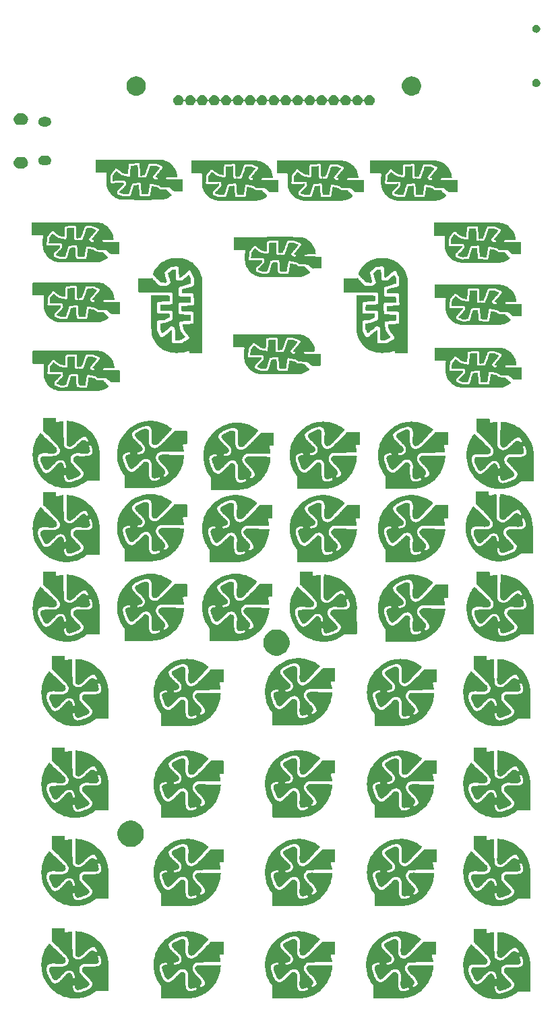
<source format=gbr>
G04 #@! TF.GenerationSoftware,KiCad,Pcbnew,5.1.2*
G04 #@! TF.CreationDate,2019-06-27T09:05:00-04:00*
G04 #@! TF.ProjectId,repl_sharp_el-w516x,7265706c-5f73-4686-9172-705f656c2d77,rev?*
G04 #@! TF.SameCoordinates,Original*
G04 #@! TF.FileFunction,Soldermask,Top*
G04 #@! TF.FilePolarity,Negative*
%FSLAX46Y46*%
G04 Gerber Fmt 4.6, Leading zero omitted, Abs format (unit mm)*
G04 Created by KiCad (PCBNEW 5.1.2) date 2019-06-27 09:05:00*
%MOMM*%
%LPD*%
G04 APERTURE LIST*
%ADD10C,0.100000*%
G04 APERTURE END LIST*
D10*
G36*
X161551999Y-138517737D02*
G01*
X161561608Y-138520652D01*
X161570472Y-138525390D01*
X161578237Y-138531763D01*
X161584610Y-138539528D01*
X161589348Y-138548392D01*
X161592263Y-138558001D01*
X161593852Y-138574140D01*
X161593852Y-138921458D01*
X161596254Y-138945844D01*
X161603367Y-138969293D01*
X161614918Y-138990904D01*
X161630463Y-139009846D01*
X161649405Y-139025391D01*
X161671016Y-139036942D01*
X161694465Y-139044055D01*
X161718851Y-139046457D01*
X161753892Y-139041445D01*
X161844304Y-139015041D01*
X161847087Y-139014277D01*
X161849570Y-139013677D01*
X162097455Y-138957632D01*
X162100383Y-138957021D01*
X162102847Y-138956586D01*
X162354360Y-138916057D01*
X162355263Y-138915917D01*
X162357259Y-138915641D01*
X162363565Y-138914834D01*
X162364603Y-138914714D01*
X162364846Y-138914661D01*
X162364848Y-138914674D01*
X162407580Y-138909627D01*
X162409545Y-138909415D01*
X162445581Y-138905855D01*
X162447375Y-138905694D01*
X162448006Y-138905645D01*
X162474993Y-138903720D01*
X162477591Y-138903574D01*
X162480596Y-138903501D01*
X162492080Y-138903409D01*
X162503151Y-138904020D01*
X162512261Y-138905687D01*
X162515588Y-138906690D01*
X162528179Y-138912619D01*
X162528574Y-138912911D01*
X162528589Y-138912920D01*
X162536683Y-138918903D01*
X162536695Y-138918914D01*
X162537097Y-138919211D01*
X162544468Y-138927316D01*
X162544721Y-138927736D01*
X162544740Y-138927762D01*
X162549934Y-138936396D01*
X162550354Y-138937281D01*
X162553974Y-138947659D01*
X162554225Y-138948740D01*
X162555004Y-138950973D01*
X162556263Y-138958340D01*
X162556744Y-138962686D01*
X162557024Y-138965660D01*
X162557191Y-138968361D01*
X162558260Y-138991686D01*
X162558309Y-138993019D01*
X162559487Y-139030379D01*
X162559490Y-139030551D01*
X162559494Y-139030584D01*
X162559519Y-139031384D01*
X162559585Y-139031382D01*
X162559626Y-139031742D01*
X162559529Y-139031744D01*
X162560841Y-139083823D01*
X162561008Y-139083819D01*
X162560992Y-139084026D01*
X162560846Y-139084029D01*
X162562234Y-139148405D01*
X162562308Y-139148403D01*
X162562323Y-139148539D01*
X162562236Y-139148541D01*
X162563687Y-139224191D01*
X162563768Y-139224189D01*
X162563778Y-139224286D01*
X162563689Y-139224288D01*
X162565190Y-139310191D01*
X162565273Y-139310190D01*
X162565281Y-139310264D01*
X162565191Y-139310265D01*
X162566728Y-139405397D01*
X162566779Y-139405396D01*
X162566786Y-139405458D01*
X162566729Y-139405459D01*
X162568289Y-139508798D01*
X162568378Y-139508797D01*
X162568383Y-139508847D01*
X162568290Y-139508848D01*
X162569833Y-139617572D01*
X162569831Y-139617597D01*
X162569835Y-139617654D01*
X162569859Y-139619371D01*
X162569944Y-139619370D01*
X162569946Y-139619414D01*
X162569860Y-139619415D01*
X162571426Y-139736102D01*
X162571481Y-139736101D01*
X162571486Y-139736141D01*
X162571427Y-139736142D01*
X162572970Y-139857542D01*
X162572975Y-139858007D01*
X162574493Y-139983950D01*
X162574493Y-139983985D01*
X162575967Y-140113024D01*
X162575986Y-140113024D01*
X162575990Y-140113059D01*
X162575968Y-140113059D01*
X162577384Y-140244038D01*
X162577385Y-140244205D01*
X162578731Y-140376366D01*
X162578732Y-140376366D01*
X162578732Y-140376402D01*
X162579992Y-140508414D01*
X162579993Y-140508537D01*
X162579994Y-140508630D01*
X162581157Y-140639685D01*
X162581158Y-140639814D01*
X162581158Y-140639865D01*
X162582211Y-140768896D01*
X162582212Y-140769039D01*
X162582212Y-140769087D01*
X162583141Y-140895075D01*
X162583142Y-140895237D01*
X162583143Y-140895276D01*
X162583934Y-141017243D01*
X162583935Y-141017407D01*
X162584550Y-141129138D01*
X162584550Y-141129140D01*
X162585131Y-141235729D01*
X162585132Y-141235847D01*
X162585789Y-141338678D01*
X162585789Y-141338801D01*
X162586510Y-141436561D01*
X162586511Y-141436690D01*
X162587279Y-141528047D01*
X162587281Y-141528196D01*
X162588086Y-141612074D01*
X162588088Y-141612252D01*
X162588907Y-141686542D01*
X162588909Y-141686775D01*
X162589741Y-141751340D01*
X162589743Y-141751340D01*
X162589746Y-141751681D01*
X162590556Y-141803672D01*
X162590566Y-141804236D01*
X162591344Y-141842965D01*
X162591374Y-141844178D01*
X162591909Y-141862128D01*
X162593902Y-141880939D01*
X162603854Y-141935236D01*
X162609777Y-141956624D01*
X162629111Y-142008137D01*
X162637902Y-142026741D01*
X162667506Y-142077987D01*
X162678703Y-142094251D01*
X162720614Y-142145869D01*
X162729625Y-142155823D01*
X162742260Y-142168356D01*
X162748972Y-142174544D01*
X162787800Y-142207803D01*
X162794215Y-142212942D01*
X162843233Y-142249631D01*
X162848302Y-142253232D01*
X162904529Y-142291106D01*
X162909093Y-142294038D01*
X162968307Y-142330292D01*
X162972996Y-142333025D01*
X163031091Y-142365213D01*
X163036656Y-142368116D01*
X163088910Y-142393728D01*
X163096663Y-142397207D01*
X163138517Y-142414301D01*
X163149133Y-142418088D01*
X163163407Y-142422465D01*
X163179262Y-142426216D01*
X163245630Y-142437411D01*
X163264864Y-142439142D01*
X163330865Y-142439964D01*
X163349599Y-142438788D01*
X163419913Y-142429033D01*
X163436693Y-142425518D01*
X163513626Y-142403802D01*
X163527677Y-142398916D01*
X163612519Y-142363624D01*
X163623773Y-142358270D01*
X163717647Y-142307722D01*
X163725495Y-142303120D01*
X163802465Y-142254138D01*
X163806444Y-142251498D01*
X163846392Y-142223877D01*
X163848860Y-142222126D01*
X163888612Y-142193194D01*
X163891277Y-142191200D01*
X163931306Y-142160403D01*
X163933899Y-142158353D01*
X163975807Y-142124309D01*
X163978124Y-142122380D01*
X164023381Y-142083767D01*
X164025310Y-142082086D01*
X164075319Y-142037618D01*
X164076836Y-142036246D01*
X164132964Y-141984668D01*
X164134108Y-141983604D01*
X164197641Y-141923740D01*
X164198470Y-141922952D01*
X164270484Y-141853842D01*
X164271064Y-141853281D01*
X164352973Y-141773652D01*
X164353280Y-141773354D01*
X164396524Y-141731025D01*
X164396342Y-141730839D01*
X164396421Y-141730750D01*
X164396608Y-141730942D01*
X164475069Y-141654464D01*
X164475052Y-141654446D01*
X164475260Y-141654290D01*
X164475927Y-141653637D01*
X164543480Y-141588927D01*
X164544867Y-141587625D01*
X164544911Y-141587574D01*
X164604144Y-141532362D01*
X164605888Y-141530769D01*
X164657980Y-141484144D01*
X164658920Y-141483314D01*
X164659823Y-141482540D01*
X164706175Y-141443385D01*
X164707750Y-141442085D01*
X164708746Y-141441294D01*
X164750475Y-141408719D01*
X164752006Y-141407552D01*
X164753948Y-141406144D01*
X164792193Y-141379183D01*
X164794352Y-141377708D01*
X164796373Y-141376409D01*
X164832868Y-141353671D01*
X164835181Y-141352279D01*
X164837443Y-141351008D01*
X164873570Y-141331389D01*
X164875708Y-141330266D01*
X164877951Y-141329165D01*
X164915534Y-141311369D01*
X164916803Y-141310782D01*
X164918598Y-141309993D01*
X164946322Y-141298160D01*
X164948200Y-141297383D01*
X164949655Y-141296815D01*
X164977549Y-141286214D01*
X164981849Y-141284705D01*
X164986036Y-141283470D01*
X165008824Y-141277357D01*
X165014403Y-141276054D01*
X165020210Y-141275096D01*
X165045306Y-141271814D01*
X165049391Y-141271376D01*
X165053262Y-141271139D01*
X165088297Y-141269777D01*
X165089145Y-141269750D01*
X165090913Y-141269719D01*
X165107245Y-141269579D01*
X165108355Y-141269574D01*
X165108490Y-141269574D01*
X165146338Y-141269792D01*
X165148773Y-141269841D01*
X165151485Y-141269974D01*
X165176413Y-141271581D01*
X165182297Y-141272159D01*
X165187886Y-141273081D01*
X165206406Y-141276760D01*
X165212742Y-141278265D01*
X165219173Y-141280315D01*
X165238912Y-141287444D01*
X165242549Y-141288848D01*
X165245595Y-141290170D01*
X165273554Y-141302966D01*
X165274129Y-141303231D01*
X165274857Y-141303573D01*
X165275568Y-141303912D01*
X165279214Y-141305756D01*
X165282859Y-141307819D01*
X165345848Y-141345464D01*
X165351970Y-141349478D01*
X165357723Y-141353975D01*
X165418505Y-141405688D01*
X165422994Y-141409782D01*
X165427160Y-141414145D01*
X165447082Y-141436491D01*
X165465103Y-141453095D01*
X165486017Y-141465864D01*
X165509020Y-141474308D01*
X165533229Y-141478102D01*
X165557713Y-141477100D01*
X165581530Y-141471341D01*
X165603767Y-141461046D01*
X165623568Y-141446611D01*
X165640172Y-141428590D01*
X165652941Y-141407676D01*
X165661385Y-141384673D01*
X165665179Y-141360464D01*
X165664177Y-141335980D01*
X165658418Y-141312163D01*
X165648656Y-141290840D01*
X165608918Y-141221965D01*
X165607588Y-141219715D01*
X165563699Y-141147192D01*
X165561902Y-141144311D01*
X165522711Y-141083353D01*
X165520265Y-141079693D01*
X165485581Y-141029707D01*
X165482215Y-141025085D01*
X165452061Y-140985612D01*
X165447403Y-140979874D01*
X165421919Y-140950314D01*
X165415482Y-140943395D01*
X165394270Y-140922255D01*
X165386516Y-140915152D01*
X165374603Y-140905127D01*
X165365938Y-140898460D01*
X165341279Y-140881150D01*
X165325207Y-140871578D01*
X165316553Y-140867266D01*
X165292131Y-140858135D01*
X165287132Y-140856841D01*
X165265206Y-140853207D01*
X165243840Y-140851596D01*
X165229317Y-140851347D01*
X165208579Y-140852198D01*
X165195053Y-140853492D01*
X165174648Y-140856571D01*
X165161855Y-140859191D01*
X165135415Y-140866063D01*
X165125450Y-140869102D01*
X165088691Y-140882008D01*
X165081906Y-140884614D01*
X165032509Y-140905255D01*
X165028302Y-140907105D01*
X164964074Y-140936762D01*
X164962475Y-140937514D01*
X164952636Y-140942227D01*
X164951080Y-140942985D01*
X164866520Y-140984939D01*
X164862893Y-140986813D01*
X164791891Y-141024979D01*
X164787299Y-141027574D01*
X164724103Y-141065063D01*
X164719255Y-141068091D01*
X164658322Y-141108113D01*
X164654090Y-141111019D01*
X164589162Y-141157590D01*
X164587368Y-141158901D01*
X164585168Y-141160539D01*
X164584926Y-141160720D01*
X164557166Y-141181493D01*
X164556553Y-141181954D01*
X164531552Y-141200903D01*
X164530536Y-141201682D01*
X164507168Y-141219773D01*
X164505837Y-141220818D01*
X164483183Y-141238852D01*
X164481692Y-141240057D01*
X164458423Y-141259171D01*
X164456949Y-141260401D01*
X164431949Y-141281588D01*
X164430643Y-141282710D01*
X164402721Y-141307042D01*
X164401647Y-141307990D01*
X164369826Y-141336368D01*
X164368984Y-141337125D01*
X164332646Y-141370127D01*
X164332029Y-141370691D01*
X164289929Y-141409443D01*
X164289483Y-141409855D01*
X164240954Y-141454962D01*
X164240640Y-141455256D01*
X164184431Y-141507863D01*
X164184222Y-141508059D01*
X164119523Y-141568891D01*
X164119388Y-141569018D01*
X164045853Y-141638364D01*
X164045772Y-141638440D01*
X163961841Y-141717730D01*
X163961842Y-141717731D01*
X163961795Y-141717773D01*
X163874753Y-141800075D01*
X163873966Y-141800811D01*
X163799546Y-141869801D01*
X163799042Y-141870264D01*
X163798118Y-141871095D01*
X163727514Y-141933821D01*
X163726753Y-141934489D01*
X163725915Y-141935207D01*
X163660509Y-141990551D01*
X163658970Y-141991826D01*
X163658513Y-141992194D01*
X163599839Y-142038884D01*
X163598674Y-142039795D01*
X163596875Y-142041140D01*
X163547207Y-142077366D01*
X163545166Y-142078811D01*
X163543362Y-142080020D01*
X163517652Y-142096784D01*
X163515577Y-142098096D01*
X163513223Y-142099488D01*
X163487652Y-142114082D01*
X163482307Y-142116894D01*
X163476789Y-142119329D01*
X163457856Y-142126921D01*
X163449733Y-142129728D01*
X163441530Y-142131700D01*
X163419965Y-142135798D01*
X163414899Y-142136609D01*
X163409806Y-142137122D01*
X163377547Y-142139428D01*
X163376206Y-142139512D01*
X163373993Y-142139605D01*
X163334976Y-142140788D01*
X163331195Y-142140822D01*
X163327689Y-142140710D01*
X163299521Y-142139241D01*
X163292219Y-142138553D01*
X163284830Y-142137222D01*
X163263484Y-142132433D01*
X163254557Y-142129931D01*
X163246114Y-142126583D01*
X163225038Y-142116933D01*
X163218969Y-142113865D01*
X163213095Y-142110298D01*
X163186747Y-142092856D01*
X163184109Y-142091038D01*
X163181368Y-142088993D01*
X163146192Y-142061670D01*
X163144905Y-142060654D01*
X163144760Y-142060537D01*
X163133127Y-142051132D01*
X163132586Y-142050690D01*
X163131203Y-142049526D01*
X163079846Y-142005551D01*
X163077266Y-142003254D01*
X163074862Y-142000943D01*
X163036928Y-141963048D01*
X163033284Y-141959183D01*
X163030064Y-141955341D01*
X163003222Y-141921361D01*
X162999309Y-141916000D01*
X162995635Y-141910047D01*
X162977022Y-141877058D01*
X162974606Y-141872466D01*
X162972534Y-141867908D01*
X162967532Y-141856008D01*
X162966860Y-141854365D01*
X162966347Y-141853045D01*
X162960534Y-141837706D01*
X162959803Y-141835707D01*
X162954619Y-141821086D01*
X162953996Y-141819270D01*
X162953555Y-141817904D01*
X162948928Y-141803150D01*
X162948349Y-141801225D01*
X162947743Y-141799028D01*
X162943660Y-141783490D01*
X162943030Y-141780948D01*
X162942639Y-141779185D01*
X162938925Y-141761481D01*
X162938507Y-141759361D01*
X162938173Y-141757422D01*
X162934864Y-141736865D01*
X162934675Y-141735624D01*
X162934373Y-141733325D01*
X162931508Y-141709311D01*
X162931362Y-141707999D01*
X162931227Y-141706565D01*
X162928790Y-141678152D01*
X162928662Y-141676502D01*
X162928615Y-141675770D01*
X162926617Y-141642189D01*
X162926576Y-141641430D01*
X162926522Y-141640216D01*
X162924976Y-141600958D01*
X162924928Y-141599437D01*
X162923815Y-141553256D01*
X162923807Y-141552855D01*
X162923799Y-141552322D01*
X162923130Y-141499113D01*
X162923123Y-141497987D01*
X162923121Y-141497965D01*
X162922880Y-141436561D01*
X162922879Y-141436304D01*
X162922880Y-141436062D01*
X162923061Y-141365396D01*
X162923062Y-141365121D01*
X162923657Y-141284876D01*
X162923643Y-141284876D01*
X162923660Y-141284710D01*
X162923663Y-141284216D01*
X162924657Y-141194077D01*
X162924605Y-141194076D01*
X162924621Y-141193926D01*
X162924659Y-141193927D01*
X162924665Y-141193489D01*
X162924666Y-141193479D01*
X162924667Y-141193362D01*
X162926050Y-141092216D01*
X162925676Y-141092211D01*
X162925671Y-141092099D01*
X162926053Y-141092105D01*
X162927828Y-140978507D01*
X162927743Y-140978506D01*
X162927751Y-140978427D01*
X162927829Y-140978428D01*
X162929976Y-140852173D01*
X162929914Y-140852172D01*
X162929920Y-140852118D01*
X162929977Y-140852119D01*
X162932487Y-140712437D01*
X162932385Y-140712435D01*
X162932389Y-140712399D01*
X162932487Y-140712401D01*
X162935348Y-140558523D01*
X162935348Y-140558502D01*
X162935349Y-140558502D01*
X162938552Y-140389658D01*
X162938553Y-140389539D01*
X162941507Y-140235247D01*
X162941296Y-140235243D01*
X162941297Y-140235234D01*
X162941508Y-140235238D01*
X162944291Y-140090976D01*
X162944078Y-140090972D01*
X162944079Y-140090960D01*
X162944291Y-140090964D01*
X162947017Y-139951188D01*
X162947017Y-139951174D01*
X162949670Y-139816757D01*
X162949452Y-139816753D01*
X162949454Y-139816740D01*
X162949670Y-139816744D01*
X162952230Y-139688563D01*
X162952011Y-139688559D01*
X162952012Y-139688545D01*
X162952230Y-139688549D01*
X162954678Y-139567479D01*
X162954678Y-139567462D01*
X162954679Y-139567462D01*
X162956998Y-139454377D01*
X162956998Y-139454359D01*
X162959169Y-139350135D01*
X162959100Y-139350134D01*
X162959103Y-139350113D01*
X162959170Y-139350114D01*
X162961174Y-139255627D01*
X162961073Y-139255625D01*
X162961075Y-139255599D01*
X162961175Y-139255601D01*
X162962993Y-139171724D01*
X162962850Y-139171721D01*
X162962854Y-139171683D01*
X162962993Y-139171686D01*
X162964608Y-139099296D01*
X162964501Y-139099294D01*
X162964506Y-139099244D01*
X162964609Y-139099246D01*
X162966002Y-139039218D01*
X162965525Y-139039207D01*
X162965524Y-139039125D01*
X162966005Y-139039137D01*
X162967157Y-138992345D01*
X162967049Y-138992342D01*
X162967066Y-138992187D01*
X162967160Y-138992190D01*
X162968043Y-138959909D01*
X162968044Y-138959901D01*
X162968074Y-138958921D01*
X162968663Y-138941986D01*
X162968748Y-138940097D01*
X162968814Y-138939085D01*
X162969506Y-138933494D01*
X162973234Y-138920045D01*
X162973454Y-138919609D01*
X162973456Y-138919603D01*
X162977078Y-138912418D01*
X162978211Y-138910169D01*
X162984950Y-138901539D01*
X162985316Y-138901223D01*
X162985348Y-138901190D01*
X162992984Y-138894609D01*
X162993016Y-138894586D01*
X162993367Y-138894284D01*
X162993771Y-138894056D01*
X162993786Y-138894045D01*
X163002549Y-138889091D01*
X163003445Y-138888695D01*
X163014931Y-138885159D01*
X163016280Y-138884912D01*
X163016822Y-138884851D01*
X163018407Y-138884363D01*
X163027557Y-138883331D01*
X163030783Y-138883191D01*
X163033835Y-138883111D01*
X163037119Y-138883144D01*
X163057837Y-138883728D01*
X163058262Y-138883742D01*
X163059514Y-138883792D01*
X163091424Y-138885252D01*
X163092721Y-138885322D01*
X163092768Y-138885320D01*
X163133330Y-138887567D01*
X163133336Y-138887466D01*
X163133690Y-138887525D01*
X163133686Y-138887587D01*
X163134297Y-138887625D01*
X163134329Y-138887630D01*
X163134562Y-138887641D01*
X163161651Y-138889312D01*
X163163441Y-138889439D01*
X163164576Y-138889538D01*
X163425789Y-138914185D01*
X163428407Y-138914472D01*
X163431216Y-138914867D01*
X163687045Y-138954989D01*
X163690117Y-138955525D01*
X163692414Y-138956000D01*
X163943651Y-139011702D01*
X163946233Y-139012316D01*
X163949025Y-139013074D01*
X164195384Y-139084298D01*
X164197878Y-139085061D01*
X164200703Y-139086023D01*
X164442249Y-139172770D01*
X164445068Y-139173836D01*
X164447417Y-139174809D01*
X164684753Y-139277313D01*
X164686389Y-139278042D01*
X164688729Y-139279154D01*
X164829462Y-139348443D01*
X164831300Y-139349376D01*
X164833326Y-139350468D01*
X165056334Y-139474514D01*
X165058825Y-139475952D01*
X165061047Y-139477331D01*
X165276264Y-139615251D01*
X165278699Y-139616867D01*
X165280669Y-139618265D01*
X165487447Y-139769428D01*
X165489346Y-139770858D01*
X165491700Y-139772744D01*
X165688796Y-139936092D01*
X165691086Y-139938054D01*
X165692809Y-139939623D01*
X165879764Y-140114717D01*
X165881714Y-140116600D01*
X165883550Y-140118484D01*
X166059268Y-140304355D01*
X166061191Y-140306454D01*
X166062871Y-140308406D01*
X166226555Y-140504360D01*
X166228045Y-140506196D01*
X166229941Y-140508689D01*
X166380813Y-140714093D01*
X166381688Y-140715306D01*
X166382635Y-140716671D01*
X166401711Y-140744703D01*
X166402537Y-140745939D01*
X166403431Y-140747333D01*
X166538835Y-140962669D01*
X166540341Y-140965153D01*
X166541621Y-140967421D01*
X166662988Y-141190485D01*
X166664304Y-141192998D01*
X166665457Y-141195377D01*
X166772739Y-141425585D01*
X166773902Y-141428189D01*
X166774871Y-141430551D01*
X166867865Y-141667101D01*
X166868785Y-141669547D01*
X166869671Y-141672144D01*
X166948112Y-141914092D01*
X166948888Y-141916614D01*
X166949594Y-141919186D01*
X167013236Y-142165606D01*
X167013877Y-142168252D01*
X167014433Y-142170895D01*
X167063075Y-142421039D01*
X167063544Y-142423658D01*
X167063936Y-142426313D01*
X167097335Y-142679300D01*
X167097626Y-142681778D01*
X167097873Y-142684648D01*
X167115779Y-142939406D01*
X167115930Y-142942177D01*
X167115993Y-142944857D01*
X167118190Y-143200852D01*
X167118178Y-143203268D01*
X167118106Y-143205534D01*
X167111977Y-143342465D01*
X167111852Y-143348054D01*
X167111852Y-144777693D01*
X167112454Y-144789945D01*
X167113852Y-144804140D01*
X167113852Y-146315860D01*
X167112263Y-146331999D01*
X167109348Y-146341608D01*
X167104610Y-146350472D01*
X167098237Y-146358237D01*
X167090472Y-146364610D01*
X167081608Y-146369348D01*
X167071999Y-146372263D01*
X167055860Y-146373852D01*
X165602263Y-146373852D01*
X165577877Y-146376254D01*
X165554428Y-146383367D01*
X165532817Y-146394918D01*
X165522246Y-146402819D01*
X165489082Y-146430452D01*
X165486961Y-146432164D01*
X165484769Y-146433821D01*
X165279327Y-146584247D01*
X165276908Y-146585959D01*
X165274763Y-146587376D01*
X165060573Y-146724227D01*
X165058270Y-146725647D01*
X165055824Y-146727052D01*
X164832561Y-146850528D01*
X164830351Y-146851707D01*
X164827715Y-146853010D01*
X164594995Y-146963371D01*
X164592576Y-146964474D01*
X164590415Y-146965387D01*
X164378772Y-147051391D01*
X164376634Y-147052226D01*
X164374004Y-147053169D01*
X164133564Y-147135121D01*
X164130844Y-147136000D01*
X164128208Y-147136761D01*
X163884001Y-147203187D01*
X163881272Y-147203883D01*
X163878673Y-147204461D01*
X163631495Y-147255439D01*
X163628919Y-147255930D01*
X163626106Y-147256376D01*
X163376806Y-147291973D01*
X163374194Y-147292306D01*
X163371482Y-147292568D01*
X163120843Y-147312863D01*
X163118049Y-147313046D01*
X163115589Y-147313131D01*
X162864249Y-147318207D01*
X162861652Y-147318220D01*
X162858977Y-147318154D01*
X162608110Y-147308078D01*
X162605476Y-147307932D01*
X162602729Y-147307698D01*
X162352988Y-147282559D01*
X162350378Y-147282257D01*
X162347721Y-147281868D01*
X162099792Y-147241724D01*
X162097233Y-147241271D01*
X162094554Y-147240712D01*
X161849372Y-147185664D01*
X161846589Y-147184993D01*
X161844209Y-147184341D01*
X161602474Y-147114439D01*
X161600100Y-147113715D01*
X161597327Y-147112776D01*
X161360035Y-147028158D01*
X161357303Y-147027134D01*
X161354993Y-147026185D01*
X161122762Y-146926865D01*
X161120239Y-146925741D01*
X161117778Y-146924550D01*
X160891329Y-146810557D01*
X160889257Y-146809478D01*
X160886838Y-146808126D01*
X160696913Y-146698126D01*
X160694646Y-146696767D01*
X160692549Y-146695427D01*
X160476745Y-146553057D01*
X160474351Y-146551423D01*
X160472312Y-146549936D01*
X160266803Y-146395376D01*
X160264749Y-146393783D01*
X160262543Y-146391961D01*
X160067937Y-146225939D01*
X160065925Y-146224169D01*
X160063987Y-146222355D01*
X159880509Y-146045282D01*
X159878719Y-146043503D01*
X159876745Y-146041417D01*
X159705020Y-145854069D01*
X159703246Y-145852074D01*
X159701473Y-145849952D01*
X159638629Y-145772348D01*
X162635219Y-145772348D01*
X162635589Y-145782897D01*
X162635743Y-145786108D01*
X162637033Y-145807304D01*
X162637706Y-145814716D01*
X162653841Y-145948157D01*
X162655326Y-145957475D01*
X162678500Y-146074291D01*
X162681196Y-146085257D01*
X162710716Y-146185568D01*
X162715225Y-146198304D01*
X162750072Y-146282042D01*
X162757166Y-146296414D01*
X162796172Y-146364122D01*
X162806651Y-146379531D01*
X162848813Y-146432545D01*
X162863152Y-146447764D01*
X162908316Y-146488300D01*
X162926172Y-146501654D01*
X162975563Y-146532129D01*
X162995553Y-146542116D01*
X163051705Y-146564143D01*
X163071884Y-146570154D01*
X163137542Y-146583818D01*
X163156208Y-146586255D01*
X163233369Y-146590460D01*
X163249590Y-146590290D01*
X163342126Y-146583297D01*
X163352779Y-146582030D01*
X163386954Y-146576470D01*
X163392256Y-146575490D01*
X163435896Y-146566443D01*
X163439957Y-146565530D01*
X163493062Y-146552663D01*
X163496129Y-146551878D01*
X163559572Y-146534794D01*
X163561867Y-146534153D01*
X163636288Y-146512583D01*
X163638000Y-146512074D01*
X163724611Y-146485624D01*
X163725881Y-146485228D01*
X163825306Y-146453704D01*
X163826246Y-146453402D01*
X163940007Y-146416341D01*
X163940565Y-146416158D01*
X164008028Y-146393829D01*
X164009480Y-146393338D01*
X164158942Y-146341827D01*
X164161970Y-146340740D01*
X164294423Y-146291242D01*
X164298166Y-146289774D01*
X164415100Y-146241735D01*
X164419671Y-146239750D01*
X164521858Y-146192926D01*
X164527344Y-146190248D01*
X164615632Y-146144451D01*
X164622086Y-146140857D01*
X164697420Y-146095943D01*
X164704780Y-146091199D01*
X164768326Y-146047004D01*
X164776389Y-146040897D01*
X164830741Y-145996164D01*
X164837530Y-145990151D01*
X164865240Y-145963751D01*
X164869831Y-145959142D01*
X164897612Y-145929769D01*
X164902867Y-145923849D01*
X164924385Y-145898000D01*
X164930567Y-145889928D01*
X164948495Y-145864432D01*
X164954120Y-145855680D01*
X164971858Y-145825378D01*
X164975974Y-145817750D01*
X164995790Y-145777778D01*
X164998371Y-145772235D01*
X165021544Y-145719111D01*
X165022982Y-145715677D01*
X165050736Y-145646498D01*
X165051171Y-145645397D01*
X165051667Y-145644126D01*
X165051828Y-145643712D01*
X165071797Y-145591999D01*
X165072390Y-145590431D01*
X165086245Y-145553068D01*
X165087503Y-145549514D01*
X165095568Y-145525574D01*
X165097650Y-145518757D01*
X165100982Y-145506619D01*
X165103421Y-145495911D01*
X165104201Y-145491625D01*
X165105807Y-145479404D01*
X165106218Y-145474364D01*
X165106618Y-145466105D01*
X165106690Y-145461372D01*
X165106499Y-145452317D01*
X165105672Y-145437890D01*
X165104043Y-145423710D01*
X165101962Y-145411696D01*
X165098771Y-145397944D01*
X165094279Y-145382584D01*
X165090087Y-145370560D01*
X165081594Y-145349687D01*
X165077130Y-145339937D01*
X165063093Y-145312456D01*
X165058908Y-145304916D01*
X165038158Y-145270397D01*
X165034538Y-145264727D01*
X165006183Y-145222839D01*
X165003204Y-145218628D01*
X164966792Y-145169347D01*
X164964417Y-145166236D01*
X164919314Y-145109030D01*
X164917461Y-145106736D01*
X164863388Y-145041385D01*
X164861964Y-145039694D01*
X164798384Y-144965562D01*
X164797305Y-144964321D01*
X164723740Y-144880796D01*
X164722932Y-144879888D01*
X164638993Y-144786433D01*
X164638401Y-144785778D01*
X164543681Y-144681806D01*
X164543315Y-144681406D01*
X164473499Y-144605435D01*
X164472947Y-144604838D01*
X164419979Y-144547948D01*
X164419340Y-144547267D01*
X164357682Y-144482028D01*
X164357200Y-144481521D01*
X164289959Y-144411167D01*
X164289539Y-144410730D01*
X164219967Y-144338641D01*
X164219541Y-144338201D01*
X164151211Y-144268089D01*
X164150721Y-144267589D01*
X164086334Y-144202259D01*
X164085855Y-144201776D01*
X164054541Y-144170347D01*
X164054352Y-144170157D01*
X163989026Y-144104420D01*
X163988197Y-144103576D01*
X163988171Y-144103554D01*
X163932865Y-144046921D01*
X163931722Y-144045736D01*
X163886355Y-143998147D01*
X163886056Y-143997831D01*
X163885267Y-143996983D01*
X163850643Y-143959305D01*
X163849525Y-143958066D01*
X163848735Y-143957161D01*
X163825588Y-143930246D01*
X163823317Y-143927495D01*
X163821229Y-143924750D01*
X163810538Y-143910099D01*
X163806696Y-143904375D01*
X163803975Y-143899541D01*
X163801016Y-143893035D01*
X163798277Y-143885094D01*
X163793047Y-143867221D01*
X163791839Y-143862634D01*
X163790886Y-143858021D01*
X163785495Y-143827870D01*
X163785050Y-143825134D01*
X163784677Y-143822242D01*
X163780688Y-143786755D01*
X163780481Y-143784700D01*
X163780347Y-143782998D01*
X163779669Y-143773202D01*
X163779478Y-143768950D01*
X163779492Y-143764719D01*
X163781678Y-143684622D01*
X163782263Y-143676615D01*
X163783585Y-143668641D01*
X163798864Y-143597011D01*
X163801111Y-143588562D01*
X163804172Y-143580408D01*
X163831749Y-143516736D01*
X163835811Y-143508554D01*
X163840761Y-143500752D01*
X163879964Y-143445584D01*
X163885771Y-143438266D01*
X163892273Y-143431650D01*
X163942776Y-143385420D01*
X163949709Y-143379698D01*
X163957268Y-143374667D01*
X164019235Y-143337891D01*
X164025579Y-143334470D01*
X164032267Y-143331548D01*
X164082361Y-143312088D01*
X164086648Y-143310548D01*
X164090843Y-143309277D01*
X164106026Y-143305088D01*
X164109852Y-143304125D01*
X164113826Y-143303314D01*
X164130690Y-143300276D01*
X164134407Y-143299688D01*
X164138135Y-143299261D01*
X164159732Y-143297260D01*
X164162543Y-143297045D01*
X164164900Y-143296933D01*
X164194474Y-143295945D01*
X164195790Y-143295911D01*
X164197413Y-143295897D01*
X164237193Y-143295906D01*
X164238615Y-143295915D01*
X164238610Y-143295915D01*
X164292004Y-143296828D01*
X164292005Y-143296772D01*
X164292335Y-143296806D01*
X164292334Y-143296833D01*
X164292666Y-143296841D01*
X164292718Y-143296846D01*
X164293084Y-143296850D01*
X164314350Y-143297337D01*
X164314901Y-143297349D01*
X164353429Y-143298061D01*
X164354186Y-143298072D01*
X164406814Y-143298726D01*
X164407234Y-143298731D01*
X164472744Y-143299325D01*
X164473033Y-143299327D01*
X164548121Y-143299834D01*
X164548342Y-143299835D01*
X164631577Y-143300250D01*
X164631768Y-143300251D01*
X164720211Y-143300557D01*
X164720387Y-143300558D01*
X164812685Y-143300747D01*
X164812863Y-143300747D01*
X164906032Y-143300805D01*
X164906180Y-143300805D01*
X164956230Y-143300777D01*
X164956449Y-143300777D01*
X165076859Y-143300499D01*
X165077327Y-143300497D01*
X165182275Y-143299861D01*
X165182975Y-143299855D01*
X165274234Y-143298791D01*
X165275248Y-143298775D01*
X165353980Y-143297218D01*
X165355397Y-143297182D01*
X165423234Y-143295071D01*
X165425151Y-143294996D01*
X165483359Y-143292290D01*
X165485867Y-143292148D01*
X165535918Y-143288812D01*
X165539022Y-143288566D01*
X165582326Y-143284594D01*
X165585955Y-143284208D01*
X165624496Y-143279535D01*
X165628390Y-143279001D01*
X165663923Y-143273554D01*
X165667686Y-143272918D01*
X165703003Y-143266395D01*
X165705546Y-143265898D01*
X165716864Y-143263564D01*
X165726988Y-143261031D01*
X165748705Y-143254624D01*
X165759051Y-143251073D01*
X165793638Y-143237482D01*
X165799665Y-143234930D01*
X165844240Y-143214660D01*
X165848854Y-143212446D01*
X165896851Y-143188202D01*
X165901253Y-143185867D01*
X165947198Y-143160312D01*
X165952339Y-143157291D01*
X165993198Y-143131941D01*
X165997309Y-143129277D01*
X165998300Y-143128607D01*
X166007101Y-143122077D01*
X166061620Y-143077791D01*
X166076854Y-143063110D01*
X166115133Y-143019390D01*
X166128302Y-143001311D01*
X166157344Y-142952858D01*
X166166999Y-142932936D01*
X166188247Y-142876933D01*
X166193933Y-142857184D01*
X166207255Y-142790792D01*
X166209523Y-142772817D01*
X166213694Y-142694136D01*
X166213559Y-142678718D01*
X166207087Y-142587026D01*
X166205521Y-142574252D01*
X166187182Y-142469598D01*
X166184898Y-142459194D01*
X166153407Y-142340199D01*
X166151647Y-142334167D01*
X166136965Y-142288172D01*
X166135825Y-142284770D01*
X166114518Y-142224090D01*
X166113126Y-142220319D01*
X166088980Y-142158037D01*
X166087551Y-142154512D01*
X166059236Y-142087593D01*
X166057915Y-142084582D01*
X166024255Y-142010521D01*
X166023133Y-142008120D01*
X166020740Y-142003138D01*
X166008016Y-141982196D01*
X165991452Y-141964139D01*
X165971683Y-141949660D01*
X165949469Y-141939316D01*
X165925664Y-141933505D01*
X165901182Y-141932450D01*
X165876966Y-141936191D01*
X165853944Y-141944584D01*
X165833002Y-141957308D01*
X165814945Y-141973872D01*
X165800466Y-141993641D01*
X165790122Y-142015855D01*
X165784311Y-142039660D01*
X165783256Y-142064142D01*
X165789726Y-142097516D01*
X165789958Y-142098197D01*
X165790281Y-142099167D01*
X165790484Y-142099797D01*
X165830331Y-142225391D01*
X165830858Y-142227119D01*
X165831461Y-142229264D01*
X165861435Y-142341451D01*
X165862105Y-142344122D01*
X165862632Y-142346525D01*
X165882992Y-142446119D01*
X165883644Y-142449668D01*
X165884094Y-142452800D01*
X165895001Y-142540153D01*
X165895427Y-142544417D01*
X165895655Y-142549107D01*
X165897348Y-142624201D01*
X165897281Y-142630181D01*
X165896831Y-142635953D01*
X165889597Y-142700858D01*
X165889149Y-142704259D01*
X165888725Y-142706700D01*
X165887743Y-142711013D01*
X165886281Y-142716020D01*
X165872000Y-142760024D01*
X165868929Y-142768110D01*
X165865068Y-142775874D01*
X165841835Y-142817341D01*
X165837391Y-142824453D01*
X165832192Y-142831223D01*
X165802921Y-142865742D01*
X165797804Y-142871279D01*
X165792355Y-142876254D01*
X165781441Y-142885408D01*
X165776380Y-142889347D01*
X165771042Y-142892912D01*
X165743170Y-142910093D01*
X165737526Y-142913291D01*
X165731547Y-142916116D01*
X165695571Y-142931490D01*
X165690979Y-142933302D01*
X165686385Y-142934827D01*
X165639191Y-142949060D01*
X165636202Y-142949903D01*
X165632875Y-142950708D01*
X165572422Y-142964107D01*
X165570504Y-142964510D01*
X165568653Y-142964856D01*
X165507565Y-142975587D01*
X165506456Y-142975775D01*
X165505243Y-142975962D01*
X165469444Y-142981237D01*
X165467924Y-142981448D01*
X165466725Y-142981595D01*
X165430940Y-142985739D01*
X165429352Y-142985909D01*
X165427723Y-142986055D01*
X165390158Y-142989088D01*
X165388880Y-142989182D01*
X165387183Y-142989276D01*
X165346185Y-142991191D01*
X165344220Y-142991264D01*
X165343634Y-142991277D01*
X165296960Y-142992070D01*
X165296481Y-142992075D01*
X165294912Y-142992077D01*
X165241975Y-142991704D01*
X165240415Y-142991681D01*
X165240243Y-142991677D01*
X165178752Y-142990123D01*
X165178163Y-142990106D01*
X165177524Y-142990084D01*
X165105630Y-142987318D01*
X165105404Y-142987309D01*
X165104884Y-142987285D01*
X165021575Y-142983313D01*
X165021573Y-142983350D01*
X165021223Y-142983308D01*
X165021224Y-142983296D01*
X165021048Y-142983287D01*
X165020969Y-142983277D01*
X165020492Y-142983257D01*
X164924805Y-142978103D01*
X164924769Y-142978100D01*
X164924657Y-142978094D01*
X164924583Y-142978090D01*
X164924339Y-142978076D01*
X164815114Y-142971763D01*
X164814962Y-142971769D01*
X164814963Y-142971756D01*
X164701704Y-142965347D01*
X164700884Y-142965303D01*
X164602988Y-142960408D01*
X164601873Y-142960357D01*
X164516656Y-142956859D01*
X164515180Y-142956807D01*
X164440649Y-142954629D01*
X164438794Y-142954589D01*
X164373229Y-142953647D01*
X164371014Y-142953635D01*
X164311365Y-142953835D01*
X164309703Y-142953851D01*
X164290367Y-142954173D01*
X164289778Y-142954185D01*
X164233182Y-142955394D01*
X164232126Y-142955421D01*
X164190748Y-142956655D01*
X164187871Y-142956774D01*
X164159533Y-142958273D01*
X164153923Y-142958696D01*
X164136087Y-142960447D01*
X164127906Y-142961524D01*
X164115437Y-142963586D01*
X164107032Y-142965274D01*
X164092756Y-142968654D01*
X164087083Y-142970138D01*
X164065184Y-142976421D01*
X164062940Y-142977088D01*
X164037973Y-142984760D01*
X164034093Y-142986022D01*
X163921588Y-143024655D01*
X163913079Y-143027928D01*
X163820381Y-143067527D01*
X163810039Y-143072519D01*
X163733851Y-143113709D01*
X163721966Y-143121020D01*
X163660444Y-143163773D01*
X163647828Y-143173806D01*
X163598348Y-143218656D01*
X163586288Y-143231225D01*
X163545839Y-143279741D01*
X163535643Y-143293866D01*
X163499450Y-143352177D01*
X163494324Y-143361260D01*
X163489377Y-143370950D01*
X163486205Y-143377647D01*
X163466249Y-143423219D01*
X163461476Y-143435966D01*
X163449738Y-143473408D01*
X163446010Y-143488551D01*
X163438944Y-143527614D01*
X163437227Y-143541517D01*
X163433904Y-143591169D01*
X163433638Y-143601298D01*
X163434550Y-143665250D01*
X163435072Y-143675021D01*
X163443995Y-143771152D01*
X163445703Y-143783171D01*
X163463331Y-143874972D01*
X163466219Y-143886846D01*
X163491666Y-143972899D01*
X163496029Y-143985237D01*
X163527723Y-144061848D01*
X163534236Y-144075265D01*
X163571828Y-144142212D01*
X163578602Y-144152957D01*
X163592555Y-144172781D01*
X163599340Y-144181565D01*
X163604842Y-144188069D01*
X163607726Y-144191359D01*
X163627863Y-144213540D01*
X163629021Y-144214799D01*
X163660208Y-144248221D01*
X163660862Y-144248916D01*
X163700372Y-144290615D01*
X163700818Y-144291084D01*
X163747770Y-144340126D01*
X163748114Y-144340484D01*
X163800700Y-144394976D01*
X163800994Y-144395279D01*
X163858787Y-144454763D01*
X163859057Y-144455040D01*
X163919834Y-144517209D01*
X163920084Y-144517464D01*
X163975644Y-144573973D01*
X163975649Y-144573978D01*
X164078081Y-144678191D01*
X164078248Y-144678027D01*
X164078384Y-144678191D01*
X164078230Y-144678341D01*
X164169243Y-144771629D01*
X164169551Y-144771950D01*
X164169583Y-144771977D01*
X164169645Y-144772041D01*
X164169651Y-144772035D01*
X164169871Y-144772224D01*
X164169845Y-144772249D01*
X164251021Y-144856300D01*
X164251085Y-144856366D01*
X164251286Y-144856576D01*
X164322798Y-144931625D01*
X164323395Y-144932256D01*
X164386350Y-144999512D01*
X164386493Y-144999665D01*
X164387074Y-145000294D01*
X164441704Y-145060026D01*
X164442620Y-145061040D01*
X164490297Y-145114749D01*
X164491580Y-145116224D01*
X164532468Y-145164064D01*
X164533872Y-145165739D01*
X164569710Y-145209697D01*
X164570091Y-145210170D01*
X164571110Y-145211470D01*
X164601865Y-145251418D01*
X164602730Y-145252561D01*
X164603431Y-145253517D01*
X164630213Y-145290719D01*
X164631220Y-145292147D01*
X164631892Y-145293136D01*
X164654555Y-145327028D01*
X164655718Y-145328817D01*
X164657163Y-145331183D01*
X164687531Y-145382602D01*
X164690091Y-145387249D01*
X164692364Y-145392040D01*
X164710471Y-145433382D01*
X164713553Y-145441486D01*
X164715832Y-145449900D01*
X164723194Y-145483596D01*
X164724905Y-145494932D01*
X164725126Y-145506426D01*
X164723724Y-145536824D01*
X164722531Y-145547760D01*
X164719980Y-145558461D01*
X164709775Y-145591852D01*
X164708036Y-145596978D01*
X164706097Y-145601734D01*
X164703134Y-145608430D01*
X164701070Y-145612768D01*
X164698624Y-145617244D01*
X164678088Y-145652380D01*
X164674209Y-145658435D01*
X164669872Y-145664126D01*
X164640465Y-145699630D01*
X164636733Y-145703852D01*
X164632554Y-145707998D01*
X164592779Y-145744938D01*
X164589251Y-145748047D01*
X164585915Y-145750698D01*
X164534782Y-145789317D01*
X164532097Y-145791266D01*
X164529148Y-145793235D01*
X164466365Y-145833363D01*
X164464046Y-145834796D01*
X164461850Y-145836063D01*
X164386679Y-145877972D01*
X164384606Y-145879093D01*
X164383092Y-145879867D01*
X164295102Y-145923697D01*
X164293842Y-145924312D01*
X164292134Y-145925108D01*
X164190739Y-145971121D01*
X164190090Y-145971412D01*
X164188508Y-145972094D01*
X164073332Y-146020479D01*
X164072120Y-146020979D01*
X164071569Y-146021199D01*
X163942031Y-146072254D01*
X163940535Y-146072831D01*
X163940498Y-146072845D01*
X163795699Y-146126991D01*
X163795210Y-146127171D01*
X163794560Y-146127406D01*
X163648510Y-146179794D01*
X163647500Y-146180150D01*
X163576155Y-146205020D01*
X163576150Y-146205021D01*
X163574411Y-146205617D01*
X163515896Y-146225231D01*
X163514274Y-146225760D01*
X163513942Y-146225864D01*
X163465664Y-146240882D01*
X163464312Y-146241290D01*
X163462633Y-146241765D01*
X163422978Y-146252563D01*
X163421112Y-146253047D01*
X163418482Y-146253657D01*
X163385133Y-146260882D01*
X163382043Y-146261496D01*
X163379388Y-146261931D01*
X163349339Y-146266376D01*
X163346357Y-146266765D01*
X163343290Y-146267057D01*
X163314041Y-146269330D01*
X163311594Y-146269487D01*
X163309099Y-146269577D01*
X163278684Y-146270241D01*
X163275524Y-146270254D01*
X163272327Y-146270152D01*
X163217763Y-146267419D01*
X163210715Y-146266784D01*
X163203983Y-146265636D01*
X163162494Y-146256887D01*
X163153251Y-146254404D01*
X163144211Y-146250876D01*
X163109787Y-146235212D01*
X163101491Y-146230893D01*
X163093801Y-146225794D01*
X163059158Y-146200103D01*
X163056218Y-146197824D01*
X163053122Y-146195198D01*
X163051443Y-146193707D01*
X163048907Y-146191367D01*
X163046784Y-146189261D01*
X163013690Y-146155260D01*
X163008962Y-146149992D01*
X163004546Y-146144177D01*
X162979265Y-146107877D01*
X162975518Y-146102015D01*
X162972220Y-146095818D01*
X162950303Y-146050369D01*
X162948557Y-146046515D01*
X162947045Y-146042706D01*
X162933584Y-146006351D01*
X162932884Y-146004388D01*
X162932140Y-146002120D01*
X162921062Y-145966744D01*
X162920282Y-145964119D01*
X162919832Y-145962450D01*
X162910068Y-145924612D01*
X162909536Y-145922439D01*
X162909067Y-145920292D01*
X162900606Y-145878974D01*
X162900221Y-145876970D01*
X162899885Y-145874984D01*
X162892624Y-145828754D01*
X162892399Y-145827231D01*
X162892156Y-145825318D01*
X162886072Y-145773217D01*
X162885897Y-145771590D01*
X162885776Y-145770282D01*
X162884700Y-145757487D01*
X162880262Y-145733388D01*
X162871208Y-145710618D01*
X162857886Y-145690052D01*
X162840808Y-145672480D01*
X162820629Y-145658577D01*
X162798126Y-145648878D01*
X162774163Y-145643756D01*
X162749662Y-145643407D01*
X162725563Y-145647845D01*
X162702793Y-145656899D01*
X162682227Y-145670221D01*
X162664655Y-145687299D01*
X162650752Y-145707478D01*
X162641053Y-145729981D01*
X162635931Y-145753944D01*
X162635219Y-145772348D01*
X159638629Y-145772348D01*
X159541884Y-145652881D01*
X159540098Y-145650601D01*
X159538624Y-145648597D01*
X159391442Y-145442179D01*
X159390046Y-145440162D01*
X159388456Y-145437704D01*
X159254377Y-145222905D01*
X159252687Y-145220090D01*
X159251654Y-145218241D01*
X159130834Y-144995199D01*
X159129640Y-144992915D01*
X159128370Y-144990289D01*
X159021492Y-144760053D01*
X159020401Y-144757606D01*
X159019320Y-144754965D01*
X158926698Y-144517897D01*
X158925755Y-144515373D01*
X158924841Y-144512668D01*
X158846840Y-144269142D01*
X158846186Y-144267007D01*
X158845636Y-144265046D01*
X158809869Y-144131454D01*
X158809310Y-144129261D01*
X158808927Y-144127603D01*
X158755515Y-143885769D01*
X158755031Y-143883425D01*
X158754561Y-143880763D01*
X158716080Y-143642349D01*
X158715716Y-143639865D01*
X158715403Y-143637173D01*
X158691448Y-143399161D01*
X158691225Y-143396554D01*
X158691083Y-143394002D01*
X158681300Y-143153275D01*
X158681251Y-143151727D01*
X158681229Y-143150131D01*
X158680956Y-143098293D01*
X158680967Y-143096240D01*
X158680996Y-143095041D01*
X158689300Y-142835672D01*
X158689411Y-142833279D01*
X158689649Y-142830223D01*
X158713880Y-142573962D01*
X158714190Y-142571157D01*
X158714562Y-142568540D01*
X158754542Y-142315181D01*
X158755013Y-142312468D01*
X158755567Y-142309776D01*
X158811076Y-142060027D01*
X158811737Y-142057260D01*
X158812418Y-142054756D01*
X158883247Y-141809217D01*
X158884044Y-141806605D01*
X158884935Y-141803980D01*
X158970858Y-141563308D01*
X158971754Y-141560915D01*
X158972870Y-141558190D01*
X159073642Y-141323080D01*
X159074775Y-141320548D01*
X159075949Y-141318126D01*
X159191428Y-141089029D01*
X159192812Y-141086393D01*
X159194010Y-141084274D01*
X159323999Y-140861799D01*
X159325378Y-140859521D01*
X159326896Y-140857178D01*
X159471181Y-140641974D01*
X159472400Y-140640203D01*
X159473768Y-140638320D01*
X159574236Y-140503774D01*
X159574839Y-140502978D01*
X159576040Y-140501447D01*
X159597760Y-140474331D01*
X159598744Y-140473124D01*
X159599519Y-140472204D01*
X159617677Y-140450975D01*
X159619529Y-140448876D01*
X159621021Y-140447278D01*
X159631741Y-140436095D01*
X159637989Y-140430187D01*
X159644786Y-140424924D01*
X159649448Y-140421998D01*
X159652563Y-140420633D01*
X159652615Y-140420604D01*
X159661858Y-140416555D01*
X159661908Y-140416539D01*
X159662357Y-140416342D01*
X159673026Y-140413996D01*
X159673536Y-140413985D01*
X159673540Y-140413985D01*
X159678900Y-140413875D01*
X159682880Y-140413793D01*
X159682881Y-140413793D01*
X159683577Y-140413779D01*
X159684555Y-140413855D01*
X159696361Y-140416190D01*
X159697656Y-140416609D01*
X159698177Y-140416818D01*
X159699847Y-140417148D01*
X159706623Y-140419863D01*
X159711694Y-140422609D01*
X159718535Y-140427191D01*
X159721079Y-140429074D01*
X159722988Y-140430525D01*
X159724802Y-140431984D01*
X159733013Y-140438770D01*
X159733180Y-140438909D01*
X159734616Y-140440134D01*
X159746785Y-140450691D01*
X159748143Y-140451889D01*
X159748156Y-140451898D01*
X159764931Y-140466844D01*
X159764947Y-140466826D01*
X159765204Y-140467099D01*
X159765759Y-140467590D01*
X159786904Y-140486734D01*
X159787038Y-140486858D01*
X159787057Y-140486872D01*
X159787368Y-140487154D01*
X159787393Y-140487127D01*
X159787632Y-140487309D01*
X159787589Y-140487356D01*
X159815007Y-140512442D01*
X159815262Y-140512677D01*
X159815268Y-140512683D01*
X159848371Y-140543186D01*
X159848406Y-140543148D01*
X159848500Y-140543258D01*
X159848477Y-140543283D01*
X159887964Y-140579855D01*
X159888085Y-140579725D01*
X159888165Y-140579788D01*
X159888039Y-140579924D01*
X159934277Y-140622904D01*
X159934644Y-140622509D01*
X159934696Y-140622568D01*
X159934333Y-140622957D01*
X159987797Y-140672790D01*
X159987935Y-140672642D01*
X159987981Y-140672679D01*
X159987840Y-140672830D01*
X160049007Y-140729960D01*
X160049105Y-140729855D01*
X160049139Y-140729883D01*
X160049039Y-140729990D01*
X160118387Y-140794860D01*
X160118484Y-140794757D01*
X160118509Y-140794777D01*
X160118411Y-140794882D01*
X160196417Y-140867936D01*
X160196589Y-140867753D01*
X160196609Y-140867769D01*
X160196435Y-140867954D01*
X160283575Y-140949636D01*
X160283762Y-140949436D01*
X160283778Y-140949449D01*
X160283591Y-140949649D01*
X160380189Y-141040261D01*
X160380223Y-141040293D01*
X160380352Y-141040414D01*
X160487191Y-141140684D01*
X160487596Y-141140252D01*
X160487605Y-141140260D01*
X160487199Y-141140693D01*
X160604603Y-141250924D01*
X160604608Y-141250928D01*
X160733054Y-141371561D01*
X160733060Y-141371567D01*
X160853660Y-141484856D01*
X160853665Y-141484861D01*
X160966834Y-141591158D01*
X161068713Y-141686853D01*
X161068950Y-141686601D01*
X161068965Y-141686617D01*
X161068729Y-141686868D01*
X161159943Y-141772611D01*
X161160036Y-141772512D01*
X161160075Y-141772543D01*
X161159980Y-141772644D01*
X161241153Y-141849083D01*
X161241251Y-141848979D01*
X161241320Y-141849034D01*
X161241217Y-141849144D01*
X161312974Y-141916928D01*
X161313083Y-141916812D01*
X161313177Y-141916922D01*
X161313078Y-141917027D01*
X161376044Y-141976806D01*
X161376105Y-141976742D01*
X161376274Y-141976877D01*
X161376199Y-141976955D01*
X161430871Y-142029256D01*
X161430879Y-142029266D01*
X161431449Y-142029813D01*
X161478356Y-142075192D01*
X161478360Y-142075195D01*
X161479024Y-142075843D01*
X161518907Y-142115052D01*
X161519589Y-142115728D01*
X161519613Y-142115752D01*
X161553526Y-142149869D01*
X161553785Y-142150131D01*
X161554493Y-142150860D01*
X161582495Y-142179961D01*
X161583177Y-142180677D01*
X161583631Y-142181166D01*
X161606572Y-142206120D01*
X161607542Y-142207193D01*
X161608378Y-142208147D01*
X161626514Y-142229167D01*
X161627901Y-142230813D01*
X161628936Y-142232095D01*
X161643190Y-142250112D01*
X161644426Y-142251715D01*
X161646109Y-142254027D01*
X161656821Y-142269222D01*
X161658641Y-142271902D01*
X161660101Y-142274216D01*
X161668359Y-142287772D01*
X161670016Y-142290609D01*
X161671504Y-142293384D01*
X161677976Y-142305992D01*
X161679336Y-142308757D01*
X161680524Y-142311393D01*
X161686015Y-142324145D01*
X161686684Y-142325747D01*
X161687666Y-142328275D01*
X161692663Y-142341689D01*
X161693257Y-142343325D01*
X161693506Y-142344041D01*
X161698797Y-142359423D01*
X161699461Y-142359195D01*
X161699476Y-142359249D01*
X161698814Y-142359476D01*
X161704404Y-142375778D01*
X161704409Y-142375802D01*
X161705414Y-142378838D01*
X161706157Y-142381352D01*
X161729166Y-142463823D01*
X161730682Y-142470151D01*
X161731719Y-142476515D01*
X161741110Y-142551400D01*
X161741731Y-142559026D01*
X161741679Y-142566844D01*
X161738247Y-142634252D01*
X161737321Y-142643263D01*
X161735465Y-142652160D01*
X161719830Y-142711618D01*
X161716645Y-142721381D01*
X161712394Y-142730611D01*
X161684832Y-142782348D01*
X161679663Y-142790853D01*
X161673571Y-142798714D01*
X161640848Y-142836343D01*
X161634904Y-142842539D01*
X161628322Y-142848175D01*
X161586186Y-142880811D01*
X161580034Y-142885170D01*
X161573665Y-142888918D01*
X161521125Y-142916930D01*
X161515496Y-142919679D01*
X161509713Y-142922011D01*
X161445896Y-142945153D01*
X161441128Y-142946730D01*
X161436256Y-142948037D01*
X161360435Y-142966069D01*
X161356657Y-142966880D01*
X161352586Y-142967562D01*
X161264321Y-142980284D01*
X161261182Y-142980680D01*
X161258089Y-142980959D01*
X161156724Y-142988296D01*
X161154138Y-142988445D01*
X161151823Y-142988514D01*
X161036866Y-142990420D01*
X161035029Y-142990431D01*
X161032974Y-142990398D01*
X160904118Y-142986878D01*
X160902362Y-142986814D01*
X160901078Y-142986744D01*
X160757369Y-142977812D01*
X160756675Y-142977765D01*
X160754944Y-142977624D01*
X160596375Y-142963356D01*
X160595347Y-142963259D01*
X160595310Y-142963255D01*
X160593399Y-142963060D01*
X160591249Y-142962859D01*
X160553576Y-142959671D01*
X160551054Y-142959483D01*
X160500100Y-142956208D01*
X160498566Y-142956119D01*
X160437921Y-142952969D01*
X160436734Y-142952913D01*
X160370181Y-142950090D01*
X160369070Y-142950048D01*
X160301142Y-142947772D01*
X160300034Y-142947740D01*
X160245186Y-142946389D01*
X160243524Y-142946359D01*
X160139953Y-142945186D01*
X160137102Y-142945186D01*
X160049410Y-142946193D01*
X160045425Y-142946303D01*
X159971321Y-142949519D01*
X159966037Y-142949860D01*
X159903382Y-142955245D01*
X159896814Y-142955985D01*
X159843273Y-142963455D01*
X159835763Y-142964737D01*
X159787110Y-142974578D01*
X159780839Y-142976016D01*
X159758645Y-142981708D01*
X159748381Y-142984815D01*
X159668686Y-143012726D01*
X159651892Y-143020029D01*
X159589125Y-143052987D01*
X159571994Y-143063840D01*
X159520751Y-143102467D01*
X159504725Y-143116874D01*
X159462927Y-143161539D01*
X159449491Y-143178671D01*
X159415428Y-143230906D01*
X159405522Y-143249290D01*
X159378577Y-143311185D01*
X159372302Y-143329274D01*
X159352999Y-143402640D01*
X159349805Y-143419304D01*
X159339310Y-143505307D01*
X159338392Y-143519830D01*
X159337912Y-143616930D01*
X159338310Y-143627544D01*
X159345160Y-143712924D01*
X159346095Y-143721148D01*
X159359417Y-143811567D01*
X159360795Y-143819250D01*
X159381096Y-143915088D01*
X159382745Y-143921920D01*
X159410747Y-144025115D01*
X159412485Y-144030951D01*
X159448874Y-144143124D01*
X159450549Y-144147949D01*
X159495945Y-144270577D01*
X159497457Y-144274461D01*
X159552617Y-144409458D01*
X159553659Y-144411932D01*
X159588855Y-144493050D01*
X159589944Y-144495488D01*
X159663660Y-144655909D01*
X159665459Y-144659659D01*
X159736941Y-144802492D01*
X159739273Y-144806928D01*
X159808716Y-144932810D01*
X159811788Y-144938071D01*
X159879012Y-145047017D01*
X159883113Y-145053240D01*
X159947788Y-145145288D01*
X159953334Y-145152595D01*
X160014914Y-145227835D01*
X160022487Y-145236276D01*
X160080162Y-145294970D01*
X160090500Y-145304376D01*
X160143348Y-145347312D01*
X160157264Y-145357124D01*
X160204384Y-145385752D01*
X160222409Y-145394800D01*
X160265159Y-145412095D01*
X160287598Y-145418805D01*
X160301903Y-145421657D01*
X160314918Y-145423547D01*
X160347101Y-145426501D01*
X160356056Y-145427000D01*
X160394456Y-145427759D01*
X160403471Y-145427612D01*
X160436426Y-145425884D01*
X160448594Y-145424646D01*
X160463646Y-145422367D01*
X160478536Y-145419175D01*
X160528422Y-145405252D01*
X160540064Y-145401377D01*
X160593925Y-145380463D01*
X160604370Y-145375848D01*
X160662498Y-145346921D01*
X160671209Y-145342145D01*
X160735399Y-145303558D01*
X160742293Y-145299099D01*
X160813828Y-145249426D01*
X160819079Y-145245573D01*
X160898987Y-145183676D01*
X160902893Y-145180523D01*
X160992594Y-145105088D01*
X160994770Y-145103215D01*
X161037784Y-145065322D01*
X161039881Y-145063432D01*
X161065704Y-145039626D01*
X161067327Y-145038103D01*
X161103673Y-145003379D01*
X161104541Y-145002542D01*
X161149959Y-144958305D01*
X161150517Y-144957758D01*
X161202532Y-144906458D01*
X161202942Y-144906052D01*
X161259963Y-144849293D01*
X161260292Y-144848964D01*
X161320958Y-144788126D01*
X161321245Y-144787837D01*
X161383214Y-144725285D01*
X161383489Y-144725007D01*
X161445979Y-144661534D01*
X161446258Y-144661250D01*
X161506650Y-144599516D01*
X161506963Y-144599194D01*
X161564623Y-144539827D01*
X161564998Y-144539440D01*
X161617534Y-144484880D01*
X161618026Y-144484366D01*
X161663921Y-144436157D01*
X161664647Y-144435388D01*
X161702083Y-144395392D01*
X161703315Y-144394056D01*
X161730770Y-144363855D01*
X161731974Y-144362512D01*
X161733911Y-144360319D01*
X161734588Y-144359563D01*
X161735949Y-144358096D01*
X161802145Y-144288254D01*
X161804766Y-144285604D01*
X161807373Y-144283176D01*
X161872477Y-144224958D01*
X161875805Y-144222128D01*
X161879191Y-144219522D01*
X161941803Y-144173741D01*
X161946243Y-144170701D01*
X161951110Y-144167799D01*
X162009595Y-144135407D01*
X162014866Y-144132717D01*
X162020433Y-144130339D01*
X162052770Y-144117815D01*
X162060343Y-144115269D01*
X162067932Y-144113456D01*
X162123335Y-144102808D01*
X162132011Y-144101586D01*
X162140885Y-144101235D01*
X162199219Y-144101869D01*
X162207747Y-144102375D01*
X162216002Y-144103667D01*
X162272441Y-144115280D01*
X162279899Y-144117157D01*
X162287135Y-144119665D01*
X162315950Y-144131081D01*
X162323580Y-144134532D01*
X162330790Y-144138654D01*
X162383757Y-144172357D01*
X162390964Y-144177467D01*
X162397595Y-144183246D01*
X162446449Y-144230324D01*
X162451571Y-144235696D01*
X162456265Y-144241537D01*
X162499949Y-144300912D01*
X162503581Y-144306250D01*
X162506907Y-144312021D01*
X162543728Y-144381838D01*
X162546344Y-144387238D01*
X162548612Y-144392869D01*
X162577370Y-144472043D01*
X162578553Y-144475525D01*
X162579538Y-144478862D01*
X162584773Y-144498004D01*
X162585151Y-144499426D01*
X162585168Y-144499492D01*
X162594423Y-144536211D01*
X162594598Y-144536917D01*
X162594700Y-144537343D01*
X162602645Y-144571133D01*
X162602751Y-144571594D01*
X162603130Y-144573349D01*
X162609619Y-144604647D01*
X162609963Y-144606394D01*
X162610192Y-144607665D01*
X162615599Y-144639232D01*
X162615838Y-144640701D01*
X162616104Y-144642563D01*
X162620195Y-144673528D01*
X162625771Y-144697389D01*
X162635894Y-144719704D01*
X162650176Y-144739616D01*
X162668069Y-144756358D01*
X162688884Y-144769288D01*
X162711822Y-144777909D01*
X162736000Y-144781889D01*
X162760491Y-144781076D01*
X162784352Y-144775500D01*
X162806667Y-144765377D01*
X162826579Y-144751095D01*
X162843321Y-144733202D01*
X162856251Y-144712387D01*
X162864872Y-144689449D01*
X162869091Y-144654675D01*
X162868819Y-144640960D01*
X162868771Y-144639167D01*
X162867683Y-144607350D01*
X162867572Y-144604845D01*
X162866217Y-144579888D01*
X162865998Y-144576634D01*
X162864405Y-144556848D01*
X162864042Y-144553062D01*
X162862188Y-144536392D01*
X162861726Y-144532732D01*
X162859364Y-144516004D01*
X162859035Y-144513811D01*
X162858306Y-144509236D01*
X162857502Y-144504725D01*
X162834168Y-144386382D01*
X162831964Y-144377091D01*
X162804498Y-144278268D01*
X162800810Y-144267074D01*
X162769437Y-144185072D01*
X162763560Y-144172007D01*
X162729139Y-144105903D01*
X162720319Y-144091449D01*
X162680528Y-144035196D01*
X162673169Y-144025781D01*
X162668712Y-144020609D01*
X162661457Y-144012879D01*
X162638827Y-143990729D01*
X162631000Y-143983689D01*
X162598085Y-143956499D01*
X162592245Y-143951958D01*
X162552425Y-143922849D01*
X162546876Y-143919018D01*
X162506646Y-143892816D01*
X162499862Y-143888698D01*
X162466670Y-143869966D01*
X162455684Y-143864460D01*
X162438183Y-143856740D01*
X162420257Y-143850412D01*
X162351621Y-143831917D01*
X162336080Y-143828771D01*
X162258233Y-143818096D01*
X162244122Y-143816970D01*
X162162108Y-143815086D01*
X162148474Y-143815517D01*
X162067237Y-143822538D01*
X162053140Y-143824571D01*
X161977644Y-143839892D01*
X161962115Y-143844100D01*
X161892422Y-143867895D01*
X161880942Y-143872460D01*
X161868170Y-143878285D01*
X161860558Y-143882074D01*
X161830488Y-143898343D01*
X161822732Y-143902908D01*
X161787857Y-143925161D01*
X161781839Y-143929252D01*
X161740287Y-143959305D01*
X161735707Y-143962781D01*
X161687168Y-144001408D01*
X161683712Y-144004260D01*
X161627759Y-144052161D01*
X161625159Y-144054450D01*
X161561401Y-144112170D01*
X161559442Y-144113982D01*
X161487399Y-144182056D01*
X161485922Y-144183475D01*
X161405064Y-144262426D01*
X161403953Y-144263525D01*
X161313462Y-144354120D01*
X161312625Y-144354965D01*
X161211899Y-144457744D01*
X161211547Y-144458105D01*
X161210598Y-144459081D01*
X161210301Y-144459383D01*
X161210161Y-144459557D01*
X161210148Y-144459544D01*
X161106311Y-144565441D01*
X161105475Y-144566286D01*
X161011583Y-144660103D01*
X161010903Y-144660775D01*
X161010870Y-144660807D01*
X160926338Y-144743073D01*
X160925519Y-144743861D01*
X160925197Y-144744166D01*
X160849516Y-144815338D01*
X160849274Y-144815565D01*
X160848014Y-144816715D01*
X160781112Y-144876861D01*
X160780314Y-144877569D01*
X160779116Y-144878599D01*
X160720041Y-144928613D01*
X160718778Y-144929662D01*
X160717242Y-144930886D01*
X160665781Y-144971019D01*
X160663746Y-144972560D01*
X160661811Y-144973943D01*
X160617346Y-145004829D01*
X160614631Y-145006640D01*
X160611750Y-145008409D01*
X160575357Y-145029811D01*
X160572932Y-145031184D01*
X160570284Y-145032570D01*
X160542307Y-145046628D01*
X160537979Y-145048661D01*
X160533943Y-145050308D01*
X160515975Y-145057118D01*
X160507354Y-145059886D01*
X160498296Y-145061784D01*
X160483516Y-145064081D01*
X160475768Y-145064935D01*
X160467958Y-145065099D01*
X160446255Y-145064589D01*
X160443864Y-145064501D01*
X160441829Y-145064373D01*
X160434724Y-145063840D01*
X160429872Y-145063341D01*
X160425131Y-145062590D01*
X160373305Y-145052922D01*
X160363244Y-145050423D01*
X160353468Y-145046723D01*
X160308133Y-145026407D01*
X160299386Y-145021883D01*
X160291256Y-145016454D01*
X160245733Y-144982241D01*
X160241646Y-144978977D01*
X160237847Y-144975558D01*
X160222669Y-144961074D01*
X160221051Y-144959490D01*
X160219521Y-144957912D01*
X160199297Y-144936522D01*
X160197480Y-144934541D01*
X160195902Y-144932716D01*
X160176174Y-144909248D01*
X160174555Y-144907263D01*
X160172965Y-144905194D01*
X160152682Y-144877956D01*
X160151706Y-144876613D01*
X160150102Y-144874284D01*
X160128673Y-144842158D01*
X160127362Y-144840140D01*
X160126732Y-144839124D01*
X160102826Y-144799882D01*
X160102098Y-144798667D01*
X160101483Y-144797602D01*
X160074429Y-144749991D01*
X160074327Y-144749809D01*
X160073597Y-144748481D01*
X160042971Y-144691795D01*
X160042592Y-144691088D01*
X160042274Y-144690484D01*
X160006916Y-144622703D01*
X160006561Y-144622015D01*
X160006543Y-144621979D01*
X159965622Y-144541686D01*
X159965274Y-144540996D01*
X159965269Y-144540988D01*
X159929201Y-144469259D01*
X159928989Y-144468834D01*
X159877820Y-144366006D01*
X159877789Y-144366022D01*
X159877627Y-144365600D01*
X159877345Y-144365038D01*
X159833795Y-144275893D01*
X159833085Y-144274413D01*
X159796062Y-144196306D01*
X159795923Y-144196011D01*
X159795406Y-144194889D01*
X159764672Y-144126945D01*
X159763945Y-144125300D01*
X159763722Y-144124778D01*
X159738628Y-144065266D01*
X159737853Y-144063372D01*
X159737446Y-144062327D01*
X159717418Y-144009664D01*
X159716938Y-144008364D01*
X159716056Y-144005797D01*
X159700838Y-143959346D01*
X159699941Y-143956452D01*
X159699384Y-143954450D01*
X159688076Y-143911755D01*
X159687466Y-143909304D01*
X159686792Y-143906158D01*
X159678963Y-143866223D01*
X159678434Y-143863258D01*
X159678026Y-143860430D01*
X159673000Y-143821078D01*
X159672717Y-143818568D01*
X159672493Y-143815853D01*
X159669787Y-143775631D01*
X159669668Y-143773479D01*
X159669606Y-143771516D01*
X159668719Y-143728537D01*
X159668704Y-143727539D01*
X159668698Y-143726659D01*
X159668693Y-143722789D01*
X159668696Y-143721953D01*
X159669047Y-143675313D01*
X159669075Y-143673578D01*
X159669114Y-143672372D01*
X159670441Y-143638832D01*
X159670612Y-143635809D01*
X159670887Y-143632789D01*
X159673458Y-143609030D01*
X159674120Y-143604168D01*
X159674999Y-143599592D01*
X159679068Y-143581077D01*
X159680256Y-143576312D01*
X159681732Y-143571549D01*
X159688117Y-143552827D01*
X159688814Y-143550857D01*
X159689512Y-143549021D01*
X159690394Y-143546780D01*
X159691260Y-143544667D01*
X159692295Y-143542324D01*
X159720425Y-143481046D01*
X159723201Y-143475519D01*
X159726393Y-143470144D01*
X159755058Y-143425554D01*
X159760335Y-143418205D01*
X159766323Y-143411453D01*
X159796275Y-143380984D01*
X159804794Y-143373376D01*
X159814148Y-143366982D01*
X159847650Y-143347127D01*
X159855624Y-143342936D01*
X159864008Y-143339574D01*
X159883970Y-143332736D01*
X159886848Y-143331807D01*
X159890202Y-143330858D01*
X159907450Y-143326336D01*
X159909315Y-143325864D01*
X159927135Y-143321640D01*
X159928364Y-143321359D01*
X159930178Y-143320979D01*
X159947744Y-143317484D01*
X159949982Y-143317066D01*
X159951377Y-143316837D01*
X159970814Y-143313810D01*
X159972452Y-143313571D01*
X159974325Y-143313336D01*
X159997011Y-143310727D01*
X159997750Y-143310647D01*
X159999762Y-143310462D01*
X160026341Y-143308301D01*
X160028228Y-143308165D01*
X160028673Y-143308138D01*
X160061200Y-143306328D01*
X160063007Y-143306247D01*
X160101809Y-143304807D01*
X160102612Y-143304780D01*
X160103101Y-143304766D01*
X160149605Y-143303645D01*
X160150396Y-143303636D01*
X160150828Y-143303588D01*
X160150828Y-143303619D01*
X160207200Y-143302762D01*
X160207199Y-143302692D01*
X160207540Y-143302722D01*
X160207540Y-143302758D01*
X160207908Y-143302755D01*
X160207947Y-143302758D01*
X160208261Y-143302751D01*
X160273795Y-143302146D01*
X160274149Y-143302145D01*
X160274286Y-143302131D01*
X160274286Y-143302141D01*
X160351795Y-143301729D01*
X160352229Y-143301728D01*
X160352306Y-143301727D01*
X160442736Y-143301471D01*
X160442862Y-143301471D01*
X160547000Y-143301330D01*
X160547044Y-143301330D01*
X160666174Y-143301262D01*
X160666187Y-143301262D01*
X160691726Y-143301253D01*
X160691791Y-143301253D01*
X160823055Y-143301139D01*
X160823227Y-143301139D01*
X160939184Y-143300878D01*
X160939184Y-143300855D01*
X160939423Y-143300878D01*
X161039884Y-143300460D01*
X161040215Y-143300458D01*
X161127352Y-143299865D01*
X161127806Y-143299861D01*
X161201442Y-143299092D01*
X161202094Y-143299084D01*
X161262705Y-143298135D01*
X161263655Y-143298116D01*
X161312876Y-143296971D01*
X161314316Y-143296929D01*
X161351844Y-143295623D01*
X161354166Y-143295521D01*
X161380071Y-143294137D01*
X161384175Y-143293850D01*
X161396590Y-143292776D01*
X161413087Y-143290230D01*
X161513405Y-143267804D01*
X161526744Y-143264035D01*
X161618303Y-143232584D01*
X161631516Y-143227183D01*
X161714770Y-143187465D01*
X161727696Y-143180333D01*
X161801970Y-143133424D01*
X161814438Y-143124431D01*
X161879236Y-143071345D01*
X161890992Y-143060378D01*
X161945830Y-143002184D01*
X161956550Y-142989146D01*
X162001128Y-142926780D01*
X162010377Y-142911684D01*
X162044533Y-142845889D01*
X162051812Y-142828903D01*
X162075426Y-142760154D01*
X162080231Y-142741677D01*
X162093559Y-142667582D01*
X162095374Y-142651754D01*
X162097693Y-142605809D01*
X162097736Y-142594134D01*
X162094778Y-142525398D01*
X162093429Y-142511693D01*
X162084671Y-142454986D01*
X162081249Y-142439454D01*
X162065458Y-142384654D01*
X162061540Y-142373182D01*
X162048739Y-142340905D01*
X162044180Y-142330754D01*
X162025679Y-142294026D01*
X162021113Y-142285754D01*
X161990689Y-142235255D01*
X161987398Y-142230084D01*
X161945267Y-142167334D01*
X161942731Y-142163699D01*
X161890420Y-142091459D01*
X161888346Y-142088676D01*
X161827089Y-142008845D01*
X161825297Y-142006565D01*
X161756226Y-141920748D01*
X161754608Y-141918779D01*
X161678701Y-141828310D01*
X161677169Y-141826519D01*
X161595202Y-141732486D01*
X161594112Y-141731251D01*
X161555518Y-141688136D01*
X161554526Y-141687042D01*
X161474114Y-141599319D01*
X161473054Y-141598176D01*
X161381764Y-141501045D01*
X161380923Y-141500160D01*
X161279800Y-141394652D01*
X161279101Y-141393928D01*
X161169968Y-141281883D01*
X161169358Y-141281261D01*
X161053546Y-141164004D01*
X161052993Y-141163447D01*
X160932047Y-141042520D01*
X160931526Y-141042003D01*
X160806818Y-140918771D01*
X160806309Y-140918271D01*
X160679506Y-140794391D01*
X160678993Y-140793892D01*
X160551502Y-140670759D01*
X160550963Y-140670242D01*
X160424113Y-140549184D01*
X160423532Y-140548633D01*
X160299076Y-140431374D01*
X160298424Y-140430765D01*
X160177318Y-140318283D01*
X160176979Y-140317969D01*
X160173841Y-140315076D01*
X160173807Y-140315112D01*
X160173603Y-140314874D01*
X160173612Y-140314864D01*
X160173524Y-140314782D01*
X160173499Y-140314753D01*
X160173145Y-140314429D01*
X160136060Y-140279893D01*
X160135350Y-140279228D01*
X160135177Y-140279064D01*
X160098470Y-140244205D01*
X160097439Y-140243214D01*
X160064747Y-140211529D01*
X160064404Y-140211194D01*
X160063891Y-140210687D01*
X160038169Y-140185026D01*
X160037762Y-140184617D01*
X160036789Y-140183618D01*
X160027384Y-140173826D01*
X160026237Y-140172615D01*
X160000237Y-140144802D01*
X159988219Y-140133536D01*
X159981764Y-140128239D01*
X159975390Y-140120472D01*
X159970652Y-140111608D01*
X159967737Y-140101999D01*
X159966148Y-140085860D01*
X159966148Y-138574140D01*
X159967737Y-138558001D01*
X159970652Y-138548392D01*
X159975390Y-138539528D01*
X159981763Y-138531763D01*
X159989528Y-138525390D01*
X159998392Y-138520652D01*
X160008001Y-138517737D01*
X160024140Y-138516148D01*
X161535860Y-138516148D01*
X161551999Y-138517737D01*
X161551999Y-138517737D01*
G37*
G36*
X108551999Y-138417737D02*
G01*
X108561608Y-138420652D01*
X108570472Y-138425390D01*
X108578237Y-138431763D01*
X108584610Y-138439528D01*
X108589348Y-138448392D01*
X108592263Y-138458001D01*
X108593852Y-138474140D01*
X108593852Y-138821458D01*
X108596254Y-138845844D01*
X108603367Y-138869293D01*
X108614918Y-138890904D01*
X108630463Y-138909846D01*
X108649405Y-138925391D01*
X108671016Y-138936942D01*
X108694465Y-138944055D01*
X108718851Y-138946457D01*
X108753892Y-138941445D01*
X108844304Y-138915041D01*
X108847087Y-138914277D01*
X108849570Y-138913677D01*
X109097455Y-138857632D01*
X109100383Y-138857021D01*
X109102847Y-138856586D01*
X109354360Y-138816057D01*
X109355263Y-138815917D01*
X109357259Y-138815641D01*
X109363565Y-138814834D01*
X109364603Y-138814714D01*
X109364846Y-138814661D01*
X109364848Y-138814674D01*
X109407580Y-138809627D01*
X109409545Y-138809415D01*
X109445581Y-138805855D01*
X109447375Y-138805694D01*
X109448006Y-138805645D01*
X109474993Y-138803720D01*
X109477591Y-138803574D01*
X109480596Y-138803501D01*
X109492080Y-138803409D01*
X109503151Y-138804020D01*
X109512261Y-138805687D01*
X109515588Y-138806690D01*
X109528179Y-138812619D01*
X109528574Y-138812911D01*
X109528589Y-138812920D01*
X109536683Y-138818903D01*
X109536695Y-138818914D01*
X109537097Y-138819211D01*
X109544468Y-138827316D01*
X109544721Y-138827736D01*
X109544740Y-138827762D01*
X109549934Y-138836396D01*
X109550354Y-138837281D01*
X109553974Y-138847659D01*
X109554225Y-138848740D01*
X109555004Y-138850973D01*
X109556263Y-138858340D01*
X109556744Y-138862686D01*
X109557024Y-138865660D01*
X109557191Y-138868361D01*
X109558260Y-138891686D01*
X109558309Y-138893019D01*
X109559487Y-138930379D01*
X109559490Y-138930551D01*
X109559494Y-138930584D01*
X109559519Y-138931384D01*
X109559585Y-138931382D01*
X109559626Y-138931742D01*
X109559529Y-138931744D01*
X109560841Y-138983823D01*
X109561008Y-138983819D01*
X109560992Y-138984026D01*
X109560846Y-138984029D01*
X109562234Y-139048405D01*
X109562308Y-139048403D01*
X109562323Y-139048539D01*
X109562236Y-139048541D01*
X109563687Y-139124191D01*
X109563768Y-139124189D01*
X109563778Y-139124286D01*
X109563689Y-139124288D01*
X109565190Y-139210191D01*
X109565273Y-139210190D01*
X109565281Y-139210264D01*
X109565191Y-139210265D01*
X109566728Y-139305397D01*
X109566779Y-139305396D01*
X109566786Y-139305458D01*
X109566729Y-139305459D01*
X109568289Y-139408798D01*
X109568378Y-139408797D01*
X109568383Y-139408847D01*
X109568290Y-139408848D01*
X109569833Y-139517572D01*
X109569831Y-139517597D01*
X109569835Y-139517654D01*
X109569859Y-139519371D01*
X109569944Y-139519370D01*
X109569946Y-139519414D01*
X109569860Y-139519415D01*
X109571426Y-139636102D01*
X109571481Y-139636101D01*
X109571486Y-139636141D01*
X109571427Y-139636142D01*
X109572970Y-139757542D01*
X109572975Y-139758007D01*
X109574493Y-139883950D01*
X109574493Y-139883985D01*
X109575967Y-140013024D01*
X109575986Y-140013024D01*
X109575990Y-140013059D01*
X109575968Y-140013059D01*
X109577384Y-140144038D01*
X109577385Y-140144205D01*
X109578731Y-140276366D01*
X109578732Y-140276366D01*
X109578732Y-140276402D01*
X109579992Y-140408414D01*
X109579993Y-140408537D01*
X109579994Y-140408630D01*
X109581157Y-140539685D01*
X109581158Y-140539814D01*
X109581158Y-140539865D01*
X109582211Y-140668896D01*
X109582212Y-140669039D01*
X109582212Y-140669087D01*
X109583141Y-140795075D01*
X109583142Y-140795237D01*
X109583143Y-140795276D01*
X109583934Y-140917243D01*
X109583935Y-140917407D01*
X109584550Y-141029138D01*
X109584550Y-141029140D01*
X109585131Y-141135729D01*
X109585132Y-141135847D01*
X109585789Y-141238678D01*
X109585789Y-141238801D01*
X109586510Y-141336561D01*
X109586511Y-141336690D01*
X109587279Y-141428047D01*
X109587281Y-141428196D01*
X109588086Y-141512074D01*
X109588088Y-141512252D01*
X109588907Y-141586542D01*
X109588909Y-141586775D01*
X109589741Y-141651340D01*
X109589743Y-141651340D01*
X109589746Y-141651681D01*
X109590556Y-141703672D01*
X109590566Y-141704236D01*
X109591344Y-141742965D01*
X109591374Y-141744178D01*
X109591909Y-141762128D01*
X109593902Y-141780939D01*
X109603854Y-141835236D01*
X109609777Y-141856624D01*
X109629111Y-141908137D01*
X109637902Y-141926741D01*
X109667506Y-141977987D01*
X109678703Y-141994251D01*
X109720614Y-142045869D01*
X109729625Y-142055823D01*
X109742260Y-142068356D01*
X109748972Y-142074544D01*
X109787800Y-142107803D01*
X109794215Y-142112942D01*
X109843233Y-142149631D01*
X109848302Y-142153232D01*
X109904529Y-142191106D01*
X109909093Y-142194038D01*
X109968307Y-142230292D01*
X109972996Y-142233025D01*
X110031091Y-142265213D01*
X110036656Y-142268116D01*
X110088910Y-142293728D01*
X110096663Y-142297207D01*
X110138517Y-142314301D01*
X110149133Y-142318088D01*
X110163407Y-142322465D01*
X110179262Y-142326216D01*
X110245630Y-142337411D01*
X110264864Y-142339142D01*
X110330865Y-142339964D01*
X110349599Y-142338788D01*
X110419913Y-142329033D01*
X110436693Y-142325518D01*
X110513626Y-142303802D01*
X110527677Y-142298916D01*
X110612519Y-142263624D01*
X110623773Y-142258270D01*
X110717647Y-142207722D01*
X110725495Y-142203120D01*
X110802465Y-142154138D01*
X110806444Y-142151498D01*
X110846392Y-142123877D01*
X110848860Y-142122126D01*
X110888612Y-142093194D01*
X110891277Y-142091200D01*
X110931306Y-142060403D01*
X110933899Y-142058353D01*
X110975807Y-142024309D01*
X110978124Y-142022380D01*
X111023381Y-141983767D01*
X111025310Y-141982086D01*
X111075319Y-141937618D01*
X111076836Y-141936246D01*
X111132964Y-141884668D01*
X111134108Y-141883604D01*
X111197641Y-141823740D01*
X111198470Y-141822952D01*
X111270484Y-141753842D01*
X111271064Y-141753281D01*
X111352973Y-141673652D01*
X111353280Y-141673354D01*
X111396524Y-141631025D01*
X111396342Y-141630839D01*
X111396421Y-141630750D01*
X111396608Y-141630942D01*
X111475069Y-141554464D01*
X111475052Y-141554446D01*
X111475260Y-141554290D01*
X111475927Y-141553637D01*
X111543480Y-141488927D01*
X111544867Y-141487625D01*
X111544911Y-141487574D01*
X111604144Y-141432362D01*
X111605888Y-141430769D01*
X111657980Y-141384144D01*
X111658920Y-141383314D01*
X111659823Y-141382540D01*
X111706175Y-141343385D01*
X111707750Y-141342085D01*
X111708746Y-141341294D01*
X111750475Y-141308719D01*
X111752006Y-141307552D01*
X111753948Y-141306144D01*
X111792193Y-141279183D01*
X111794352Y-141277708D01*
X111796373Y-141276409D01*
X111832868Y-141253671D01*
X111835181Y-141252279D01*
X111837443Y-141251008D01*
X111873570Y-141231389D01*
X111875708Y-141230266D01*
X111877951Y-141229165D01*
X111915534Y-141211369D01*
X111916803Y-141210782D01*
X111918598Y-141209993D01*
X111946322Y-141198160D01*
X111948200Y-141197383D01*
X111949655Y-141196815D01*
X111977549Y-141186214D01*
X111981849Y-141184705D01*
X111986036Y-141183470D01*
X112008824Y-141177357D01*
X112014403Y-141176054D01*
X112020210Y-141175096D01*
X112045306Y-141171814D01*
X112049391Y-141171376D01*
X112053262Y-141171139D01*
X112088297Y-141169777D01*
X112089145Y-141169750D01*
X112090913Y-141169719D01*
X112107245Y-141169579D01*
X112108355Y-141169574D01*
X112108490Y-141169574D01*
X112146338Y-141169792D01*
X112148773Y-141169841D01*
X112151485Y-141169974D01*
X112176413Y-141171581D01*
X112182297Y-141172159D01*
X112187886Y-141173081D01*
X112206406Y-141176760D01*
X112212742Y-141178265D01*
X112219173Y-141180315D01*
X112238912Y-141187444D01*
X112242549Y-141188848D01*
X112245595Y-141190170D01*
X112273554Y-141202966D01*
X112274129Y-141203231D01*
X112274857Y-141203573D01*
X112275568Y-141203912D01*
X112279214Y-141205756D01*
X112282859Y-141207819D01*
X112345848Y-141245464D01*
X112351970Y-141249478D01*
X112357723Y-141253975D01*
X112418505Y-141305688D01*
X112422994Y-141309782D01*
X112427160Y-141314145D01*
X112447082Y-141336491D01*
X112465103Y-141353095D01*
X112486017Y-141365864D01*
X112509020Y-141374308D01*
X112533229Y-141378102D01*
X112557713Y-141377100D01*
X112581530Y-141371341D01*
X112603767Y-141361046D01*
X112623568Y-141346611D01*
X112640172Y-141328590D01*
X112652941Y-141307676D01*
X112661385Y-141284673D01*
X112665179Y-141260464D01*
X112664177Y-141235980D01*
X112658418Y-141212163D01*
X112648656Y-141190840D01*
X112608918Y-141121965D01*
X112607588Y-141119715D01*
X112563699Y-141047192D01*
X112561902Y-141044311D01*
X112522711Y-140983353D01*
X112520265Y-140979693D01*
X112485581Y-140929707D01*
X112482215Y-140925085D01*
X112452061Y-140885612D01*
X112447403Y-140879874D01*
X112421919Y-140850314D01*
X112415482Y-140843395D01*
X112394270Y-140822255D01*
X112386516Y-140815152D01*
X112374603Y-140805127D01*
X112365938Y-140798460D01*
X112341279Y-140781150D01*
X112325207Y-140771578D01*
X112316553Y-140767266D01*
X112292131Y-140758135D01*
X112287132Y-140756841D01*
X112265206Y-140753207D01*
X112243840Y-140751596D01*
X112229317Y-140751347D01*
X112208579Y-140752198D01*
X112195053Y-140753492D01*
X112174648Y-140756571D01*
X112161855Y-140759191D01*
X112135415Y-140766063D01*
X112125450Y-140769102D01*
X112088691Y-140782008D01*
X112081906Y-140784614D01*
X112032509Y-140805255D01*
X112028302Y-140807105D01*
X111964074Y-140836762D01*
X111962475Y-140837514D01*
X111952636Y-140842227D01*
X111951080Y-140842985D01*
X111866520Y-140884939D01*
X111862893Y-140886813D01*
X111791891Y-140924979D01*
X111787299Y-140927574D01*
X111724103Y-140965063D01*
X111719255Y-140968091D01*
X111658322Y-141008113D01*
X111654090Y-141011019D01*
X111589162Y-141057590D01*
X111587368Y-141058901D01*
X111585168Y-141060539D01*
X111584926Y-141060720D01*
X111557166Y-141081493D01*
X111556553Y-141081954D01*
X111531552Y-141100903D01*
X111530536Y-141101682D01*
X111507168Y-141119773D01*
X111505837Y-141120818D01*
X111483183Y-141138852D01*
X111481692Y-141140057D01*
X111458423Y-141159171D01*
X111456949Y-141160401D01*
X111431949Y-141181588D01*
X111430643Y-141182710D01*
X111402721Y-141207042D01*
X111401647Y-141207990D01*
X111369826Y-141236368D01*
X111368984Y-141237125D01*
X111332646Y-141270127D01*
X111332029Y-141270691D01*
X111289929Y-141309443D01*
X111289483Y-141309855D01*
X111240954Y-141354962D01*
X111240640Y-141355256D01*
X111184431Y-141407863D01*
X111184222Y-141408059D01*
X111119523Y-141468891D01*
X111119388Y-141469018D01*
X111045853Y-141538364D01*
X111045772Y-141538440D01*
X110961841Y-141617730D01*
X110961842Y-141617731D01*
X110961795Y-141617773D01*
X110874753Y-141700075D01*
X110873966Y-141700811D01*
X110799546Y-141769801D01*
X110799042Y-141770264D01*
X110798145Y-141771071D01*
X110727514Y-141833821D01*
X110726753Y-141834489D01*
X110725915Y-141835207D01*
X110660509Y-141890551D01*
X110658970Y-141891826D01*
X110658513Y-141892194D01*
X110599839Y-141938884D01*
X110598679Y-141939791D01*
X110596875Y-141941140D01*
X110547207Y-141977366D01*
X110545166Y-141978811D01*
X110543362Y-141980020D01*
X110517652Y-141996784D01*
X110515577Y-141998096D01*
X110513223Y-141999488D01*
X110487652Y-142014082D01*
X110482307Y-142016894D01*
X110476789Y-142019329D01*
X110457856Y-142026921D01*
X110449733Y-142029728D01*
X110441530Y-142031700D01*
X110419965Y-142035798D01*
X110414899Y-142036609D01*
X110409806Y-142037122D01*
X110377547Y-142039428D01*
X110376206Y-142039512D01*
X110373993Y-142039605D01*
X110334976Y-142040788D01*
X110331195Y-142040822D01*
X110327689Y-142040710D01*
X110299521Y-142039241D01*
X110292219Y-142038553D01*
X110284830Y-142037222D01*
X110263484Y-142032433D01*
X110254557Y-142029931D01*
X110246114Y-142026583D01*
X110225038Y-142016933D01*
X110218969Y-142013865D01*
X110213095Y-142010298D01*
X110186747Y-141992856D01*
X110184109Y-141991038D01*
X110181368Y-141988993D01*
X110146192Y-141961670D01*
X110144905Y-141960654D01*
X110144760Y-141960537D01*
X110133147Y-141951148D01*
X110132586Y-141950690D01*
X110131203Y-141949526D01*
X110079846Y-141905551D01*
X110077266Y-141903254D01*
X110074862Y-141900943D01*
X110036928Y-141863048D01*
X110033284Y-141859183D01*
X110030064Y-141855341D01*
X110003222Y-141821361D01*
X109999309Y-141816000D01*
X109995635Y-141810047D01*
X109977022Y-141777058D01*
X109974606Y-141772466D01*
X109972534Y-141767908D01*
X109967532Y-141756008D01*
X109966860Y-141754365D01*
X109966347Y-141753045D01*
X109960523Y-141737677D01*
X109959810Y-141735726D01*
X109954619Y-141721086D01*
X109953996Y-141719270D01*
X109953555Y-141717904D01*
X109948928Y-141703150D01*
X109948349Y-141701225D01*
X109947743Y-141699028D01*
X109943660Y-141683490D01*
X109943036Y-141680974D01*
X109942639Y-141679185D01*
X109938925Y-141661481D01*
X109938507Y-141659361D01*
X109938173Y-141657422D01*
X109934864Y-141636865D01*
X109934675Y-141635624D01*
X109934373Y-141633320D01*
X109931508Y-141609311D01*
X109931362Y-141607999D01*
X109931227Y-141606565D01*
X109928782Y-141578054D01*
X109928664Y-141576528D01*
X109928615Y-141575770D01*
X109926617Y-141542189D01*
X109926575Y-141541408D01*
X109926524Y-141540275D01*
X109924976Y-141500958D01*
X109924928Y-141499437D01*
X109923815Y-141453256D01*
X109923807Y-141452855D01*
X109923802Y-141452522D01*
X109923130Y-141399113D01*
X109923123Y-141397987D01*
X109923121Y-141397965D01*
X109922880Y-141336561D01*
X109922879Y-141336304D01*
X109922880Y-141336062D01*
X109923061Y-141265396D01*
X109923062Y-141265121D01*
X109923657Y-141184876D01*
X109923643Y-141184876D01*
X109923660Y-141184710D01*
X109923663Y-141184216D01*
X109924657Y-141094077D01*
X109924605Y-141094076D01*
X109924621Y-141093926D01*
X109924659Y-141093927D01*
X109924665Y-141093489D01*
X109924666Y-141093479D01*
X109924667Y-141093362D01*
X109926050Y-140992216D01*
X109925676Y-140992211D01*
X109925671Y-140992099D01*
X109926053Y-140992105D01*
X109927828Y-140878507D01*
X109927743Y-140878506D01*
X109927751Y-140878427D01*
X109927829Y-140878428D01*
X109929976Y-140752173D01*
X109929914Y-140752172D01*
X109929920Y-140752118D01*
X109929977Y-140752119D01*
X109932487Y-140612437D01*
X109932385Y-140612435D01*
X109932389Y-140612399D01*
X109932487Y-140612401D01*
X109935348Y-140458523D01*
X109935348Y-140458502D01*
X109935349Y-140458502D01*
X109938552Y-140289658D01*
X109938553Y-140289539D01*
X109941507Y-140135247D01*
X109941296Y-140135243D01*
X109941297Y-140135234D01*
X109941508Y-140135238D01*
X109944291Y-139990976D01*
X109944078Y-139990972D01*
X109944079Y-139990960D01*
X109944291Y-139990964D01*
X109947017Y-139851188D01*
X109947017Y-139851174D01*
X109949670Y-139716757D01*
X109949452Y-139716753D01*
X109949454Y-139716740D01*
X109949670Y-139716744D01*
X109952230Y-139588563D01*
X109952011Y-139588559D01*
X109952012Y-139588545D01*
X109952230Y-139588549D01*
X109954678Y-139467479D01*
X109954678Y-139467462D01*
X109954679Y-139467462D01*
X109956998Y-139354377D01*
X109956998Y-139354359D01*
X109959169Y-139250135D01*
X109959100Y-139250134D01*
X109959103Y-139250113D01*
X109959170Y-139250114D01*
X109961174Y-139155627D01*
X109961073Y-139155625D01*
X109961075Y-139155599D01*
X109961175Y-139155601D01*
X109962993Y-139071724D01*
X109962850Y-139071721D01*
X109962854Y-139071683D01*
X109962993Y-139071686D01*
X109964608Y-138999296D01*
X109964501Y-138999294D01*
X109964506Y-138999244D01*
X109964609Y-138999246D01*
X109966002Y-138939218D01*
X109965525Y-138939207D01*
X109965524Y-138939125D01*
X109966005Y-138939137D01*
X109967157Y-138892345D01*
X109967049Y-138892342D01*
X109967066Y-138892187D01*
X109967160Y-138892190D01*
X109968043Y-138859909D01*
X109968044Y-138859901D01*
X109968074Y-138858921D01*
X109968663Y-138841986D01*
X109968748Y-138840097D01*
X109968814Y-138839085D01*
X109969506Y-138833494D01*
X109973234Y-138820045D01*
X109973454Y-138819609D01*
X109973456Y-138819603D01*
X109977982Y-138810624D01*
X109978211Y-138810169D01*
X109984950Y-138801539D01*
X109985316Y-138801223D01*
X109985348Y-138801190D01*
X109992984Y-138794609D01*
X109993016Y-138794586D01*
X109993367Y-138794284D01*
X109993771Y-138794056D01*
X109993786Y-138794045D01*
X110002549Y-138789091D01*
X110003445Y-138788695D01*
X110014931Y-138785159D01*
X110016280Y-138784912D01*
X110016822Y-138784851D01*
X110018407Y-138784363D01*
X110027557Y-138783331D01*
X110030783Y-138783191D01*
X110033835Y-138783111D01*
X110037119Y-138783144D01*
X110057837Y-138783728D01*
X110058262Y-138783742D01*
X110059514Y-138783792D01*
X110091424Y-138785252D01*
X110092721Y-138785322D01*
X110092768Y-138785320D01*
X110133330Y-138787567D01*
X110133336Y-138787466D01*
X110133690Y-138787525D01*
X110133686Y-138787587D01*
X110134297Y-138787625D01*
X110134329Y-138787630D01*
X110134562Y-138787641D01*
X110161651Y-138789312D01*
X110163441Y-138789439D01*
X110164576Y-138789538D01*
X110425789Y-138814185D01*
X110428407Y-138814472D01*
X110431216Y-138814867D01*
X110687045Y-138854989D01*
X110690117Y-138855525D01*
X110692414Y-138856000D01*
X110943651Y-138911702D01*
X110946233Y-138912316D01*
X110949025Y-138913074D01*
X111195384Y-138984298D01*
X111197878Y-138985061D01*
X111200703Y-138986023D01*
X111442249Y-139072770D01*
X111445068Y-139073836D01*
X111447417Y-139074809D01*
X111684753Y-139177313D01*
X111686389Y-139178042D01*
X111688729Y-139179154D01*
X111829462Y-139248443D01*
X111831300Y-139249376D01*
X111833326Y-139250468D01*
X112056334Y-139374514D01*
X112058825Y-139375952D01*
X112061047Y-139377331D01*
X112276264Y-139515251D01*
X112278699Y-139516867D01*
X112280669Y-139518265D01*
X112487447Y-139669428D01*
X112489346Y-139670858D01*
X112491700Y-139672744D01*
X112688796Y-139836092D01*
X112691086Y-139838054D01*
X112692809Y-139839623D01*
X112879764Y-140014717D01*
X112881714Y-140016600D01*
X112883550Y-140018484D01*
X113059268Y-140204355D01*
X113061191Y-140206454D01*
X113062871Y-140208406D01*
X113226555Y-140404360D01*
X113228045Y-140406196D01*
X113229941Y-140408689D01*
X113380813Y-140614093D01*
X113381688Y-140615306D01*
X113382635Y-140616671D01*
X113401711Y-140644703D01*
X113402537Y-140645939D01*
X113403431Y-140647333D01*
X113538835Y-140862669D01*
X113540341Y-140865153D01*
X113541621Y-140867421D01*
X113662988Y-141090485D01*
X113664304Y-141092998D01*
X113665457Y-141095377D01*
X113772739Y-141325585D01*
X113773902Y-141328189D01*
X113774871Y-141330551D01*
X113867865Y-141567101D01*
X113868785Y-141569547D01*
X113869671Y-141572144D01*
X113948112Y-141814092D01*
X113948886Y-141816607D01*
X113949594Y-141819186D01*
X114013251Y-142065665D01*
X114013877Y-142068252D01*
X114014433Y-142070895D01*
X114063075Y-142321039D01*
X114063544Y-142323658D01*
X114063936Y-142326313D01*
X114097335Y-142579300D01*
X114097626Y-142581778D01*
X114097875Y-142584668D01*
X114115778Y-142839394D01*
X114115930Y-142842177D01*
X114115993Y-142844857D01*
X114118190Y-143100852D01*
X114118178Y-143103268D01*
X114118106Y-143105534D01*
X114111977Y-143242465D01*
X114111852Y-143248054D01*
X114111852Y-144677693D01*
X114112454Y-144689945D01*
X114113852Y-144704140D01*
X114113852Y-146215860D01*
X114112263Y-146231999D01*
X114109348Y-146241608D01*
X114104610Y-146250472D01*
X114098237Y-146258237D01*
X114090472Y-146264610D01*
X114081608Y-146269348D01*
X114071999Y-146272263D01*
X114055860Y-146273852D01*
X112602263Y-146273852D01*
X112577877Y-146276254D01*
X112554428Y-146283367D01*
X112532817Y-146294918D01*
X112522246Y-146302819D01*
X112489082Y-146330452D01*
X112486961Y-146332164D01*
X112484769Y-146333821D01*
X112279327Y-146484247D01*
X112276908Y-146485959D01*
X112274763Y-146487376D01*
X112060573Y-146624227D01*
X112058270Y-146625647D01*
X112055824Y-146627052D01*
X111832561Y-146750528D01*
X111830351Y-146751707D01*
X111827715Y-146753010D01*
X111594995Y-146863371D01*
X111592576Y-146864474D01*
X111590415Y-146865387D01*
X111378772Y-146951391D01*
X111376634Y-146952226D01*
X111374004Y-146953169D01*
X111133564Y-147035121D01*
X111130844Y-147036000D01*
X111128208Y-147036761D01*
X110884001Y-147103187D01*
X110881272Y-147103883D01*
X110878673Y-147104461D01*
X110631495Y-147155439D01*
X110628919Y-147155930D01*
X110626106Y-147156376D01*
X110376806Y-147191973D01*
X110374194Y-147192306D01*
X110371482Y-147192568D01*
X110120843Y-147212863D01*
X110118049Y-147213046D01*
X110115589Y-147213131D01*
X109864249Y-147218207D01*
X109861652Y-147218220D01*
X109858977Y-147218154D01*
X109608110Y-147208078D01*
X109605476Y-147207932D01*
X109602729Y-147207698D01*
X109352988Y-147182559D01*
X109350378Y-147182257D01*
X109347721Y-147181868D01*
X109099792Y-147141724D01*
X109097233Y-147141271D01*
X109094554Y-147140712D01*
X108849372Y-147085664D01*
X108846589Y-147084993D01*
X108844209Y-147084341D01*
X108602474Y-147014439D01*
X108600100Y-147013715D01*
X108597327Y-147012776D01*
X108360035Y-146928158D01*
X108357303Y-146927134D01*
X108354993Y-146926185D01*
X108122762Y-146826865D01*
X108120239Y-146825741D01*
X108117778Y-146824550D01*
X107891329Y-146710557D01*
X107889257Y-146709478D01*
X107886838Y-146708126D01*
X107696913Y-146598126D01*
X107694646Y-146596767D01*
X107692549Y-146595427D01*
X107476745Y-146453057D01*
X107474351Y-146451423D01*
X107472312Y-146449936D01*
X107266803Y-146295376D01*
X107264749Y-146293783D01*
X107262543Y-146291961D01*
X107067937Y-146125939D01*
X107065925Y-146124169D01*
X107063987Y-146122355D01*
X106880509Y-145945282D01*
X106878719Y-145943503D01*
X106876745Y-145941417D01*
X106705020Y-145754069D01*
X106703246Y-145752074D01*
X106701473Y-145749952D01*
X106638629Y-145672348D01*
X109635219Y-145672348D01*
X109635589Y-145682897D01*
X109635743Y-145686108D01*
X109637033Y-145707304D01*
X109637706Y-145714716D01*
X109653841Y-145848157D01*
X109655326Y-145857475D01*
X109678500Y-145974291D01*
X109681196Y-145985257D01*
X109710716Y-146085568D01*
X109715225Y-146098304D01*
X109750072Y-146182042D01*
X109757166Y-146196414D01*
X109796172Y-146264122D01*
X109806651Y-146279531D01*
X109848813Y-146332545D01*
X109863152Y-146347764D01*
X109908316Y-146388300D01*
X109926172Y-146401654D01*
X109975563Y-146432129D01*
X109995553Y-146442116D01*
X110051705Y-146464143D01*
X110071884Y-146470154D01*
X110137542Y-146483818D01*
X110156208Y-146486255D01*
X110233369Y-146490460D01*
X110249590Y-146490290D01*
X110342126Y-146483297D01*
X110352779Y-146482030D01*
X110386954Y-146476470D01*
X110392256Y-146475490D01*
X110435896Y-146466443D01*
X110439957Y-146465530D01*
X110493062Y-146452663D01*
X110496129Y-146451878D01*
X110559572Y-146434794D01*
X110561867Y-146434153D01*
X110636288Y-146412583D01*
X110638000Y-146412074D01*
X110724611Y-146385624D01*
X110725881Y-146385228D01*
X110825306Y-146353704D01*
X110826246Y-146353402D01*
X110940007Y-146316341D01*
X110940565Y-146316158D01*
X111008028Y-146293829D01*
X111009480Y-146293338D01*
X111158942Y-146241827D01*
X111161970Y-146240740D01*
X111294423Y-146191242D01*
X111298166Y-146189774D01*
X111415100Y-146141735D01*
X111419671Y-146139750D01*
X111521858Y-146092926D01*
X111527344Y-146090248D01*
X111615632Y-146044451D01*
X111622086Y-146040857D01*
X111697420Y-145995943D01*
X111704780Y-145991199D01*
X111768326Y-145947004D01*
X111776389Y-145940897D01*
X111830741Y-145896164D01*
X111837530Y-145890151D01*
X111865240Y-145863751D01*
X111869831Y-145859142D01*
X111897612Y-145829769D01*
X111902867Y-145823849D01*
X111924385Y-145798000D01*
X111930567Y-145789928D01*
X111948495Y-145764432D01*
X111954120Y-145755680D01*
X111971858Y-145725378D01*
X111975974Y-145717750D01*
X111995790Y-145677778D01*
X111998371Y-145672235D01*
X112021544Y-145619111D01*
X112022982Y-145615677D01*
X112050736Y-145546498D01*
X112051171Y-145545397D01*
X112051667Y-145544126D01*
X112051828Y-145543712D01*
X112071797Y-145491999D01*
X112072390Y-145490431D01*
X112086245Y-145453068D01*
X112087503Y-145449514D01*
X112095568Y-145425574D01*
X112097650Y-145418757D01*
X112100982Y-145406619D01*
X112103421Y-145395911D01*
X112104201Y-145391625D01*
X112105807Y-145379404D01*
X112106218Y-145374364D01*
X112106618Y-145366105D01*
X112106690Y-145361372D01*
X112106499Y-145352317D01*
X112105672Y-145337890D01*
X112104043Y-145323710D01*
X112101962Y-145311696D01*
X112098771Y-145297944D01*
X112094279Y-145282584D01*
X112090087Y-145270560D01*
X112081594Y-145249687D01*
X112077130Y-145239937D01*
X112063093Y-145212456D01*
X112058908Y-145204916D01*
X112038158Y-145170397D01*
X112034538Y-145164727D01*
X112006183Y-145122839D01*
X112003204Y-145118628D01*
X111966792Y-145069347D01*
X111964417Y-145066236D01*
X111919314Y-145009030D01*
X111917461Y-145006736D01*
X111863388Y-144941385D01*
X111861964Y-144939694D01*
X111798384Y-144865562D01*
X111797305Y-144864321D01*
X111723740Y-144780796D01*
X111722932Y-144779888D01*
X111638993Y-144686433D01*
X111638401Y-144685778D01*
X111543681Y-144581806D01*
X111543315Y-144581406D01*
X111473499Y-144505435D01*
X111472947Y-144504838D01*
X111419979Y-144447948D01*
X111419340Y-144447267D01*
X111357682Y-144382028D01*
X111357200Y-144381521D01*
X111289959Y-144311167D01*
X111289539Y-144310730D01*
X111219967Y-144238641D01*
X111219541Y-144238201D01*
X111151211Y-144168089D01*
X111150721Y-144167589D01*
X111086334Y-144102259D01*
X111085855Y-144101776D01*
X111054541Y-144070347D01*
X111054352Y-144070157D01*
X110989026Y-144004420D01*
X110988197Y-144003576D01*
X110988171Y-144003554D01*
X110932865Y-143946921D01*
X110931722Y-143945736D01*
X110886273Y-143898061D01*
X110886056Y-143897831D01*
X110885267Y-143896983D01*
X110850643Y-143859305D01*
X110849525Y-143858066D01*
X110848735Y-143857161D01*
X110825588Y-143830246D01*
X110823317Y-143827495D01*
X110821229Y-143824750D01*
X110810538Y-143810099D01*
X110806696Y-143804375D01*
X110803975Y-143799541D01*
X110801016Y-143793035D01*
X110798277Y-143785094D01*
X110793047Y-143767221D01*
X110791839Y-143762634D01*
X110790886Y-143758021D01*
X110785494Y-143727863D01*
X110785050Y-143725134D01*
X110784677Y-143722242D01*
X110780688Y-143686755D01*
X110780481Y-143684700D01*
X110780347Y-143683006D01*
X110779669Y-143673202D01*
X110779478Y-143668950D01*
X110779492Y-143664719D01*
X110781678Y-143584622D01*
X110782263Y-143576615D01*
X110783585Y-143568641D01*
X110798864Y-143497011D01*
X110801111Y-143488562D01*
X110804172Y-143480408D01*
X110831749Y-143416736D01*
X110835811Y-143408554D01*
X110840761Y-143400752D01*
X110879964Y-143345584D01*
X110885771Y-143338266D01*
X110892273Y-143331650D01*
X110942776Y-143285420D01*
X110949709Y-143279698D01*
X110957268Y-143274667D01*
X111019235Y-143237891D01*
X111025579Y-143234470D01*
X111032267Y-143231548D01*
X111082361Y-143212088D01*
X111086648Y-143210548D01*
X111090843Y-143209277D01*
X111106026Y-143205088D01*
X111109852Y-143204125D01*
X111113826Y-143203314D01*
X111130690Y-143200276D01*
X111134407Y-143199688D01*
X111138135Y-143199261D01*
X111159732Y-143197260D01*
X111162543Y-143197045D01*
X111164900Y-143196933D01*
X111194474Y-143195945D01*
X111195790Y-143195911D01*
X111197413Y-143195897D01*
X111237193Y-143195906D01*
X111238615Y-143195915D01*
X111238610Y-143195915D01*
X111292004Y-143196828D01*
X111292005Y-143196772D01*
X111292335Y-143196806D01*
X111292334Y-143196833D01*
X111292666Y-143196841D01*
X111292718Y-143196846D01*
X111293084Y-143196850D01*
X111314350Y-143197337D01*
X111314901Y-143197349D01*
X111353429Y-143198061D01*
X111354186Y-143198072D01*
X111406814Y-143198726D01*
X111407234Y-143198731D01*
X111472744Y-143199325D01*
X111473033Y-143199327D01*
X111548121Y-143199834D01*
X111548342Y-143199835D01*
X111631577Y-143200250D01*
X111631768Y-143200251D01*
X111720211Y-143200557D01*
X111720387Y-143200558D01*
X111812685Y-143200747D01*
X111812863Y-143200747D01*
X111906032Y-143200805D01*
X111906180Y-143200805D01*
X111956230Y-143200777D01*
X111956449Y-143200777D01*
X112076859Y-143200499D01*
X112077327Y-143200497D01*
X112182275Y-143199861D01*
X112182975Y-143199855D01*
X112274234Y-143198791D01*
X112275248Y-143198775D01*
X112353980Y-143197218D01*
X112355397Y-143197182D01*
X112423234Y-143195071D01*
X112425151Y-143194996D01*
X112483359Y-143192290D01*
X112485867Y-143192148D01*
X112535918Y-143188812D01*
X112539022Y-143188566D01*
X112582326Y-143184594D01*
X112585955Y-143184208D01*
X112624496Y-143179535D01*
X112628390Y-143179001D01*
X112663923Y-143173554D01*
X112667686Y-143172918D01*
X112703003Y-143166395D01*
X112705546Y-143165898D01*
X112716864Y-143163564D01*
X112726988Y-143161031D01*
X112748705Y-143154624D01*
X112759051Y-143151073D01*
X112793638Y-143137482D01*
X112799665Y-143134930D01*
X112844240Y-143114660D01*
X112848854Y-143112446D01*
X112896851Y-143088202D01*
X112901253Y-143085867D01*
X112947198Y-143060312D01*
X112952339Y-143057291D01*
X112993198Y-143031941D01*
X112997309Y-143029277D01*
X112998300Y-143028607D01*
X113007101Y-143022077D01*
X113061620Y-142977791D01*
X113076854Y-142963110D01*
X113115133Y-142919390D01*
X113128302Y-142901311D01*
X113157344Y-142852858D01*
X113166999Y-142832936D01*
X113188247Y-142776933D01*
X113193933Y-142757184D01*
X113207255Y-142690792D01*
X113209523Y-142672817D01*
X113213694Y-142594136D01*
X113213559Y-142578718D01*
X113207087Y-142487026D01*
X113205521Y-142474252D01*
X113187182Y-142369598D01*
X113184898Y-142359194D01*
X113153407Y-142240199D01*
X113151647Y-142234167D01*
X113136965Y-142188172D01*
X113135825Y-142184770D01*
X113114518Y-142124090D01*
X113113126Y-142120319D01*
X113088980Y-142058037D01*
X113087551Y-142054512D01*
X113059236Y-141987593D01*
X113057915Y-141984582D01*
X113024255Y-141910521D01*
X113023133Y-141908120D01*
X113020740Y-141903138D01*
X113008016Y-141882196D01*
X112991452Y-141864139D01*
X112971683Y-141849660D01*
X112949469Y-141839316D01*
X112925664Y-141833505D01*
X112901182Y-141832450D01*
X112876966Y-141836191D01*
X112853944Y-141844584D01*
X112833002Y-141857308D01*
X112814945Y-141873872D01*
X112800466Y-141893641D01*
X112790122Y-141915855D01*
X112784311Y-141939660D01*
X112783256Y-141964142D01*
X112789726Y-141997516D01*
X112789958Y-141998197D01*
X112790281Y-141999167D01*
X112790484Y-141999797D01*
X112830330Y-142125388D01*
X112830858Y-142127119D01*
X112831461Y-142129264D01*
X112861435Y-142241451D01*
X112862106Y-142244126D01*
X112862632Y-142246525D01*
X112882992Y-142346119D01*
X112883644Y-142349668D01*
X112884094Y-142352800D01*
X112895001Y-142440153D01*
X112895427Y-142444417D01*
X112895655Y-142449107D01*
X112897348Y-142524201D01*
X112897281Y-142530181D01*
X112896831Y-142535953D01*
X112889597Y-142600858D01*
X112889149Y-142604259D01*
X112888725Y-142606700D01*
X112887743Y-142611013D01*
X112886281Y-142616020D01*
X112872000Y-142660024D01*
X112868929Y-142668110D01*
X112865068Y-142675874D01*
X112841835Y-142717341D01*
X112837391Y-142724453D01*
X112832192Y-142731223D01*
X112802921Y-142765742D01*
X112797804Y-142771279D01*
X112792355Y-142776254D01*
X112781441Y-142785408D01*
X112776380Y-142789347D01*
X112771042Y-142792912D01*
X112743170Y-142810093D01*
X112737526Y-142813291D01*
X112731547Y-142816116D01*
X112695571Y-142831490D01*
X112690979Y-142833302D01*
X112686385Y-142834827D01*
X112639191Y-142849060D01*
X112636202Y-142849903D01*
X112632875Y-142850708D01*
X112572422Y-142864107D01*
X112570504Y-142864510D01*
X112568653Y-142864856D01*
X112507565Y-142875587D01*
X112506456Y-142875775D01*
X112505243Y-142875962D01*
X112469444Y-142881237D01*
X112467924Y-142881448D01*
X112466725Y-142881595D01*
X112430940Y-142885739D01*
X112429352Y-142885909D01*
X112427723Y-142886055D01*
X112390158Y-142889088D01*
X112388880Y-142889182D01*
X112387183Y-142889276D01*
X112346185Y-142891191D01*
X112344220Y-142891264D01*
X112343634Y-142891277D01*
X112296960Y-142892070D01*
X112296481Y-142892075D01*
X112294912Y-142892077D01*
X112241975Y-142891704D01*
X112240415Y-142891681D01*
X112240243Y-142891677D01*
X112178752Y-142890123D01*
X112178163Y-142890106D01*
X112177524Y-142890084D01*
X112105630Y-142887318D01*
X112105404Y-142887309D01*
X112104884Y-142887285D01*
X112021575Y-142883313D01*
X112021573Y-142883350D01*
X112021223Y-142883308D01*
X112021224Y-142883296D01*
X112021048Y-142883287D01*
X112020969Y-142883277D01*
X112020492Y-142883257D01*
X111924805Y-142878103D01*
X111924769Y-142878100D01*
X111924657Y-142878094D01*
X111924583Y-142878090D01*
X111924339Y-142878076D01*
X111815114Y-142871763D01*
X111814962Y-142871769D01*
X111814963Y-142871756D01*
X111701704Y-142865347D01*
X111700884Y-142865303D01*
X111602988Y-142860408D01*
X111601873Y-142860357D01*
X111516656Y-142856859D01*
X111515180Y-142856807D01*
X111440649Y-142854629D01*
X111438794Y-142854589D01*
X111373229Y-142853647D01*
X111371014Y-142853635D01*
X111311365Y-142853835D01*
X111309703Y-142853851D01*
X111290367Y-142854173D01*
X111289778Y-142854185D01*
X111233182Y-142855394D01*
X111232126Y-142855421D01*
X111190748Y-142856655D01*
X111187871Y-142856774D01*
X111159533Y-142858273D01*
X111153923Y-142858696D01*
X111136087Y-142860447D01*
X111127906Y-142861524D01*
X111115437Y-142863586D01*
X111107032Y-142865274D01*
X111092756Y-142868654D01*
X111087083Y-142870138D01*
X111065184Y-142876421D01*
X111062940Y-142877088D01*
X111037973Y-142884760D01*
X111034093Y-142886022D01*
X110921588Y-142924655D01*
X110913079Y-142927928D01*
X110820381Y-142967527D01*
X110810039Y-142972519D01*
X110733851Y-143013709D01*
X110721966Y-143021020D01*
X110660444Y-143063773D01*
X110647828Y-143073806D01*
X110598348Y-143118656D01*
X110586288Y-143131225D01*
X110545839Y-143179741D01*
X110535643Y-143193866D01*
X110499450Y-143252177D01*
X110494324Y-143261260D01*
X110489377Y-143270950D01*
X110486205Y-143277647D01*
X110466249Y-143323219D01*
X110461476Y-143335966D01*
X110449738Y-143373408D01*
X110446010Y-143388551D01*
X110438944Y-143427614D01*
X110437227Y-143441517D01*
X110433904Y-143491169D01*
X110433638Y-143501298D01*
X110434550Y-143565250D01*
X110435072Y-143575021D01*
X110443995Y-143671152D01*
X110445703Y-143683171D01*
X110463331Y-143774972D01*
X110466219Y-143786846D01*
X110491666Y-143872899D01*
X110496029Y-143885237D01*
X110527723Y-143961848D01*
X110534236Y-143975265D01*
X110571828Y-144042212D01*
X110578602Y-144052957D01*
X110592555Y-144072781D01*
X110599340Y-144081565D01*
X110604842Y-144088069D01*
X110607726Y-144091359D01*
X110627863Y-144113540D01*
X110629021Y-144114799D01*
X110660208Y-144148221D01*
X110660862Y-144148916D01*
X110700372Y-144190615D01*
X110700818Y-144191084D01*
X110747770Y-144240126D01*
X110748114Y-144240484D01*
X110800700Y-144294976D01*
X110800994Y-144295279D01*
X110858787Y-144354763D01*
X110859057Y-144355040D01*
X110919834Y-144417209D01*
X110920084Y-144417464D01*
X110975644Y-144473973D01*
X110975649Y-144473978D01*
X111078081Y-144578191D01*
X111078248Y-144578027D01*
X111078384Y-144578191D01*
X111078230Y-144578341D01*
X111169243Y-144671629D01*
X111169551Y-144671950D01*
X111169583Y-144671977D01*
X111169645Y-144672041D01*
X111169651Y-144672035D01*
X111169871Y-144672224D01*
X111169845Y-144672249D01*
X111251021Y-144756300D01*
X111251085Y-144756366D01*
X111251345Y-144756638D01*
X111322798Y-144831625D01*
X111323417Y-144832280D01*
X111386350Y-144899512D01*
X111386493Y-144899665D01*
X111387074Y-144900294D01*
X111441704Y-144960026D01*
X111442620Y-144961040D01*
X111490299Y-145014752D01*
X111491580Y-145016224D01*
X111532468Y-145064064D01*
X111533872Y-145065739D01*
X111569710Y-145109697D01*
X111570091Y-145110170D01*
X111571110Y-145111470D01*
X111601865Y-145151418D01*
X111602730Y-145152561D01*
X111603431Y-145153517D01*
X111630213Y-145190719D01*
X111631220Y-145192147D01*
X111631892Y-145193136D01*
X111654555Y-145227028D01*
X111655718Y-145228817D01*
X111657163Y-145231183D01*
X111687531Y-145282602D01*
X111690091Y-145287249D01*
X111692364Y-145292040D01*
X111710471Y-145333382D01*
X111713553Y-145341486D01*
X111715832Y-145349900D01*
X111723194Y-145383596D01*
X111724905Y-145394932D01*
X111725126Y-145406426D01*
X111723724Y-145436823D01*
X111722531Y-145447760D01*
X111719980Y-145458461D01*
X111709775Y-145491852D01*
X111708036Y-145496978D01*
X111706097Y-145501734D01*
X111703134Y-145508430D01*
X111701070Y-145512768D01*
X111698624Y-145517244D01*
X111678088Y-145552380D01*
X111674209Y-145558435D01*
X111669872Y-145564126D01*
X111640465Y-145599630D01*
X111636733Y-145603852D01*
X111632554Y-145607998D01*
X111592779Y-145644938D01*
X111589251Y-145648047D01*
X111585915Y-145650698D01*
X111534782Y-145689317D01*
X111532097Y-145691266D01*
X111529148Y-145693235D01*
X111466365Y-145733363D01*
X111464046Y-145734796D01*
X111461850Y-145736063D01*
X111386679Y-145777972D01*
X111384606Y-145779093D01*
X111383092Y-145779867D01*
X111295102Y-145823697D01*
X111293842Y-145824312D01*
X111292134Y-145825108D01*
X111190739Y-145871121D01*
X111190090Y-145871412D01*
X111188508Y-145872094D01*
X111073332Y-145920479D01*
X111072120Y-145920979D01*
X111071569Y-145921199D01*
X110942031Y-145972254D01*
X110940535Y-145972831D01*
X110940498Y-145972845D01*
X110795699Y-146026991D01*
X110795210Y-146027171D01*
X110794560Y-146027406D01*
X110648510Y-146079794D01*
X110647500Y-146080150D01*
X110576155Y-146105020D01*
X110576150Y-146105021D01*
X110574411Y-146105617D01*
X110515896Y-146125231D01*
X110514274Y-146125760D01*
X110513942Y-146125864D01*
X110465664Y-146140882D01*
X110464312Y-146141290D01*
X110462633Y-146141765D01*
X110422978Y-146152563D01*
X110421112Y-146153047D01*
X110418482Y-146153657D01*
X110385133Y-146160882D01*
X110382043Y-146161496D01*
X110379388Y-146161931D01*
X110349339Y-146166376D01*
X110346357Y-146166765D01*
X110343290Y-146167057D01*
X110314041Y-146169330D01*
X110311594Y-146169487D01*
X110309099Y-146169577D01*
X110278684Y-146170241D01*
X110275524Y-146170254D01*
X110272327Y-146170152D01*
X110217763Y-146167419D01*
X110210715Y-146166784D01*
X110203983Y-146165636D01*
X110162494Y-146156887D01*
X110153251Y-146154404D01*
X110144211Y-146150876D01*
X110109787Y-146135212D01*
X110101491Y-146130893D01*
X110093801Y-146125794D01*
X110059158Y-146100103D01*
X110056218Y-146097824D01*
X110053122Y-146095198D01*
X110051443Y-146093707D01*
X110048907Y-146091367D01*
X110046784Y-146089261D01*
X110013690Y-146055260D01*
X110008962Y-146049992D01*
X110004546Y-146044177D01*
X109979265Y-146007877D01*
X109975518Y-146002015D01*
X109972220Y-145995818D01*
X109950303Y-145950369D01*
X109948557Y-145946515D01*
X109947045Y-145942706D01*
X109933584Y-145906351D01*
X109932884Y-145904388D01*
X109932140Y-145902120D01*
X109921062Y-145866744D01*
X109920282Y-145864119D01*
X109919832Y-145862450D01*
X109910068Y-145824612D01*
X109909536Y-145822439D01*
X109909068Y-145820295D01*
X109900606Y-145778974D01*
X109900221Y-145776970D01*
X109899885Y-145774984D01*
X109892624Y-145728754D01*
X109892399Y-145727231D01*
X109892159Y-145725345D01*
X109886072Y-145673217D01*
X109885897Y-145671590D01*
X109885771Y-145670221D01*
X109884700Y-145657487D01*
X109880262Y-145633388D01*
X109871208Y-145610618D01*
X109857886Y-145590052D01*
X109840808Y-145572480D01*
X109820629Y-145558577D01*
X109798126Y-145548878D01*
X109774163Y-145543756D01*
X109749662Y-145543407D01*
X109725563Y-145547845D01*
X109702793Y-145556899D01*
X109682227Y-145570221D01*
X109664655Y-145587299D01*
X109650752Y-145607478D01*
X109641053Y-145629981D01*
X109635931Y-145653944D01*
X109635219Y-145672348D01*
X106638629Y-145672348D01*
X106541884Y-145552881D01*
X106540098Y-145550601D01*
X106538624Y-145548597D01*
X106391442Y-145342179D01*
X106390046Y-145340162D01*
X106388456Y-145337704D01*
X106254377Y-145122905D01*
X106252687Y-145120090D01*
X106251654Y-145118241D01*
X106130834Y-144895199D01*
X106129640Y-144892915D01*
X106128370Y-144890289D01*
X106021492Y-144660053D01*
X106020401Y-144657606D01*
X106019320Y-144654965D01*
X105926698Y-144417897D01*
X105925755Y-144415373D01*
X105924841Y-144412668D01*
X105846848Y-144169166D01*
X105846186Y-144167007D01*
X105845636Y-144165046D01*
X105809869Y-144031454D01*
X105809310Y-144029261D01*
X105808927Y-144027603D01*
X105755515Y-143785769D01*
X105755031Y-143783425D01*
X105754563Y-143780779D01*
X105716080Y-143542349D01*
X105715716Y-143539865D01*
X105715403Y-143537173D01*
X105691448Y-143299161D01*
X105691225Y-143296554D01*
X105691083Y-143294002D01*
X105681300Y-143053275D01*
X105681251Y-143051727D01*
X105681229Y-143050131D01*
X105680956Y-142998293D01*
X105680967Y-142996240D01*
X105680996Y-142995041D01*
X105689300Y-142735672D01*
X105689411Y-142733279D01*
X105689649Y-142730223D01*
X105713880Y-142473962D01*
X105714190Y-142471157D01*
X105714562Y-142468540D01*
X105754542Y-142215181D01*
X105755013Y-142212468D01*
X105755567Y-142209776D01*
X105811076Y-141960027D01*
X105811737Y-141957260D01*
X105812418Y-141954756D01*
X105883247Y-141709217D01*
X105884044Y-141706605D01*
X105884935Y-141703980D01*
X105970858Y-141463308D01*
X105971754Y-141460915D01*
X105972870Y-141458190D01*
X106073642Y-141223080D01*
X106074775Y-141220548D01*
X106075949Y-141218126D01*
X106191428Y-140989029D01*
X106192812Y-140986393D01*
X106194010Y-140984274D01*
X106324014Y-140761774D01*
X106325378Y-140759521D01*
X106326896Y-140757178D01*
X106471181Y-140541974D01*
X106472400Y-140540203D01*
X106473768Y-140538320D01*
X106574236Y-140403774D01*
X106574839Y-140402978D01*
X106576040Y-140401447D01*
X106597796Y-140374286D01*
X106598744Y-140373124D01*
X106599519Y-140372204D01*
X106617677Y-140350975D01*
X106619529Y-140348876D01*
X106621021Y-140347278D01*
X106631741Y-140336095D01*
X106637989Y-140330187D01*
X106644786Y-140324924D01*
X106649448Y-140321998D01*
X106652563Y-140320633D01*
X106652615Y-140320604D01*
X106661858Y-140316555D01*
X106661908Y-140316539D01*
X106662357Y-140316342D01*
X106673026Y-140313996D01*
X106673536Y-140313985D01*
X106673540Y-140313985D01*
X106678900Y-140313875D01*
X106682880Y-140313793D01*
X106682881Y-140313793D01*
X106683577Y-140313779D01*
X106684555Y-140313855D01*
X106696361Y-140316190D01*
X106697656Y-140316609D01*
X106698177Y-140316818D01*
X106699847Y-140317148D01*
X106706623Y-140319863D01*
X106711694Y-140322609D01*
X106718535Y-140327191D01*
X106721079Y-140329074D01*
X106722988Y-140330525D01*
X106724802Y-140331984D01*
X106733013Y-140338770D01*
X106733180Y-140338909D01*
X106734616Y-140340134D01*
X106746785Y-140350691D01*
X106748143Y-140351889D01*
X106748156Y-140351898D01*
X106764931Y-140366844D01*
X106764947Y-140366826D01*
X106765204Y-140367099D01*
X106765759Y-140367590D01*
X106786904Y-140386734D01*
X106787038Y-140386858D01*
X106787057Y-140386872D01*
X106787368Y-140387154D01*
X106787393Y-140387127D01*
X106787632Y-140387309D01*
X106787589Y-140387356D01*
X106815007Y-140412442D01*
X106815262Y-140412677D01*
X106815268Y-140412683D01*
X106848371Y-140443186D01*
X106848406Y-140443148D01*
X106848500Y-140443258D01*
X106848477Y-140443283D01*
X106887964Y-140479855D01*
X106888085Y-140479725D01*
X106888165Y-140479788D01*
X106888039Y-140479924D01*
X106934277Y-140522904D01*
X106934644Y-140522509D01*
X106934696Y-140522568D01*
X106934333Y-140522957D01*
X106987797Y-140572790D01*
X106987935Y-140572642D01*
X106987981Y-140572679D01*
X106987840Y-140572830D01*
X107049007Y-140629960D01*
X107049105Y-140629855D01*
X107049139Y-140629883D01*
X107049039Y-140629990D01*
X107118387Y-140694860D01*
X107118484Y-140694757D01*
X107118509Y-140694777D01*
X107118411Y-140694882D01*
X107196417Y-140767936D01*
X107196589Y-140767753D01*
X107196609Y-140767769D01*
X107196435Y-140767954D01*
X107283575Y-140849636D01*
X107283762Y-140849436D01*
X107283778Y-140849449D01*
X107283591Y-140849649D01*
X107380189Y-140940261D01*
X107380223Y-140940293D01*
X107380352Y-140940414D01*
X107487191Y-141040684D01*
X107487596Y-141040252D01*
X107487605Y-141040260D01*
X107487199Y-141040693D01*
X107604603Y-141150924D01*
X107604608Y-141150928D01*
X107733054Y-141271561D01*
X107733060Y-141271567D01*
X107853660Y-141384856D01*
X107853665Y-141384861D01*
X107966834Y-141491158D01*
X108068713Y-141586853D01*
X108068950Y-141586601D01*
X108068965Y-141586617D01*
X108068729Y-141586868D01*
X108159943Y-141672611D01*
X108160036Y-141672512D01*
X108160075Y-141672543D01*
X108159980Y-141672644D01*
X108241153Y-141749083D01*
X108241251Y-141748979D01*
X108241320Y-141749034D01*
X108241217Y-141749144D01*
X108312974Y-141816928D01*
X108313083Y-141816812D01*
X108313177Y-141816922D01*
X108313078Y-141817027D01*
X108376044Y-141876806D01*
X108376105Y-141876742D01*
X108376274Y-141876877D01*
X108376199Y-141876955D01*
X108430871Y-141929256D01*
X108430879Y-141929266D01*
X108431449Y-141929813D01*
X108478356Y-141975192D01*
X108478360Y-141975195D01*
X108479024Y-141975843D01*
X108518907Y-142015052D01*
X108519589Y-142015728D01*
X108519613Y-142015752D01*
X108553552Y-142049896D01*
X108553785Y-142050131D01*
X108554493Y-142050860D01*
X108582495Y-142079961D01*
X108583177Y-142080677D01*
X108583631Y-142081166D01*
X108606572Y-142106120D01*
X108607542Y-142107193D01*
X108608378Y-142108147D01*
X108626514Y-142129167D01*
X108627901Y-142130813D01*
X108628936Y-142132095D01*
X108643190Y-142150112D01*
X108644426Y-142151715D01*
X108646109Y-142154027D01*
X108656821Y-142169222D01*
X108658641Y-142171902D01*
X108660101Y-142174216D01*
X108668359Y-142187772D01*
X108670016Y-142190609D01*
X108671504Y-142193384D01*
X108677976Y-142205992D01*
X108679336Y-142208757D01*
X108680524Y-142211393D01*
X108686015Y-142224145D01*
X108686684Y-142225747D01*
X108687666Y-142228275D01*
X108692663Y-142241689D01*
X108693257Y-142243325D01*
X108693506Y-142244041D01*
X108698797Y-142259423D01*
X108699461Y-142259195D01*
X108699476Y-142259249D01*
X108698814Y-142259476D01*
X108704404Y-142275778D01*
X108704409Y-142275802D01*
X108705414Y-142278838D01*
X108706157Y-142281352D01*
X108729166Y-142363823D01*
X108730682Y-142370151D01*
X108731719Y-142376515D01*
X108741110Y-142451400D01*
X108741731Y-142459026D01*
X108741679Y-142466844D01*
X108738247Y-142534252D01*
X108737321Y-142543263D01*
X108735465Y-142552160D01*
X108719830Y-142611618D01*
X108716645Y-142621381D01*
X108712394Y-142630611D01*
X108684832Y-142682348D01*
X108679663Y-142690853D01*
X108673571Y-142698714D01*
X108640848Y-142736343D01*
X108634904Y-142742539D01*
X108628322Y-142748175D01*
X108586186Y-142780811D01*
X108580034Y-142785170D01*
X108573665Y-142788918D01*
X108521125Y-142816930D01*
X108515496Y-142819679D01*
X108509713Y-142822011D01*
X108445896Y-142845153D01*
X108441128Y-142846730D01*
X108436256Y-142848037D01*
X108360435Y-142866069D01*
X108356657Y-142866880D01*
X108352586Y-142867562D01*
X108264321Y-142880284D01*
X108261182Y-142880680D01*
X108258089Y-142880959D01*
X108156724Y-142888296D01*
X108154138Y-142888445D01*
X108151823Y-142888514D01*
X108036866Y-142890420D01*
X108035029Y-142890431D01*
X108032974Y-142890398D01*
X107904118Y-142886878D01*
X107902362Y-142886814D01*
X107901078Y-142886744D01*
X107757369Y-142877812D01*
X107756675Y-142877765D01*
X107754944Y-142877624D01*
X107596375Y-142863356D01*
X107595347Y-142863259D01*
X107595310Y-142863255D01*
X107593399Y-142863060D01*
X107591249Y-142862859D01*
X107553576Y-142859671D01*
X107551054Y-142859483D01*
X107500100Y-142856208D01*
X107498566Y-142856119D01*
X107437921Y-142852969D01*
X107436734Y-142852913D01*
X107370181Y-142850090D01*
X107369070Y-142850048D01*
X107301142Y-142847772D01*
X107300034Y-142847740D01*
X107245186Y-142846389D01*
X107243524Y-142846359D01*
X107139953Y-142845186D01*
X107137102Y-142845186D01*
X107049410Y-142846193D01*
X107045425Y-142846303D01*
X106971321Y-142849519D01*
X106966037Y-142849860D01*
X106903382Y-142855245D01*
X106896814Y-142855985D01*
X106843273Y-142863455D01*
X106835763Y-142864737D01*
X106787110Y-142874578D01*
X106780839Y-142876016D01*
X106758645Y-142881708D01*
X106748381Y-142884815D01*
X106668686Y-142912726D01*
X106651892Y-142920029D01*
X106589125Y-142952987D01*
X106571994Y-142963840D01*
X106520751Y-143002467D01*
X106504725Y-143016874D01*
X106462927Y-143061539D01*
X106449491Y-143078671D01*
X106415428Y-143130906D01*
X106405522Y-143149290D01*
X106378577Y-143211185D01*
X106372302Y-143229274D01*
X106352999Y-143302640D01*
X106349805Y-143319304D01*
X106339310Y-143405307D01*
X106338392Y-143419830D01*
X106337912Y-143516930D01*
X106338310Y-143527544D01*
X106345160Y-143612924D01*
X106346095Y-143621148D01*
X106359417Y-143711567D01*
X106360795Y-143719250D01*
X106381096Y-143815088D01*
X106382745Y-143821920D01*
X106410747Y-143925115D01*
X106412485Y-143930951D01*
X106448874Y-144043124D01*
X106450549Y-144047949D01*
X106495945Y-144170577D01*
X106497457Y-144174461D01*
X106552617Y-144309458D01*
X106553659Y-144311932D01*
X106588855Y-144393050D01*
X106589944Y-144395488D01*
X106663660Y-144555909D01*
X106665459Y-144559659D01*
X106736941Y-144702492D01*
X106739273Y-144706928D01*
X106808716Y-144832810D01*
X106811788Y-144838071D01*
X106879012Y-144947017D01*
X106883113Y-144953240D01*
X106947788Y-145045288D01*
X106953334Y-145052595D01*
X107014914Y-145127835D01*
X107022487Y-145136276D01*
X107080162Y-145194970D01*
X107090500Y-145204376D01*
X107143348Y-145247312D01*
X107157264Y-145257124D01*
X107204384Y-145285752D01*
X107222409Y-145294800D01*
X107265159Y-145312095D01*
X107287598Y-145318805D01*
X107301903Y-145321657D01*
X107314918Y-145323547D01*
X107347101Y-145326501D01*
X107356056Y-145327000D01*
X107394456Y-145327759D01*
X107403471Y-145327612D01*
X107436426Y-145325884D01*
X107448594Y-145324646D01*
X107463646Y-145322367D01*
X107478536Y-145319175D01*
X107528422Y-145305252D01*
X107540064Y-145301377D01*
X107593925Y-145280463D01*
X107604370Y-145275848D01*
X107662498Y-145246921D01*
X107671209Y-145242145D01*
X107735399Y-145203558D01*
X107742293Y-145199099D01*
X107813828Y-145149426D01*
X107819079Y-145145573D01*
X107898987Y-145083676D01*
X107902893Y-145080523D01*
X107992594Y-145005088D01*
X107994770Y-145003215D01*
X108037784Y-144965322D01*
X108039881Y-144963432D01*
X108065704Y-144939626D01*
X108067327Y-144938103D01*
X108103673Y-144903379D01*
X108104541Y-144902542D01*
X108149959Y-144858305D01*
X108150517Y-144857758D01*
X108202532Y-144806458D01*
X108202942Y-144806052D01*
X108259963Y-144749293D01*
X108260292Y-144748964D01*
X108320958Y-144688126D01*
X108321245Y-144687837D01*
X108383214Y-144625285D01*
X108383489Y-144625007D01*
X108445979Y-144561534D01*
X108446258Y-144561250D01*
X108506650Y-144499516D01*
X108506963Y-144499194D01*
X108564623Y-144439827D01*
X108564998Y-144439440D01*
X108617534Y-144384880D01*
X108618026Y-144384366D01*
X108663921Y-144336157D01*
X108664647Y-144335388D01*
X108702083Y-144295392D01*
X108703315Y-144294056D01*
X108730770Y-144263855D01*
X108731974Y-144262512D01*
X108733911Y-144260319D01*
X108734588Y-144259563D01*
X108735949Y-144258096D01*
X108802145Y-144188254D01*
X108804766Y-144185604D01*
X108807373Y-144183176D01*
X108872477Y-144124958D01*
X108875805Y-144122128D01*
X108879191Y-144119522D01*
X108941803Y-144073741D01*
X108946243Y-144070701D01*
X108951110Y-144067799D01*
X109009595Y-144035407D01*
X109014866Y-144032717D01*
X109020433Y-144030339D01*
X109052770Y-144017815D01*
X109060343Y-144015269D01*
X109067932Y-144013456D01*
X109123335Y-144002808D01*
X109132011Y-144001586D01*
X109140885Y-144001235D01*
X109199219Y-144001869D01*
X109207747Y-144002375D01*
X109216002Y-144003667D01*
X109272441Y-144015280D01*
X109279899Y-144017157D01*
X109287135Y-144019665D01*
X109315950Y-144031081D01*
X109323580Y-144034532D01*
X109330790Y-144038654D01*
X109383757Y-144072357D01*
X109390964Y-144077467D01*
X109397595Y-144083246D01*
X109446449Y-144130324D01*
X109451571Y-144135696D01*
X109456265Y-144141537D01*
X109499949Y-144200912D01*
X109503581Y-144206250D01*
X109506907Y-144212021D01*
X109543728Y-144281838D01*
X109546344Y-144287238D01*
X109548612Y-144292869D01*
X109577370Y-144372043D01*
X109578553Y-144375525D01*
X109579538Y-144378862D01*
X109584773Y-144398004D01*
X109585151Y-144399426D01*
X109585168Y-144399492D01*
X109594423Y-144436211D01*
X109594598Y-144436917D01*
X109594700Y-144437343D01*
X109602645Y-144471133D01*
X109602751Y-144471594D01*
X109603130Y-144473349D01*
X109609619Y-144504647D01*
X109609963Y-144506394D01*
X109610192Y-144507665D01*
X109615599Y-144539232D01*
X109615838Y-144540701D01*
X109616099Y-144542529D01*
X109620195Y-144573528D01*
X109625771Y-144597389D01*
X109635894Y-144619704D01*
X109650176Y-144639616D01*
X109668069Y-144656358D01*
X109688884Y-144669288D01*
X109711822Y-144677909D01*
X109736000Y-144681889D01*
X109760491Y-144681076D01*
X109784352Y-144675500D01*
X109806667Y-144665377D01*
X109826579Y-144651095D01*
X109843321Y-144633202D01*
X109856251Y-144612387D01*
X109864872Y-144589449D01*
X109869091Y-144554675D01*
X109868819Y-144540960D01*
X109868771Y-144539167D01*
X109867683Y-144507350D01*
X109867572Y-144504845D01*
X109866217Y-144479888D01*
X109865998Y-144476634D01*
X109864405Y-144456848D01*
X109864042Y-144453062D01*
X109862188Y-144436392D01*
X109861726Y-144432732D01*
X109859364Y-144416004D01*
X109859035Y-144413811D01*
X109858306Y-144409236D01*
X109857502Y-144404725D01*
X109834168Y-144286382D01*
X109831964Y-144277091D01*
X109804498Y-144178268D01*
X109800810Y-144167074D01*
X109769437Y-144085072D01*
X109763560Y-144072007D01*
X109729139Y-144005903D01*
X109720319Y-143991449D01*
X109680528Y-143935196D01*
X109673169Y-143925781D01*
X109668712Y-143920609D01*
X109661457Y-143912879D01*
X109638827Y-143890729D01*
X109631000Y-143883689D01*
X109598085Y-143856499D01*
X109592245Y-143851958D01*
X109552425Y-143822849D01*
X109546876Y-143819018D01*
X109506646Y-143792816D01*
X109499862Y-143788698D01*
X109466670Y-143769966D01*
X109455684Y-143764460D01*
X109438183Y-143756740D01*
X109420257Y-143750412D01*
X109351621Y-143731917D01*
X109336080Y-143728771D01*
X109258233Y-143718096D01*
X109244122Y-143716970D01*
X109162108Y-143715086D01*
X109148474Y-143715517D01*
X109067237Y-143722538D01*
X109053140Y-143724571D01*
X108977644Y-143739892D01*
X108962115Y-143744100D01*
X108892422Y-143767895D01*
X108880942Y-143772460D01*
X108868170Y-143778285D01*
X108860558Y-143782074D01*
X108830488Y-143798343D01*
X108822732Y-143802908D01*
X108787857Y-143825161D01*
X108781839Y-143829252D01*
X108740287Y-143859305D01*
X108735707Y-143862781D01*
X108687168Y-143901408D01*
X108683712Y-143904260D01*
X108627759Y-143952161D01*
X108625159Y-143954450D01*
X108561401Y-144012170D01*
X108559442Y-144013982D01*
X108487399Y-144082056D01*
X108485922Y-144083475D01*
X108405064Y-144162426D01*
X108403953Y-144163525D01*
X108313462Y-144254120D01*
X108312625Y-144254965D01*
X108211899Y-144357744D01*
X108211547Y-144358105D01*
X108210598Y-144359081D01*
X108210301Y-144359383D01*
X108210161Y-144359557D01*
X108210148Y-144359544D01*
X108106311Y-144465441D01*
X108105475Y-144466286D01*
X108011583Y-144560103D01*
X108010903Y-144560775D01*
X108010870Y-144560807D01*
X107926352Y-144643060D01*
X107925519Y-144643861D01*
X107925197Y-144644166D01*
X107849516Y-144715338D01*
X107849274Y-144715565D01*
X107848014Y-144716715D01*
X107781112Y-144776861D01*
X107780314Y-144777569D01*
X107779116Y-144778599D01*
X107720041Y-144828613D01*
X107718778Y-144829662D01*
X107717242Y-144830886D01*
X107665781Y-144871019D01*
X107663746Y-144872560D01*
X107661811Y-144873943D01*
X107617346Y-144904829D01*
X107614631Y-144906640D01*
X107611750Y-144908409D01*
X107575357Y-144929811D01*
X107572932Y-144931184D01*
X107570284Y-144932570D01*
X107542307Y-144946628D01*
X107537979Y-144948661D01*
X107533943Y-144950308D01*
X107515975Y-144957118D01*
X107507354Y-144959886D01*
X107498296Y-144961784D01*
X107483516Y-144964081D01*
X107475768Y-144964935D01*
X107467958Y-144965099D01*
X107446255Y-144964589D01*
X107443864Y-144964501D01*
X107441829Y-144964373D01*
X107434724Y-144963840D01*
X107429872Y-144963341D01*
X107425131Y-144962590D01*
X107373305Y-144952922D01*
X107363244Y-144950423D01*
X107353468Y-144946723D01*
X107308133Y-144926407D01*
X107299386Y-144921883D01*
X107291256Y-144916454D01*
X107245733Y-144882241D01*
X107241646Y-144878977D01*
X107237847Y-144875558D01*
X107222678Y-144861082D01*
X107221051Y-144859490D01*
X107219521Y-144857912D01*
X107199297Y-144836522D01*
X107197480Y-144834541D01*
X107195902Y-144832716D01*
X107176153Y-144809222D01*
X107174555Y-144807263D01*
X107172965Y-144805194D01*
X107152710Y-144777994D01*
X107151706Y-144776613D01*
X107150102Y-144774284D01*
X107128673Y-144742158D01*
X107127362Y-144740140D01*
X107126732Y-144739124D01*
X107102826Y-144699882D01*
X107102098Y-144698667D01*
X107101483Y-144697602D01*
X107074429Y-144649991D01*
X107074327Y-144649809D01*
X107073597Y-144648481D01*
X107042971Y-144591795D01*
X107042599Y-144591101D01*
X107042221Y-144590383D01*
X107006916Y-144522703D01*
X107006561Y-144522015D01*
X107006543Y-144521979D01*
X106965622Y-144441686D01*
X106965274Y-144440996D01*
X106965269Y-144440988D01*
X106929201Y-144369259D01*
X106928989Y-144368834D01*
X106877820Y-144266006D01*
X106877789Y-144266022D01*
X106877627Y-144265600D01*
X106877345Y-144265038D01*
X106833795Y-144175893D01*
X106833085Y-144174413D01*
X106796062Y-144096306D01*
X106795923Y-144096011D01*
X106795406Y-144094889D01*
X106764672Y-144026945D01*
X106763945Y-144025300D01*
X106763722Y-144024778D01*
X106738628Y-143965266D01*
X106737853Y-143963372D01*
X106737446Y-143962327D01*
X106717418Y-143909664D01*
X106716938Y-143908364D01*
X106716056Y-143905797D01*
X106700838Y-143859346D01*
X106699941Y-143856452D01*
X106699396Y-143854494D01*
X106688076Y-143811755D01*
X106687466Y-143809304D01*
X106686792Y-143806158D01*
X106678963Y-143766223D01*
X106678434Y-143763258D01*
X106678026Y-143760430D01*
X106673000Y-143721078D01*
X106672717Y-143718568D01*
X106672493Y-143715853D01*
X106669787Y-143675631D01*
X106669668Y-143673479D01*
X106669604Y-143671448D01*
X106668719Y-143628537D01*
X106668704Y-143627539D01*
X106668698Y-143626659D01*
X106668693Y-143622789D01*
X106668696Y-143621953D01*
X106669047Y-143575313D01*
X106669075Y-143573578D01*
X106669114Y-143572372D01*
X106670441Y-143538832D01*
X106670612Y-143535809D01*
X106670887Y-143532789D01*
X106673458Y-143509030D01*
X106674120Y-143504168D01*
X106674999Y-143499592D01*
X106679068Y-143481077D01*
X106680256Y-143476312D01*
X106681732Y-143471549D01*
X106688117Y-143452827D01*
X106688814Y-143450857D01*
X106689512Y-143449021D01*
X106690394Y-143446780D01*
X106691260Y-143444667D01*
X106692295Y-143442324D01*
X106720425Y-143381046D01*
X106723201Y-143375519D01*
X106726393Y-143370144D01*
X106755058Y-143325554D01*
X106760335Y-143318205D01*
X106766323Y-143311453D01*
X106796275Y-143280984D01*
X106804794Y-143273376D01*
X106814148Y-143266982D01*
X106847650Y-143247127D01*
X106855624Y-143242936D01*
X106864008Y-143239574D01*
X106883970Y-143232736D01*
X106886848Y-143231807D01*
X106890202Y-143230858D01*
X106907450Y-143226336D01*
X106909315Y-143225864D01*
X106927135Y-143221640D01*
X106928364Y-143221359D01*
X106930178Y-143220979D01*
X106947744Y-143217484D01*
X106949982Y-143217066D01*
X106951377Y-143216837D01*
X106970814Y-143213810D01*
X106972452Y-143213571D01*
X106974325Y-143213336D01*
X106997011Y-143210727D01*
X106997750Y-143210647D01*
X106999762Y-143210462D01*
X107026341Y-143208301D01*
X107028228Y-143208165D01*
X107028673Y-143208138D01*
X107061200Y-143206328D01*
X107063007Y-143206247D01*
X107101809Y-143204807D01*
X107102612Y-143204780D01*
X107103101Y-143204766D01*
X107149605Y-143203645D01*
X107150396Y-143203636D01*
X107150828Y-143203588D01*
X107150828Y-143203619D01*
X107207200Y-143202762D01*
X107207199Y-143202692D01*
X107207540Y-143202722D01*
X107207540Y-143202758D01*
X107207908Y-143202755D01*
X107207947Y-143202758D01*
X107208261Y-143202751D01*
X107273795Y-143202146D01*
X107274149Y-143202145D01*
X107274286Y-143202131D01*
X107274286Y-143202141D01*
X107351795Y-143201729D01*
X107352229Y-143201728D01*
X107352306Y-143201727D01*
X107442736Y-143201471D01*
X107442862Y-143201471D01*
X107547000Y-143201330D01*
X107547044Y-143201330D01*
X107666174Y-143201262D01*
X107666187Y-143201262D01*
X107691726Y-143201253D01*
X107691791Y-143201253D01*
X107823055Y-143201139D01*
X107823227Y-143201139D01*
X107939184Y-143200878D01*
X107939184Y-143200855D01*
X107939423Y-143200878D01*
X108039884Y-143200460D01*
X108040215Y-143200458D01*
X108127352Y-143199865D01*
X108127806Y-143199861D01*
X108201442Y-143199092D01*
X108202094Y-143199084D01*
X108262705Y-143198135D01*
X108263655Y-143198116D01*
X108312876Y-143196971D01*
X108314316Y-143196929D01*
X108351844Y-143195623D01*
X108354166Y-143195521D01*
X108380071Y-143194137D01*
X108384175Y-143193850D01*
X108396590Y-143192776D01*
X108413087Y-143190230D01*
X108513405Y-143167804D01*
X108526744Y-143164035D01*
X108618303Y-143132584D01*
X108631516Y-143127183D01*
X108714770Y-143087465D01*
X108727696Y-143080333D01*
X108801970Y-143033424D01*
X108814438Y-143024431D01*
X108879236Y-142971345D01*
X108890992Y-142960378D01*
X108945830Y-142902184D01*
X108956550Y-142889146D01*
X109001128Y-142826780D01*
X109010377Y-142811684D01*
X109044533Y-142745889D01*
X109051812Y-142728903D01*
X109075426Y-142660154D01*
X109080231Y-142641677D01*
X109093559Y-142567582D01*
X109095374Y-142551754D01*
X109097693Y-142505809D01*
X109097736Y-142494134D01*
X109094778Y-142425398D01*
X109093429Y-142411693D01*
X109084671Y-142354986D01*
X109081249Y-142339454D01*
X109065458Y-142284654D01*
X109061540Y-142273182D01*
X109048739Y-142240905D01*
X109044180Y-142230754D01*
X109025679Y-142194026D01*
X109021113Y-142185754D01*
X108990689Y-142135255D01*
X108987398Y-142130084D01*
X108945267Y-142067334D01*
X108942731Y-142063699D01*
X108890420Y-141991459D01*
X108888346Y-141988676D01*
X108827089Y-141908845D01*
X108825297Y-141906565D01*
X108756226Y-141820748D01*
X108754608Y-141818779D01*
X108678701Y-141728310D01*
X108677169Y-141726519D01*
X108595202Y-141632486D01*
X108594112Y-141631251D01*
X108555518Y-141588136D01*
X108554526Y-141587042D01*
X108474114Y-141499319D01*
X108473054Y-141498176D01*
X108381764Y-141401045D01*
X108380923Y-141400160D01*
X108279800Y-141294652D01*
X108279101Y-141293928D01*
X108169968Y-141181883D01*
X108169358Y-141181261D01*
X108053546Y-141064004D01*
X108052993Y-141063447D01*
X107932047Y-140942520D01*
X107931526Y-140942003D01*
X107806818Y-140818771D01*
X107806309Y-140818271D01*
X107679506Y-140694391D01*
X107678993Y-140693892D01*
X107551502Y-140570759D01*
X107550963Y-140570242D01*
X107424113Y-140449184D01*
X107423532Y-140448633D01*
X107299076Y-140331374D01*
X107298424Y-140330765D01*
X107177318Y-140218283D01*
X107176979Y-140217969D01*
X107173841Y-140215076D01*
X107173807Y-140215112D01*
X107173603Y-140214874D01*
X107173612Y-140214864D01*
X107173524Y-140214782D01*
X107173499Y-140214753D01*
X107173145Y-140214429D01*
X107136060Y-140179893D01*
X107135350Y-140179228D01*
X107135177Y-140179064D01*
X107098470Y-140144205D01*
X107097439Y-140143214D01*
X107064747Y-140111529D01*
X107064404Y-140111194D01*
X107063891Y-140110687D01*
X107038169Y-140085026D01*
X107037762Y-140084617D01*
X107036789Y-140083618D01*
X107027391Y-140073833D01*
X107026231Y-140072608D01*
X107000237Y-140044802D01*
X106988219Y-140033536D01*
X106981764Y-140028239D01*
X106975390Y-140020472D01*
X106970652Y-140011608D01*
X106967737Y-140001999D01*
X106966148Y-139985860D01*
X106966148Y-138474140D01*
X106967737Y-138458001D01*
X106970652Y-138448392D01*
X106975390Y-138439528D01*
X106981763Y-138431763D01*
X106989528Y-138425390D01*
X106998392Y-138420652D01*
X107008001Y-138417737D01*
X107024140Y-138416148D01*
X108535860Y-138416148D01*
X108551999Y-138417737D01*
X108551999Y-138417737D01*
G37*
G36*
X124003760Y-138780967D02*
G01*
X124004959Y-138780996D01*
X124264328Y-138789300D01*
X124266721Y-138789411D01*
X124269777Y-138789649D01*
X124526038Y-138813880D01*
X124528843Y-138814190D01*
X124531460Y-138814562D01*
X124784819Y-138854542D01*
X124787532Y-138855013D01*
X124790224Y-138855567D01*
X125039973Y-138911076D01*
X125042740Y-138911737D01*
X125045244Y-138912418D01*
X125290783Y-138983247D01*
X125293395Y-138984044D01*
X125296020Y-138984935D01*
X125536692Y-139070858D01*
X125539085Y-139071754D01*
X125541810Y-139072870D01*
X125776920Y-139173642D01*
X125779452Y-139174775D01*
X125781874Y-139175949D01*
X126010971Y-139291428D01*
X126013607Y-139292812D01*
X126015726Y-139294010D01*
X126238201Y-139423999D01*
X126240479Y-139425378D01*
X126242822Y-139426896D01*
X126458026Y-139571181D01*
X126459797Y-139572400D01*
X126461680Y-139573768D01*
X126596226Y-139674236D01*
X126597022Y-139674839D01*
X126598553Y-139676040D01*
X126625669Y-139697760D01*
X126626860Y-139698731D01*
X126627796Y-139699519D01*
X126649021Y-139717673D01*
X126651124Y-139719529D01*
X126652722Y-139721021D01*
X126663905Y-139731741D01*
X126669813Y-139737989D01*
X126675076Y-139744786D01*
X126678002Y-139749448D01*
X126679367Y-139752563D01*
X126679396Y-139752615D01*
X126683445Y-139761858D01*
X126683461Y-139761908D01*
X126683658Y-139762357D01*
X126686004Y-139773026D01*
X126686015Y-139773536D01*
X126686015Y-139773540D01*
X126686221Y-139783577D01*
X126686145Y-139784555D01*
X126683810Y-139796361D01*
X126683391Y-139797656D01*
X126683182Y-139798177D01*
X126682852Y-139799847D01*
X126680137Y-139806623D01*
X126677391Y-139811694D01*
X126672809Y-139818535D01*
X126670926Y-139821079D01*
X126669475Y-139822988D01*
X126668016Y-139824802D01*
X126661230Y-139833013D01*
X126661090Y-139833181D01*
X126659866Y-139834616D01*
X126649309Y-139846785D01*
X126648111Y-139848143D01*
X126648102Y-139848156D01*
X126633156Y-139864931D01*
X126633174Y-139864947D01*
X126632901Y-139865204D01*
X126632410Y-139865759D01*
X126613266Y-139886904D01*
X126613142Y-139887038D01*
X126613128Y-139887057D01*
X126612846Y-139887368D01*
X126612873Y-139887393D01*
X126612691Y-139887632D01*
X126612644Y-139887589D01*
X126587558Y-139915007D01*
X126587323Y-139915262D01*
X126587317Y-139915268D01*
X126556814Y-139948371D01*
X126556852Y-139948406D01*
X126556742Y-139948500D01*
X126556717Y-139948477D01*
X126520145Y-139987964D01*
X126520275Y-139988085D01*
X126520212Y-139988165D01*
X126520076Y-139988039D01*
X126477096Y-140034277D01*
X126477491Y-140034644D01*
X126477432Y-140034696D01*
X126477043Y-140034333D01*
X126427210Y-140087797D01*
X126427358Y-140087935D01*
X126427321Y-140087981D01*
X126427170Y-140087840D01*
X126370040Y-140149007D01*
X126370145Y-140149105D01*
X126370117Y-140149139D01*
X126370010Y-140149039D01*
X126305140Y-140218387D01*
X126305243Y-140218484D01*
X126305223Y-140218509D01*
X126305118Y-140218411D01*
X126232064Y-140296417D01*
X126232247Y-140296589D01*
X126232231Y-140296609D01*
X126232046Y-140296435D01*
X126150364Y-140383575D01*
X126150564Y-140383762D01*
X126150551Y-140383778D01*
X126150351Y-140383591D01*
X126059739Y-140480189D01*
X126059707Y-140480223D01*
X126059586Y-140480352D01*
X125959316Y-140587191D01*
X125959748Y-140587596D01*
X125959740Y-140587605D01*
X125959307Y-140587199D01*
X125849076Y-140704603D01*
X125849072Y-140704608D01*
X125728439Y-140833054D01*
X125728433Y-140833060D01*
X125615137Y-140953667D01*
X125615132Y-140953672D01*
X125508842Y-141066834D01*
X125413147Y-141168713D01*
X125413399Y-141168950D01*
X125413383Y-141168965D01*
X125413132Y-141168729D01*
X125327389Y-141259943D01*
X125327488Y-141260036D01*
X125327457Y-141260075D01*
X125327356Y-141259980D01*
X125250917Y-141341153D01*
X125251021Y-141341251D01*
X125250966Y-141341320D01*
X125250856Y-141341217D01*
X125183072Y-141412974D01*
X125183188Y-141413083D01*
X125183078Y-141413177D01*
X125182973Y-141413078D01*
X125123194Y-141476044D01*
X125123258Y-141476105D01*
X125123123Y-141476274D01*
X125123045Y-141476199D01*
X125070744Y-141530871D01*
X125070734Y-141530879D01*
X125070187Y-141531449D01*
X125024808Y-141578356D01*
X125024805Y-141578360D01*
X125024157Y-141579024D01*
X124984948Y-141618907D01*
X124984272Y-141619589D01*
X124984248Y-141619613D01*
X124950104Y-141653552D01*
X124949869Y-141653785D01*
X124949140Y-141654493D01*
X124920039Y-141682495D01*
X124919322Y-141683177D01*
X124918861Y-141683606D01*
X124893880Y-141706572D01*
X124892807Y-141707542D01*
X124891853Y-141708378D01*
X124870833Y-141726514D01*
X124869176Y-141727910D01*
X124867905Y-141728936D01*
X124849888Y-141743190D01*
X124848285Y-141744426D01*
X124845973Y-141746109D01*
X124830778Y-141756821D01*
X124828098Y-141758641D01*
X124825784Y-141760101D01*
X124812228Y-141768359D01*
X124809391Y-141770016D01*
X124806616Y-141771504D01*
X124794010Y-141777975D01*
X124791243Y-141779336D01*
X124788607Y-141780524D01*
X124775855Y-141786015D01*
X124774253Y-141786684D01*
X124771725Y-141787666D01*
X124758311Y-141792663D01*
X124756675Y-141793257D01*
X124755995Y-141793493D01*
X124740577Y-141798797D01*
X124740805Y-141799461D01*
X124740751Y-141799476D01*
X124740524Y-141798814D01*
X124724222Y-141804404D01*
X124724198Y-141804409D01*
X124721162Y-141805414D01*
X124718648Y-141806157D01*
X124636177Y-141829166D01*
X124629849Y-141830682D01*
X124623485Y-141831719D01*
X124548600Y-141841110D01*
X124540974Y-141841731D01*
X124533156Y-141841679D01*
X124465748Y-141838247D01*
X124456737Y-141837321D01*
X124447840Y-141835465D01*
X124388382Y-141819830D01*
X124378619Y-141816645D01*
X124369389Y-141812394D01*
X124317652Y-141784832D01*
X124309147Y-141779663D01*
X124301286Y-141773571D01*
X124263657Y-141740848D01*
X124257461Y-141734904D01*
X124251825Y-141728322D01*
X124219189Y-141686186D01*
X124214830Y-141680034D01*
X124211075Y-141673652D01*
X124183070Y-141621125D01*
X124180321Y-141615496D01*
X124177989Y-141609713D01*
X124154847Y-141545896D01*
X124153270Y-141541128D01*
X124151963Y-141536256D01*
X124133931Y-141460435D01*
X124133120Y-141456657D01*
X124132438Y-141452586D01*
X124119716Y-141364321D01*
X124119320Y-141361182D01*
X124119041Y-141358089D01*
X124111704Y-141256724D01*
X124111555Y-141254138D01*
X124111486Y-141251823D01*
X124109580Y-141136866D01*
X124109569Y-141135029D01*
X124109602Y-141132974D01*
X124113122Y-141004118D01*
X124113186Y-141002362D01*
X124113256Y-141001078D01*
X124122188Y-140857369D01*
X124122235Y-140856675D01*
X124122376Y-140854944D01*
X124136644Y-140696375D01*
X124136736Y-140695398D01*
X124136940Y-140693399D01*
X124137141Y-140691249D01*
X124140329Y-140653576D01*
X124140517Y-140651054D01*
X124143792Y-140600100D01*
X124143881Y-140598566D01*
X124147031Y-140537921D01*
X124147087Y-140536734D01*
X124149912Y-140470134D01*
X124149954Y-140469022D01*
X124152228Y-140401141D01*
X124152260Y-140400034D01*
X124153611Y-140345186D01*
X124153641Y-140343524D01*
X124154814Y-140239953D01*
X124154814Y-140237102D01*
X124153807Y-140149410D01*
X124153697Y-140145425D01*
X124150481Y-140071321D01*
X124150140Y-140066037D01*
X124144755Y-140003382D01*
X124144015Y-139996814D01*
X124136545Y-139943273D01*
X124135263Y-139935763D01*
X124125422Y-139887110D01*
X124123984Y-139880839D01*
X124118292Y-139858645D01*
X124115185Y-139848381D01*
X124087274Y-139768686D01*
X124079971Y-139751892D01*
X124047013Y-139689125D01*
X124036160Y-139671994D01*
X123997533Y-139620751D01*
X123983126Y-139604725D01*
X123938461Y-139562927D01*
X123921329Y-139549491D01*
X123869094Y-139515428D01*
X123850710Y-139505522D01*
X123788815Y-139478577D01*
X123770726Y-139472302D01*
X123697360Y-139452999D01*
X123680696Y-139449805D01*
X123594693Y-139439310D01*
X123580170Y-139438392D01*
X123483070Y-139437912D01*
X123472456Y-139438310D01*
X123387076Y-139445160D01*
X123378852Y-139446095D01*
X123288433Y-139459417D01*
X123280750Y-139460795D01*
X123184912Y-139481096D01*
X123178080Y-139482745D01*
X123074885Y-139510747D01*
X123069049Y-139512485D01*
X122956876Y-139548874D01*
X122952051Y-139550549D01*
X122829423Y-139595945D01*
X122825539Y-139597457D01*
X122690542Y-139652617D01*
X122688068Y-139653659D01*
X122606950Y-139688855D01*
X122604512Y-139689944D01*
X122444091Y-139763660D01*
X122440341Y-139765459D01*
X122297508Y-139836941D01*
X122293072Y-139839273D01*
X122167190Y-139908716D01*
X122161929Y-139911788D01*
X122052983Y-139979012D01*
X122046760Y-139983113D01*
X121954712Y-140047788D01*
X121947405Y-140053334D01*
X121872165Y-140114914D01*
X121863724Y-140122487D01*
X121805030Y-140180162D01*
X121795624Y-140190500D01*
X121752688Y-140243348D01*
X121742876Y-140257264D01*
X121714248Y-140304384D01*
X121705200Y-140322409D01*
X121687905Y-140365159D01*
X121681195Y-140387598D01*
X121678343Y-140401903D01*
X121676453Y-140414918D01*
X121673499Y-140447101D01*
X121673000Y-140456056D01*
X121672241Y-140494456D01*
X121672388Y-140503471D01*
X121674116Y-140536426D01*
X121675354Y-140548594D01*
X121677633Y-140563646D01*
X121680825Y-140578536D01*
X121694748Y-140628422D01*
X121698623Y-140640064D01*
X121719537Y-140693925D01*
X121724152Y-140704370D01*
X121753079Y-140762498D01*
X121757855Y-140771209D01*
X121796442Y-140835399D01*
X121800901Y-140842293D01*
X121850574Y-140913828D01*
X121854427Y-140919079D01*
X121916324Y-140998987D01*
X121919477Y-141002893D01*
X121994912Y-141092594D01*
X121996785Y-141094770D01*
X122034678Y-141137784D01*
X122036568Y-141139881D01*
X122060374Y-141165704D01*
X122061897Y-141167327D01*
X122096621Y-141203673D01*
X122097458Y-141204541D01*
X122141662Y-141249925D01*
X122142208Y-141250482D01*
X122193541Y-141302531D01*
X122193948Y-141302942D01*
X122250707Y-141359963D01*
X122251036Y-141360292D01*
X122311874Y-141420958D01*
X122312163Y-141421245D01*
X122374660Y-141483160D01*
X122374938Y-141483435D01*
X122438466Y-141545979D01*
X122438750Y-141546258D01*
X122500463Y-141606629D01*
X122500784Y-141606942D01*
X122560172Y-141664623D01*
X122560560Y-141664998D01*
X122615120Y-141717534D01*
X122615634Y-141718026D01*
X122663843Y-141763921D01*
X122664612Y-141764647D01*
X122704608Y-141802083D01*
X122705944Y-141803315D01*
X122736145Y-141830770D01*
X122737488Y-141831974D01*
X122739651Y-141833884D01*
X122740437Y-141834588D01*
X122741904Y-141835949D01*
X122811746Y-141902145D01*
X122814396Y-141904766D01*
X122816824Y-141907373D01*
X122875042Y-141972477D01*
X122877872Y-141975805D01*
X122880478Y-141979191D01*
X122926259Y-142041803D01*
X122929299Y-142046243D01*
X122932201Y-142051110D01*
X122964593Y-142109595D01*
X122967283Y-142114866D01*
X122969661Y-142120433D01*
X122982185Y-142152770D01*
X122984731Y-142160343D01*
X122986544Y-142167932D01*
X122997192Y-142223335D01*
X122998414Y-142232011D01*
X122998765Y-142240885D01*
X122998131Y-142299219D01*
X122997625Y-142307747D01*
X122996333Y-142316002D01*
X122984720Y-142372441D01*
X122982843Y-142379899D01*
X122980335Y-142387135D01*
X122968919Y-142415950D01*
X122965468Y-142423580D01*
X122961346Y-142430790D01*
X122927643Y-142483757D01*
X122922533Y-142490964D01*
X122916754Y-142497595D01*
X122869676Y-142546449D01*
X122864304Y-142551571D01*
X122858463Y-142556265D01*
X122799088Y-142599949D01*
X122793750Y-142603581D01*
X122787979Y-142606907D01*
X122718162Y-142643728D01*
X122712762Y-142646344D01*
X122707131Y-142648612D01*
X122627957Y-142677370D01*
X122624475Y-142678553D01*
X122621138Y-142679538D01*
X122601996Y-142684773D01*
X122600574Y-142685151D01*
X122600364Y-142685204D01*
X122563789Y-142694423D01*
X122563083Y-142694598D01*
X122562640Y-142694704D01*
X122528867Y-142702645D01*
X122528406Y-142702751D01*
X122526651Y-142703130D01*
X122495353Y-142709619D01*
X122493590Y-142709966D01*
X122492335Y-142710192D01*
X122460768Y-142715599D01*
X122459299Y-142715838D01*
X122457437Y-142716104D01*
X122426472Y-142720195D01*
X122402611Y-142725771D01*
X122380296Y-142735894D01*
X122360384Y-142750176D01*
X122343642Y-142768069D01*
X122330712Y-142788884D01*
X122322091Y-142811822D01*
X122318111Y-142836000D01*
X122318924Y-142860491D01*
X122324500Y-142884352D01*
X122334623Y-142906667D01*
X122348905Y-142926579D01*
X122366798Y-142943321D01*
X122387613Y-142956251D01*
X122410551Y-142964872D01*
X122445325Y-142969091D01*
X122459040Y-142968819D01*
X122460833Y-142968771D01*
X122492650Y-142967683D01*
X122495155Y-142967572D01*
X122520112Y-142966217D01*
X122523366Y-142965998D01*
X122543152Y-142964405D01*
X122546938Y-142964042D01*
X122563608Y-142962188D01*
X122567268Y-142961726D01*
X122583996Y-142959364D01*
X122586189Y-142959035D01*
X122590764Y-142958306D01*
X122595275Y-142957502D01*
X122713618Y-142934168D01*
X122722909Y-142931964D01*
X122821732Y-142904498D01*
X122832926Y-142900810D01*
X122914928Y-142869437D01*
X122927993Y-142863560D01*
X122994097Y-142829139D01*
X123008551Y-142820319D01*
X123064804Y-142780528D01*
X123074219Y-142773169D01*
X123079391Y-142768712D01*
X123087121Y-142761457D01*
X123109271Y-142738827D01*
X123116311Y-142731000D01*
X123143501Y-142698085D01*
X123148042Y-142692245D01*
X123177151Y-142652425D01*
X123180982Y-142646876D01*
X123207184Y-142606646D01*
X123211302Y-142599862D01*
X123230034Y-142566670D01*
X123235540Y-142555684D01*
X123243260Y-142538183D01*
X123249588Y-142520257D01*
X123268083Y-142451621D01*
X123271229Y-142436080D01*
X123281904Y-142358233D01*
X123283030Y-142344122D01*
X123284914Y-142262108D01*
X123284483Y-142248474D01*
X123277462Y-142167237D01*
X123275429Y-142153140D01*
X123260108Y-142077644D01*
X123255900Y-142062115D01*
X123232105Y-141992422D01*
X123227540Y-141980942D01*
X123221715Y-141968170D01*
X123217926Y-141960558D01*
X123201657Y-141930488D01*
X123197092Y-141922732D01*
X123174839Y-141887857D01*
X123170748Y-141881839D01*
X123140695Y-141840287D01*
X123137219Y-141835707D01*
X123098592Y-141787168D01*
X123095740Y-141783712D01*
X123047839Y-141727759D01*
X123045550Y-141725159D01*
X122987830Y-141661401D01*
X122986018Y-141659442D01*
X122917944Y-141587399D01*
X122916525Y-141585922D01*
X122837574Y-141505064D01*
X122836475Y-141503953D01*
X122745880Y-141413462D01*
X122745035Y-141412625D01*
X122642256Y-141311899D01*
X122641895Y-141311547D01*
X122640919Y-141310598D01*
X122640617Y-141310301D01*
X122640443Y-141310161D01*
X122640456Y-141310148D01*
X122534559Y-141206311D01*
X122533714Y-141205475D01*
X122439897Y-141111583D01*
X122439193Y-141110870D01*
X122439115Y-141110790D01*
X122356927Y-141026338D01*
X122356139Y-141025519D01*
X122355800Y-141025161D01*
X122284662Y-140949516D01*
X122284401Y-140949237D01*
X122283285Y-140948014D01*
X122223139Y-140881112D01*
X122222431Y-140880314D01*
X122221401Y-140879116D01*
X122171387Y-140820041D01*
X122170338Y-140818778D01*
X122169114Y-140817242D01*
X122128981Y-140765781D01*
X122127440Y-140763746D01*
X122126057Y-140761811D01*
X122095171Y-140717346D01*
X122093360Y-140714631D01*
X122091591Y-140711750D01*
X122070189Y-140675357D01*
X122068816Y-140672932D01*
X122067430Y-140670284D01*
X122053372Y-140642307D01*
X122051339Y-140637979D01*
X122049692Y-140633943D01*
X122042882Y-140615975D01*
X122040114Y-140607354D01*
X122038216Y-140598296D01*
X122035919Y-140583516D01*
X122035065Y-140575768D01*
X122034901Y-140567958D01*
X122035411Y-140546255D01*
X122035499Y-140543864D01*
X122035627Y-140541829D01*
X122036160Y-140534724D01*
X122036659Y-140529872D01*
X122037410Y-140525131D01*
X122047078Y-140473305D01*
X122049577Y-140463244D01*
X122053277Y-140453468D01*
X122073593Y-140408133D01*
X122078117Y-140399386D01*
X122083546Y-140391256D01*
X122117759Y-140345733D01*
X122121023Y-140341646D01*
X122124442Y-140337847D01*
X122138918Y-140322678D01*
X122140510Y-140321051D01*
X122142088Y-140319521D01*
X122163478Y-140299297D01*
X122165459Y-140297480D01*
X122167284Y-140295902D01*
X122190756Y-140276171D01*
X122192737Y-140274555D01*
X122194806Y-140272965D01*
X122222006Y-140252710D01*
X122223387Y-140251706D01*
X122225716Y-140250102D01*
X122257842Y-140228673D01*
X122259860Y-140227362D01*
X122260876Y-140226732D01*
X122300095Y-140202840D01*
X122301333Y-140202098D01*
X122302398Y-140201483D01*
X122349875Y-140174505D01*
X122350170Y-140174338D01*
X122351519Y-140173597D01*
X122408162Y-140142994D01*
X122408901Y-140142598D01*
X122409516Y-140142274D01*
X122477297Y-140106916D01*
X122477913Y-140106598D01*
X122478021Y-140106543D01*
X122558314Y-140065622D01*
X122559004Y-140065274D01*
X122559012Y-140065269D01*
X122630488Y-140029328D01*
X122631166Y-140028989D01*
X122733994Y-139977820D01*
X122733978Y-139977789D01*
X122734400Y-139977627D01*
X122734962Y-139977345D01*
X122824107Y-139933795D01*
X122825638Y-139933060D01*
X122903694Y-139896062D01*
X122903924Y-139895953D01*
X122905111Y-139895406D01*
X122973055Y-139864672D01*
X122974700Y-139863945D01*
X122975212Y-139863726D01*
X123034734Y-139838628D01*
X123036628Y-139837853D01*
X123037673Y-139837446D01*
X123090322Y-139817423D01*
X123091636Y-139816938D01*
X123094203Y-139816056D01*
X123140654Y-139800838D01*
X123143548Y-139799941D01*
X123145506Y-139799396D01*
X123188245Y-139788076D01*
X123190696Y-139787466D01*
X123193842Y-139786792D01*
X123233777Y-139778963D01*
X123236742Y-139778434D01*
X123239570Y-139778026D01*
X123278922Y-139773000D01*
X123281432Y-139772717D01*
X123284147Y-139772493D01*
X123324369Y-139769787D01*
X123326521Y-139769668D01*
X123328484Y-139769606D01*
X123371463Y-139768719D01*
X123372461Y-139768704D01*
X123373341Y-139768698D01*
X123377149Y-139768693D01*
X123378047Y-139768696D01*
X123424687Y-139769047D01*
X123426422Y-139769075D01*
X123427628Y-139769114D01*
X123461168Y-139770441D01*
X123464191Y-139770612D01*
X123467180Y-139770884D01*
X123490970Y-139773458D01*
X123495832Y-139774120D01*
X123500408Y-139774999D01*
X123518923Y-139779068D01*
X123523688Y-139780256D01*
X123528451Y-139781732D01*
X123547173Y-139788117D01*
X123549143Y-139788814D01*
X123550979Y-139789512D01*
X123553220Y-139790394D01*
X123555333Y-139791260D01*
X123557676Y-139792295D01*
X123618954Y-139820425D01*
X123624481Y-139823201D01*
X123629856Y-139826393D01*
X123674446Y-139855058D01*
X123681795Y-139860335D01*
X123688547Y-139866323D01*
X123719016Y-139896275D01*
X123726624Y-139904794D01*
X123733018Y-139914148D01*
X123752873Y-139947650D01*
X123757064Y-139955624D01*
X123760426Y-139964008D01*
X123767257Y-139983950D01*
X123768193Y-139986848D01*
X123769142Y-139990202D01*
X123773664Y-140007450D01*
X123774130Y-140009290D01*
X123778360Y-140027135D01*
X123778641Y-140028364D01*
X123779021Y-140030178D01*
X123782516Y-140047744D01*
X123782934Y-140049982D01*
X123783163Y-140051377D01*
X123786190Y-140070814D01*
X123786429Y-140072452D01*
X123786664Y-140074325D01*
X123789273Y-140097011D01*
X123789353Y-140097750D01*
X123789538Y-140099762D01*
X123791699Y-140126341D01*
X123791835Y-140128228D01*
X123791862Y-140128673D01*
X123793672Y-140161200D01*
X123793753Y-140163007D01*
X123795192Y-140201790D01*
X123795219Y-140202579D01*
X123795233Y-140203078D01*
X123796354Y-140249569D01*
X123796364Y-140250396D01*
X123796412Y-140250828D01*
X123796381Y-140250828D01*
X123797238Y-140307200D01*
X123797308Y-140307199D01*
X123797278Y-140307540D01*
X123797242Y-140307540D01*
X123797245Y-140307908D01*
X123797242Y-140307947D01*
X123797249Y-140308261D01*
X123797853Y-140373788D01*
X123797855Y-140374149D01*
X123797869Y-140374286D01*
X123797859Y-140374286D01*
X123798271Y-140451766D01*
X123798273Y-140452706D01*
X123798274Y-140452706D01*
X123798274Y-140452807D01*
X123798529Y-140542631D01*
X123798528Y-140542631D01*
X123798529Y-140542883D01*
X123798529Y-140543060D01*
X123798670Y-140646831D01*
X123798670Y-140647145D01*
X123798738Y-140766103D01*
X123798738Y-140766249D01*
X123798747Y-140791726D01*
X123798747Y-140791791D01*
X123798861Y-140923055D01*
X123798861Y-140923227D01*
X123799122Y-141039184D01*
X123799145Y-141039184D01*
X123799122Y-141039423D01*
X123799540Y-141139862D01*
X123799542Y-141140192D01*
X123800135Y-141227351D01*
X123800139Y-141227806D01*
X123800908Y-141301442D01*
X123800916Y-141302094D01*
X123801865Y-141362705D01*
X123801884Y-141363655D01*
X123803029Y-141412876D01*
X123803071Y-141414316D01*
X123804377Y-141451844D01*
X123804479Y-141454166D01*
X123805863Y-141480071D01*
X123806150Y-141484175D01*
X123807224Y-141496590D01*
X123809770Y-141513087D01*
X123832196Y-141613405D01*
X123835965Y-141626744D01*
X123867416Y-141718303D01*
X123872817Y-141731516D01*
X123912535Y-141814770D01*
X123919667Y-141827696D01*
X123966576Y-141901970D01*
X123975569Y-141914438D01*
X124028655Y-141979236D01*
X124039622Y-141990992D01*
X124097816Y-142045830D01*
X124110854Y-142056550D01*
X124173220Y-142101128D01*
X124188316Y-142110377D01*
X124254111Y-142144533D01*
X124271097Y-142151812D01*
X124339846Y-142175426D01*
X124358323Y-142180231D01*
X124432418Y-142193559D01*
X124448246Y-142195374D01*
X124494191Y-142197693D01*
X124505866Y-142197736D01*
X124574602Y-142194778D01*
X124588307Y-142193429D01*
X124645014Y-142184671D01*
X124660546Y-142181249D01*
X124715346Y-142165458D01*
X124726818Y-142161540D01*
X124759095Y-142148739D01*
X124769246Y-142144180D01*
X124805974Y-142125679D01*
X124814246Y-142121113D01*
X124864745Y-142090689D01*
X124869916Y-142087398D01*
X124932666Y-142045267D01*
X124936301Y-142042731D01*
X125008541Y-141990420D01*
X125011324Y-141988346D01*
X125091155Y-141927089D01*
X125093435Y-141925297D01*
X125179252Y-141856226D01*
X125181221Y-141854608D01*
X125271690Y-141778701D01*
X125273481Y-141777169D01*
X125367514Y-141695202D01*
X125368749Y-141694112D01*
X125411864Y-141655518D01*
X125412958Y-141654526D01*
X125500681Y-141574114D01*
X125501824Y-141573054D01*
X125598955Y-141481764D01*
X125599840Y-141480923D01*
X125705348Y-141379800D01*
X125706072Y-141379101D01*
X125818117Y-141269968D01*
X125818739Y-141269358D01*
X125935996Y-141153546D01*
X125936553Y-141152993D01*
X126057480Y-141032047D01*
X126057997Y-141031526D01*
X126181229Y-140906818D01*
X126181729Y-140906309D01*
X126305609Y-140779506D01*
X126306108Y-140778993D01*
X126429241Y-140651502D01*
X126429758Y-140650963D01*
X126550816Y-140524113D01*
X126551367Y-140523532D01*
X126668626Y-140399076D01*
X126669235Y-140398424D01*
X126781717Y-140277318D01*
X126782031Y-140276979D01*
X126784924Y-140273841D01*
X126784888Y-140273807D01*
X126785126Y-140273603D01*
X126785136Y-140273612D01*
X126785218Y-140273524D01*
X126785247Y-140273499D01*
X126785571Y-140273145D01*
X126820107Y-140236060D01*
X126820796Y-140235325D01*
X126855768Y-140198498D01*
X126856786Y-140197439D01*
X126888475Y-140164743D01*
X126888807Y-140164403D01*
X126889313Y-140163891D01*
X126914974Y-140138169D01*
X126915388Y-140137757D01*
X126916382Y-140136789D01*
X126926167Y-140127391D01*
X126927385Y-140126237D01*
X126955198Y-140100237D01*
X126966464Y-140088219D01*
X126971761Y-140081764D01*
X126979528Y-140075390D01*
X126988392Y-140070652D01*
X126998001Y-140067737D01*
X127014140Y-140066148D01*
X128525860Y-140066148D01*
X128541999Y-140067737D01*
X128551608Y-140070652D01*
X128560472Y-140075390D01*
X128568237Y-140081763D01*
X128574610Y-140089528D01*
X128579348Y-140098392D01*
X128582263Y-140108001D01*
X128583852Y-140124140D01*
X128583852Y-141635860D01*
X128582263Y-141651999D01*
X128579348Y-141661608D01*
X128574610Y-141670472D01*
X128568237Y-141678237D01*
X128560472Y-141684610D01*
X128551608Y-141689348D01*
X128541999Y-141692263D01*
X128525860Y-141693852D01*
X128178542Y-141693852D01*
X128154156Y-141696254D01*
X128130707Y-141703367D01*
X128109096Y-141714918D01*
X128090154Y-141730463D01*
X128074609Y-141749405D01*
X128063058Y-141771016D01*
X128055945Y-141794465D01*
X128053543Y-141818851D01*
X128058555Y-141853892D01*
X128084959Y-141944304D01*
X128085723Y-141947087D01*
X128086323Y-141949570D01*
X128142368Y-142197455D01*
X128142979Y-142200383D01*
X128143414Y-142202847D01*
X128183943Y-142454360D01*
X128184083Y-142455263D01*
X128184359Y-142457259D01*
X128185166Y-142463565D01*
X128185286Y-142464603D01*
X128185339Y-142464846D01*
X128185326Y-142464848D01*
X128190373Y-142507580D01*
X128190585Y-142509545D01*
X128194145Y-142545581D01*
X128194306Y-142547375D01*
X128194355Y-142548006D01*
X128196280Y-142574993D01*
X128196426Y-142577591D01*
X128196499Y-142580596D01*
X128196591Y-142592080D01*
X128195980Y-142603151D01*
X128194313Y-142612261D01*
X128193310Y-142615588D01*
X128187381Y-142628179D01*
X128187089Y-142628574D01*
X128187080Y-142628589D01*
X128181097Y-142636683D01*
X128181086Y-142636695D01*
X128180789Y-142637097D01*
X128172684Y-142644468D01*
X128172264Y-142644721D01*
X128172238Y-142644740D01*
X128163604Y-142649934D01*
X128162719Y-142650354D01*
X128152341Y-142653974D01*
X128151260Y-142654225D01*
X128149027Y-142655004D01*
X128141660Y-142656263D01*
X128137314Y-142656744D01*
X128134340Y-142657024D01*
X128131639Y-142657191D01*
X128108314Y-142658260D01*
X128106981Y-142658309D01*
X128069621Y-142659487D01*
X128069449Y-142659490D01*
X128069416Y-142659494D01*
X128068616Y-142659519D01*
X128068618Y-142659585D01*
X128068258Y-142659626D01*
X128068256Y-142659529D01*
X128016177Y-142660841D01*
X128016181Y-142661008D01*
X128015974Y-142660992D01*
X128015971Y-142660846D01*
X127951595Y-142662234D01*
X127951597Y-142662308D01*
X127951461Y-142662323D01*
X127951459Y-142662236D01*
X127875809Y-142663687D01*
X127875811Y-142663768D01*
X127875714Y-142663778D01*
X127875712Y-142663689D01*
X127789809Y-142665190D01*
X127789810Y-142665273D01*
X127789736Y-142665281D01*
X127789735Y-142665191D01*
X127694603Y-142666728D01*
X127694604Y-142666779D01*
X127694542Y-142666786D01*
X127694541Y-142666729D01*
X127591202Y-142668289D01*
X127591203Y-142668378D01*
X127591153Y-142668383D01*
X127591152Y-142668290D01*
X127482428Y-142669833D01*
X127482403Y-142669831D01*
X127482346Y-142669835D01*
X127480629Y-142669859D01*
X127480630Y-142669944D01*
X127480586Y-142669946D01*
X127480585Y-142669860D01*
X127363898Y-142671426D01*
X127363899Y-142671481D01*
X127363859Y-142671486D01*
X127363858Y-142671427D01*
X127242247Y-142672972D01*
X127241993Y-142672975D01*
X127116155Y-142674492D01*
X127116015Y-142674493D01*
X126986976Y-142675967D01*
X126986976Y-142675986D01*
X126986941Y-142675990D01*
X126986941Y-142675968D01*
X126855873Y-142677385D01*
X126855795Y-142677385D01*
X126723634Y-142678731D01*
X126723634Y-142678732D01*
X126723598Y-142678732D01*
X126591586Y-142679992D01*
X126591463Y-142679993D01*
X126591370Y-142679994D01*
X126460175Y-142681158D01*
X126460135Y-142681158D01*
X126330958Y-142682212D01*
X126330913Y-142682212D01*
X126204837Y-142683142D01*
X126204763Y-142683142D01*
X126204724Y-142683143D01*
X126082757Y-142683934D01*
X126082579Y-142683935D01*
X125970865Y-142684550D01*
X125970859Y-142684550D01*
X125864169Y-142685132D01*
X125864053Y-142685133D01*
X125761323Y-142685789D01*
X125761199Y-142685789D01*
X125663439Y-142686510D01*
X125663310Y-142686511D01*
X125571756Y-142687281D01*
X125571608Y-142687283D01*
X125487927Y-142688086D01*
X125487747Y-142688088D01*
X125413251Y-142688910D01*
X125413020Y-142688912D01*
X125348661Y-142689741D01*
X125348661Y-142689743D01*
X125348319Y-142689746D01*
X125296328Y-142690556D01*
X125295764Y-142690566D01*
X125257035Y-142691344D01*
X125255822Y-142691374D01*
X125237872Y-142691909D01*
X125219061Y-142693902D01*
X125164764Y-142703854D01*
X125143376Y-142709777D01*
X125091863Y-142729111D01*
X125073259Y-142737902D01*
X125022013Y-142767506D01*
X125005749Y-142778703D01*
X124954131Y-142820614D01*
X124944177Y-142829625D01*
X124931644Y-142842260D01*
X124925456Y-142848972D01*
X124892197Y-142887800D01*
X124887058Y-142894215D01*
X124850369Y-142943233D01*
X124846768Y-142948302D01*
X124808894Y-143004529D01*
X124805962Y-143009093D01*
X124769708Y-143068307D01*
X124766975Y-143072996D01*
X124734787Y-143131091D01*
X124731884Y-143136656D01*
X124706272Y-143188910D01*
X124702793Y-143196663D01*
X124685699Y-143238517D01*
X124681912Y-143249133D01*
X124677535Y-143263407D01*
X124673784Y-143279262D01*
X124662589Y-143345630D01*
X124660858Y-143364864D01*
X124660036Y-143430865D01*
X124661212Y-143449599D01*
X124670967Y-143519913D01*
X124674482Y-143536693D01*
X124696198Y-143613626D01*
X124701084Y-143627677D01*
X124736376Y-143712519D01*
X124741730Y-143723773D01*
X124792278Y-143817647D01*
X124796880Y-143825495D01*
X124845862Y-143902465D01*
X124848502Y-143906444D01*
X124876123Y-143946392D01*
X124877874Y-143948860D01*
X124906806Y-143988612D01*
X124908800Y-143991277D01*
X124939597Y-144031306D01*
X124941647Y-144033899D01*
X124975691Y-144075807D01*
X124977620Y-144078124D01*
X125016233Y-144123381D01*
X125017914Y-144125310D01*
X125062382Y-144175319D01*
X125063754Y-144176836D01*
X125115332Y-144232964D01*
X125116396Y-144234108D01*
X125176260Y-144297641D01*
X125177048Y-144298470D01*
X125246158Y-144370484D01*
X125246719Y-144371064D01*
X125326348Y-144452973D01*
X125326646Y-144453280D01*
X125368975Y-144496524D01*
X125369161Y-144496342D01*
X125369250Y-144496421D01*
X125369058Y-144496608D01*
X125445536Y-144575069D01*
X125445554Y-144575052D01*
X125445710Y-144575260D01*
X125446363Y-144575927D01*
X125511073Y-144643480D01*
X125512375Y-144644867D01*
X125512420Y-144644907D01*
X125567708Y-144704221D01*
X125569231Y-144705888D01*
X125615856Y-144757980D01*
X125616686Y-144758920D01*
X125617460Y-144759823D01*
X125656615Y-144806175D01*
X125657915Y-144807750D01*
X125658706Y-144808746D01*
X125691281Y-144850475D01*
X125692448Y-144852006D01*
X125693856Y-144853948D01*
X125720817Y-144892193D01*
X125722292Y-144894352D01*
X125723591Y-144896373D01*
X125746329Y-144932868D01*
X125747721Y-144935181D01*
X125748992Y-144937443D01*
X125768611Y-144973570D01*
X125769734Y-144975708D01*
X125770835Y-144977951D01*
X125788631Y-145015534D01*
X125789218Y-145016803D01*
X125790007Y-145018598D01*
X125801840Y-145046322D01*
X125802617Y-145048200D01*
X125803185Y-145049655D01*
X125813786Y-145077549D01*
X125815295Y-145081849D01*
X125816530Y-145086033D01*
X125822643Y-145108824D01*
X125823946Y-145114403D01*
X125824904Y-145120210D01*
X125828186Y-145145306D01*
X125828624Y-145149391D01*
X125828861Y-145153262D01*
X125830222Y-145188268D01*
X125830250Y-145189145D01*
X125830281Y-145190913D01*
X125830421Y-145207175D01*
X125830426Y-145208355D01*
X125830426Y-145208490D01*
X125830208Y-145246338D01*
X125830159Y-145248773D01*
X125830026Y-145251485D01*
X125828419Y-145276413D01*
X125827841Y-145282297D01*
X125826919Y-145287886D01*
X125823240Y-145306406D01*
X125821735Y-145312742D01*
X125819685Y-145319173D01*
X125812556Y-145338912D01*
X125811152Y-145342549D01*
X125809830Y-145345595D01*
X125797034Y-145373554D01*
X125796791Y-145374082D01*
X125796427Y-145374857D01*
X125796088Y-145375568D01*
X125794244Y-145379214D01*
X125792181Y-145382859D01*
X125754536Y-145445848D01*
X125750522Y-145451970D01*
X125746025Y-145457723D01*
X125694312Y-145518505D01*
X125690218Y-145522994D01*
X125685855Y-145527160D01*
X125663509Y-145547082D01*
X125646905Y-145565103D01*
X125634136Y-145586017D01*
X125625692Y-145609020D01*
X125621898Y-145633229D01*
X125622900Y-145657713D01*
X125628659Y-145681530D01*
X125638954Y-145703767D01*
X125653389Y-145723568D01*
X125671410Y-145740172D01*
X125692324Y-145752941D01*
X125715327Y-145761385D01*
X125739536Y-145765179D01*
X125764020Y-145764177D01*
X125787837Y-145758418D01*
X125809160Y-145748656D01*
X125878035Y-145708918D01*
X125880285Y-145707588D01*
X125952808Y-145663699D01*
X125955689Y-145661902D01*
X126016647Y-145622711D01*
X126020307Y-145620265D01*
X126070293Y-145585581D01*
X126074915Y-145582215D01*
X126114388Y-145552061D01*
X126120126Y-145547403D01*
X126149686Y-145521919D01*
X126156605Y-145515482D01*
X126177745Y-145494270D01*
X126184848Y-145486516D01*
X126194873Y-145474603D01*
X126201540Y-145465938D01*
X126218850Y-145441279D01*
X126228422Y-145425207D01*
X126232734Y-145416553D01*
X126241865Y-145392131D01*
X126243159Y-145387132D01*
X126246793Y-145365206D01*
X126248404Y-145343840D01*
X126248653Y-145329317D01*
X126247802Y-145308579D01*
X126246508Y-145295053D01*
X126243429Y-145274648D01*
X126240809Y-145261855D01*
X126233937Y-145235415D01*
X126230898Y-145225450D01*
X126217992Y-145188691D01*
X126215386Y-145181906D01*
X126194745Y-145132509D01*
X126192895Y-145128302D01*
X126163238Y-145064074D01*
X126162486Y-145062475D01*
X126157773Y-145052636D01*
X126157015Y-145051080D01*
X126115061Y-144966520D01*
X126113187Y-144962893D01*
X126075021Y-144891891D01*
X126072426Y-144887299D01*
X126034937Y-144824103D01*
X126031909Y-144819255D01*
X125991887Y-144758322D01*
X125988981Y-144754090D01*
X125942410Y-144689162D01*
X125941099Y-144687368D01*
X125939461Y-144685168D01*
X125939280Y-144684926D01*
X125918507Y-144657166D01*
X125918046Y-144656553D01*
X125899097Y-144631552D01*
X125898318Y-144630536D01*
X125880227Y-144607168D01*
X125879182Y-144605837D01*
X125861148Y-144583183D01*
X125859943Y-144581692D01*
X125840829Y-144558423D01*
X125839599Y-144556949D01*
X125818412Y-144531949D01*
X125817290Y-144530643D01*
X125792958Y-144502721D01*
X125792010Y-144501647D01*
X125763632Y-144469826D01*
X125762875Y-144468984D01*
X125729873Y-144432646D01*
X125729309Y-144432029D01*
X125690557Y-144389929D01*
X125690144Y-144389482D01*
X125644982Y-144340895D01*
X125644690Y-144340583D01*
X125592138Y-144284432D01*
X125591941Y-144284222D01*
X125531109Y-144219523D01*
X125530982Y-144219388D01*
X125461636Y-144145853D01*
X125461560Y-144145772D01*
X125382270Y-144061841D01*
X125382269Y-144061842D01*
X125382227Y-144061795D01*
X125299925Y-143974753D01*
X125299189Y-143973966D01*
X125230199Y-143899546D01*
X125229700Y-143899002D01*
X125228854Y-143898061D01*
X125166179Y-143827514D01*
X125165495Y-143826735D01*
X125164793Y-143825915D01*
X125109449Y-143760509D01*
X125108174Y-143758970D01*
X125107806Y-143758513D01*
X125061116Y-143699839D01*
X125060205Y-143698674D01*
X125058860Y-143696875D01*
X125022634Y-143647207D01*
X125021189Y-143645166D01*
X125019980Y-143643362D01*
X125003216Y-143617652D01*
X125001904Y-143615577D01*
X125000512Y-143613223D01*
X124985918Y-143587652D01*
X124983106Y-143582307D01*
X124980671Y-143576789D01*
X124973079Y-143557856D01*
X124970272Y-143549733D01*
X124968299Y-143541528D01*
X124964202Y-143519965D01*
X124963391Y-143514899D01*
X124962878Y-143509806D01*
X124960572Y-143477547D01*
X124960488Y-143476206D01*
X124960395Y-143473993D01*
X124959212Y-143434976D01*
X124959178Y-143431195D01*
X124959290Y-143427689D01*
X124960759Y-143399521D01*
X124961447Y-143392219D01*
X124962778Y-143384830D01*
X124967567Y-143363484D01*
X124970069Y-143354557D01*
X124973417Y-143346114D01*
X124983067Y-143325038D01*
X124986135Y-143318969D01*
X124989702Y-143313095D01*
X125007144Y-143286747D01*
X125008962Y-143284109D01*
X125011007Y-143281368D01*
X125038330Y-143246192D01*
X125039346Y-143244905D01*
X125039463Y-143244760D01*
X125048852Y-143233147D01*
X125049312Y-143232584D01*
X125050510Y-143231160D01*
X125094449Y-143179846D01*
X125096746Y-143177266D01*
X125099057Y-143174862D01*
X125136952Y-143136928D01*
X125140817Y-143133284D01*
X125144659Y-143130064D01*
X125178639Y-143103222D01*
X125184000Y-143099309D01*
X125189953Y-143095635D01*
X125222942Y-143077022D01*
X125227534Y-143074606D01*
X125232092Y-143072534D01*
X125244004Y-143067527D01*
X125245635Y-143066860D01*
X125246955Y-143066347D01*
X125262294Y-143060534D01*
X125264274Y-143059810D01*
X125278914Y-143054619D01*
X125280730Y-143053996D01*
X125282096Y-143053555D01*
X125296850Y-143048928D01*
X125298775Y-143048349D01*
X125300972Y-143047743D01*
X125316510Y-143043660D01*
X125319026Y-143043036D01*
X125320815Y-143042639D01*
X125338519Y-143038925D01*
X125340639Y-143038507D01*
X125342578Y-143038173D01*
X125363135Y-143034864D01*
X125364376Y-143034675D01*
X125366675Y-143034373D01*
X125390689Y-143031508D01*
X125392001Y-143031362D01*
X125393435Y-143031227D01*
X125421848Y-143028790D01*
X125423472Y-143028664D01*
X125424149Y-143028620D01*
X125457811Y-143026617D01*
X125458567Y-143026576D01*
X125459725Y-143026524D01*
X125499042Y-143024976D01*
X125500563Y-143024928D01*
X125546689Y-143023816D01*
X125547127Y-143023807D01*
X125547142Y-143023807D01*
X125547458Y-143023802D01*
X125600887Y-143023130D01*
X125602013Y-143023123D01*
X125602035Y-143023121D01*
X125663346Y-143022880D01*
X125663696Y-143022879D01*
X125663938Y-143022880D01*
X125734496Y-143023061D01*
X125734499Y-143023061D01*
X125734952Y-143023063D01*
X125815124Y-143023657D01*
X125815124Y-143023643D01*
X125815290Y-143023660D01*
X125815784Y-143023663D01*
X125905923Y-143024657D01*
X125905924Y-143024605D01*
X125906074Y-143024621D01*
X125906073Y-143024659D01*
X125906511Y-143024665D01*
X125906521Y-143024666D01*
X125906638Y-143024667D01*
X126007784Y-143026050D01*
X126007789Y-143025676D01*
X126007901Y-143025671D01*
X126007895Y-143026053D01*
X126121493Y-143027828D01*
X126121494Y-143027743D01*
X126121573Y-143027751D01*
X126121572Y-143027829D01*
X126247827Y-143029976D01*
X126247828Y-143029914D01*
X126247882Y-143029920D01*
X126247881Y-143029977D01*
X126387563Y-143032487D01*
X126387565Y-143032385D01*
X126387601Y-143032389D01*
X126387599Y-143032487D01*
X126541477Y-143035348D01*
X126541498Y-143035348D01*
X126541498Y-143035349D01*
X126710342Y-143038552D01*
X126710461Y-143038553D01*
X126864753Y-143041507D01*
X126864757Y-143041296D01*
X126864766Y-143041297D01*
X126864762Y-143041508D01*
X127009024Y-143044291D01*
X127009028Y-143044078D01*
X127009040Y-143044079D01*
X127009036Y-143044291D01*
X127148768Y-143047016D01*
X127148826Y-143047017D01*
X127283243Y-143049670D01*
X127283247Y-143049452D01*
X127283260Y-143049454D01*
X127283256Y-143049670D01*
X127411437Y-143052230D01*
X127411441Y-143052011D01*
X127411455Y-143052012D01*
X127411451Y-143052230D01*
X127532521Y-143054678D01*
X127532538Y-143054678D01*
X127532538Y-143054679D01*
X127645623Y-143056998D01*
X127645725Y-143057000D01*
X127749865Y-143059169D01*
X127749866Y-143059100D01*
X127749887Y-143059103D01*
X127749886Y-143059170D01*
X127844373Y-143061174D01*
X127844375Y-143061073D01*
X127844401Y-143061075D01*
X127844399Y-143061175D01*
X127928276Y-143062993D01*
X127928279Y-143062850D01*
X127928317Y-143062854D01*
X127928314Y-143062993D01*
X128000704Y-143064608D01*
X128000706Y-143064501D01*
X128000756Y-143064506D01*
X128000754Y-143064609D01*
X128060782Y-143066002D01*
X128060793Y-143065525D01*
X128060875Y-143065524D01*
X128060863Y-143066005D01*
X128107655Y-143067157D01*
X128107658Y-143067049D01*
X128107813Y-143067066D01*
X128107810Y-143067160D01*
X128140091Y-143068043D01*
X128140099Y-143068044D01*
X128141079Y-143068074D01*
X128158014Y-143068663D01*
X128159901Y-143068748D01*
X128160915Y-143068814D01*
X128166506Y-143069506D01*
X128176297Y-143072220D01*
X128179483Y-143073103D01*
X128179485Y-143073104D01*
X128179955Y-143073234D01*
X128180391Y-143073454D01*
X128180397Y-143073456D01*
X128185765Y-143076162D01*
X128189831Y-143078211D01*
X128198461Y-143084950D01*
X128198777Y-143085316D01*
X128198810Y-143085348D01*
X128205391Y-143092984D01*
X128205414Y-143093016D01*
X128205716Y-143093367D01*
X128205944Y-143093771D01*
X128205955Y-143093786D01*
X128210909Y-143102549D01*
X128211305Y-143103445D01*
X128214841Y-143114931D01*
X128215088Y-143116280D01*
X128215149Y-143116822D01*
X128215637Y-143118407D01*
X128216669Y-143127557D01*
X128216809Y-143130783D01*
X128216889Y-143133835D01*
X128216856Y-143137119D01*
X128216273Y-143157790D01*
X128216258Y-143158262D01*
X128216208Y-143159514D01*
X128214751Y-143191364D01*
X128214678Y-143192721D01*
X128214680Y-143192768D01*
X128212433Y-143233330D01*
X128212534Y-143233336D01*
X128212475Y-143233690D01*
X128212413Y-143233686D01*
X128212375Y-143234297D01*
X128212370Y-143234329D01*
X128212359Y-143234562D01*
X128210688Y-143261651D01*
X128210561Y-143263441D01*
X128210462Y-143264576D01*
X128185815Y-143525789D01*
X128185528Y-143528407D01*
X128185133Y-143531216D01*
X128145011Y-143787045D01*
X128144475Y-143790117D01*
X128144000Y-143792414D01*
X128088298Y-144043651D01*
X128087684Y-144046233D01*
X128086926Y-144049025D01*
X128015702Y-144295384D01*
X128014939Y-144297878D01*
X128013977Y-144300703D01*
X127927230Y-144542249D01*
X127926164Y-144545068D01*
X127925209Y-144547374D01*
X127822687Y-144784753D01*
X127821958Y-144786389D01*
X127820846Y-144788729D01*
X127751557Y-144929462D01*
X127750626Y-144931298D01*
X127749532Y-144933326D01*
X127625486Y-145156334D01*
X127624048Y-145158825D01*
X127622669Y-145161047D01*
X127484749Y-145376264D01*
X127483133Y-145378699D01*
X127481735Y-145380669D01*
X127330572Y-145587447D01*
X127329142Y-145589346D01*
X127327256Y-145591700D01*
X127163908Y-145788796D01*
X127161942Y-145791090D01*
X127160377Y-145792809D01*
X126985283Y-145979764D01*
X126983400Y-145981714D01*
X126981516Y-145983550D01*
X126795645Y-146159268D01*
X126793549Y-146161188D01*
X126791594Y-146162871D01*
X126595640Y-146326555D01*
X126593793Y-146328054D01*
X126591311Y-146329941D01*
X126385907Y-146480813D01*
X126384694Y-146481688D01*
X126383329Y-146482635D01*
X126355297Y-146501711D01*
X126354061Y-146502537D01*
X126352667Y-146503431D01*
X126137331Y-146638835D01*
X126134846Y-146640342D01*
X126132579Y-146641621D01*
X125909515Y-146762988D01*
X125906996Y-146764307D01*
X125904623Y-146765457D01*
X125674415Y-146872739D01*
X125671811Y-146873902D01*
X125669449Y-146874871D01*
X125432899Y-146967865D01*
X125430453Y-146968785D01*
X125427856Y-146969671D01*
X125185908Y-147048112D01*
X125183386Y-147048888D01*
X125180814Y-147049594D01*
X124934335Y-147113251D01*
X124931748Y-147113877D01*
X124929105Y-147114433D01*
X124678961Y-147163075D01*
X124676342Y-147163544D01*
X124673687Y-147163936D01*
X124420700Y-147197335D01*
X124418222Y-147197626D01*
X124415332Y-147197875D01*
X124160594Y-147215779D01*
X124157823Y-147215930D01*
X124155143Y-147215993D01*
X123899148Y-147218190D01*
X123896732Y-147218178D01*
X123894466Y-147218106D01*
X123757535Y-147211977D01*
X123751946Y-147211852D01*
X122322307Y-147211852D01*
X122310055Y-147212454D01*
X122295860Y-147213852D01*
X120784140Y-147213852D01*
X120768001Y-147212263D01*
X120758392Y-147209348D01*
X120749528Y-147204610D01*
X120741763Y-147198237D01*
X120735390Y-147190472D01*
X120730652Y-147181608D01*
X120727737Y-147171999D01*
X120726148Y-147155860D01*
X120726148Y-145702263D01*
X120723746Y-145677877D01*
X120716633Y-145654428D01*
X120705082Y-145632817D01*
X120697181Y-145622246D01*
X120669548Y-145589082D01*
X120667836Y-145586961D01*
X120666179Y-145584769D01*
X120515753Y-145379327D01*
X120514031Y-145376893D01*
X120512624Y-145374763D01*
X120375773Y-145160573D01*
X120374353Y-145158270D01*
X120372948Y-145155824D01*
X120249472Y-144932561D01*
X120248293Y-144930351D01*
X120246990Y-144927715D01*
X120136629Y-144694995D01*
X120135526Y-144692576D01*
X120134613Y-144690415D01*
X120048609Y-144478772D01*
X120047774Y-144476634D01*
X120046831Y-144474004D01*
X119964879Y-144233564D01*
X119964000Y-144230844D01*
X119963239Y-144228208D01*
X119896813Y-143984001D01*
X119896117Y-143981272D01*
X119895539Y-143978673D01*
X119844561Y-143731495D01*
X119844070Y-143728919D01*
X119843624Y-143726106D01*
X119808027Y-143476806D01*
X119807694Y-143474194D01*
X119807432Y-143471482D01*
X119796249Y-143333369D01*
X120509540Y-143333369D01*
X120509710Y-143349590D01*
X120516703Y-143442126D01*
X120517970Y-143452779D01*
X120523530Y-143486954D01*
X120524510Y-143492256D01*
X120533557Y-143535896D01*
X120534470Y-143539957D01*
X120547337Y-143593062D01*
X120548122Y-143596129D01*
X120565206Y-143659572D01*
X120565847Y-143661867D01*
X120587417Y-143736288D01*
X120587926Y-143738000D01*
X120614376Y-143824611D01*
X120614772Y-143825881D01*
X120646296Y-143925306D01*
X120646598Y-143926246D01*
X120683659Y-144040007D01*
X120683842Y-144040565D01*
X120706171Y-144108028D01*
X120706662Y-144109480D01*
X120758173Y-144258942D01*
X120759260Y-144261970D01*
X120808758Y-144394423D01*
X120810226Y-144398166D01*
X120858265Y-144515100D01*
X120860250Y-144519671D01*
X120907074Y-144621858D01*
X120909752Y-144627344D01*
X120955549Y-144715632D01*
X120959143Y-144722086D01*
X121004057Y-144797420D01*
X121008801Y-144804780D01*
X121052996Y-144868326D01*
X121059103Y-144876389D01*
X121103836Y-144930741D01*
X121109849Y-144937530D01*
X121136249Y-144965240D01*
X121140858Y-144969831D01*
X121170231Y-144997612D01*
X121176151Y-145002867D01*
X121202000Y-145024385D01*
X121210072Y-145030567D01*
X121235568Y-145048495D01*
X121244320Y-145054120D01*
X121274622Y-145071858D01*
X121282250Y-145075974D01*
X121322222Y-145095790D01*
X121327765Y-145098371D01*
X121380889Y-145121544D01*
X121384323Y-145122982D01*
X121453502Y-145150736D01*
X121454603Y-145151171D01*
X121455874Y-145151667D01*
X121456288Y-145151828D01*
X121508001Y-145171797D01*
X121509569Y-145172390D01*
X121546932Y-145186245D01*
X121550486Y-145187503D01*
X121574426Y-145195568D01*
X121581243Y-145197650D01*
X121593381Y-145200982D01*
X121604089Y-145203421D01*
X121608375Y-145204201D01*
X121620596Y-145205807D01*
X121625636Y-145206218D01*
X121633895Y-145206618D01*
X121638628Y-145206690D01*
X121647683Y-145206499D01*
X121662110Y-145205672D01*
X121676290Y-145204043D01*
X121688304Y-145201962D01*
X121702056Y-145198771D01*
X121717416Y-145194279D01*
X121729440Y-145190087D01*
X121750313Y-145181594D01*
X121760063Y-145177130D01*
X121787544Y-145163093D01*
X121795084Y-145158908D01*
X121829603Y-145138158D01*
X121835273Y-145134538D01*
X121877161Y-145106183D01*
X121881372Y-145103204D01*
X121930653Y-145066792D01*
X121933764Y-145064417D01*
X121990970Y-145019314D01*
X121993264Y-145017461D01*
X122058615Y-144963388D01*
X122060306Y-144961964D01*
X122134438Y-144898384D01*
X122135679Y-144897305D01*
X122219204Y-144823740D01*
X122220112Y-144822932D01*
X122313567Y-144738993D01*
X122314222Y-144738401D01*
X122418194Y-144643681D01*
X122418594Y-144643315D01*
X122494565Y-144573499D01*
X122495162Y-144572947D01*
X122552052Y-144519979D01*
X122552733Y-144519340D01*
X122617972Y-144457682D01*
X122618479Y-144457200D01*
X122688833Y-144389959D01*
X122689270Y-144389539D01*
X122761359Y-144319967D01*
X122761799Y-144319541D01*
X122831911Y-144251211D01*
X122832411Y-144250721D01*
X122897741Y-144186334D01*
X122898224Y-144185855D01*
X122929653Y-144154541D01*
X122929843Y-144154352D01*
X122995580Y-144089026D01*
X122996424Y-144088197D01*
X122996446Y-144088171D01*
X123053048Y-144032895D01*
X123053079Y-144032865D01*
X123054264Y-144031722D01*
X123101853Y-143986355D01*
X123102169Y-143986056D01*
X123103017Y-143985267D01*
X123140683Y-143950654D01*
X123141932Y-143949527D01*
X123142839Y-143948735D01*
X123169754Y-143925588D01*
X123172511Y-143923312D01*
X123175250Y-143921229D01*
X123189901Y-143910538D01*
X123195625Y-143906696D01*
X123200459Y-143903975D01*
X123206965Y-143901016D01*
X123214906Y-143898277D01*
X123232779Y-143893047D01*
X123237366Y-143891839D01*
X123241979Y-143890886D01*
X123272130Y-143885495D01*
X123274866Y-143885050D01*
X123277758Y-143884677D01*
X123313245Y-143880688D01*
X123315300Y-143880481D01*
X123316994Y-143880347D01*
X123326798Y-143879669D01*
X123331050Y-143879478D01*
X123335281Y-143879492D01*
X123415378Y-143881678D01*
X123423385Y-143882263D01*
X123431359Y-143883585D01*
X123502989Y-143898864D01*
X123511438Y-143901111D01*
X123519592Y-143904172D01*
X123583264Y-143931749D01*
X123591446Y-143935811D01*
X123599248Y-143940761D01*
X123654416Y-143979964D01*
X123661734Y-143985771D01*
X123668350Y-143992273D01*
X123714580Y-144042776D01*
X123720302Y-144049709D01*
X123725333Y-144057268D01*
X123762109Y-144119235D01*
X123765530Y-144125579D01*
X123768452Y-144132267D01*
X123787912Y-144182361D01*
X123789452Y-144186648D01*
X123790723Y-144190843D01*
X123794912Y-144206026D01*
X123795875Y-144209852D01*
X123796686Y-144213826D01*
X123799724Y-144230690D01*
X123800312Y-144234407D01*
X123800739Y-144238135D01*
X123802740Y-144259732D01*
X123802955Y-144262543D01*
X123803067Y-144264900D01*
X123804055Y-144294474D01*
X123804088Y-144295769D01*
X123804103Y-144297413D01*
X123804094Y-144337193D01*
X123804085Y-144338610D01*
X123803172Y-144392004D01*
X123803228Y-144392005D01*
X123803194Y-144392335D01*
X123803167Y-144392334D01*
X123803159Y-144392666D01*
X123803154Y-144392718D01*
X123803150Y-144393084D01*
X123802663Y-144414350D01*
X123802651Y-144414901D01*
X123801939Y-144453429D01*
X123801928Y-144454184D01*
X123801275Y-144506686D01*
X123801270Y-144507108D01*
X123800674Y-144572849D01*
X123800672Y-144573138D01*
X123800164Y-144648364D01*
X123800163Y-144648586D01*
X123799750Y-144731628D01*
X123799749Y-144731817D01*
X123799442Y-144820461D01*
X123799441Y-144820639D01*
X123799253Y-144912686D01*
X123799253Y-144912863D01*
X123799195Y-145006130D01*
X123799195Y-145006278D01*
X123799223Y-145056230D01*
X123799223Y-145056449D01*
X123799501Y-145176859D01*
X123799503Y-145177327D01*
X123800139Y-145282275D01*
X123800145Y-145282975D01*
X123801209Y-145374234D01*
X123801225Y-145375248D01*
X123802782Y-145453980D01*
X123802818Y-145455397D01*
X123804929Y-145523226D01*
X123805004Y-145525142D01*
X123807710Y-145583358D01*
X123807852Y-145585867D01*
X123811188Y-145635918D01*
X123811434Y-145639022D01*
X123815406Y-145682326D01*
X123815792Y-145685955D01*
X123820465Y-145724496D01*
X123820999Y-145728390D01*
X123826446Y-145763923D01*
X123827082Y-145767686D01*
X123833605Y-145803003D01*
X123834102Y-145805546D01*
X123836436Y-145816864D01*
X123838969Y-145826988D01*
X123845376Y-145848705D01*
X123848927Y-145859051D01*
X123862518Y-145893638D01*
X123865070Y-145899665D01*
X123885340Y-145944240D01*
X123887554Y-145948854D01*
X123911798Y-145996851D01*
X123914133Y-146001253D01*
X123939688Y-146047198D01*
X123942709Y-146052339D01*
X123968059Y-146093198D01*
X123970723Y-146097309D01*
X123971393Y-146098300D01*
X123977923Y-146107101D01*
X124022209Y-146161620D01*
X124036890Y-146176854D01*
X124080610Y-146215133D01*
X124098689Y-146228302D01*
X124147142Y-146257344D01*
X124167064Y-146266999D01*
X124223067Y-146288247D01*
X124242816Y-146293933D01*
X124309208Y-146307255D01*
X124327183Y-146309523D01*
X124405864Y-146313694D01*
X124421282Y-146313559D01*
X124512974Y-146307087D01*
X124525748Y-146305521D01*
X124630402Y-146287182D01*
X124640806Y-146284898D01*
X124759801Y-146253407D01*
X124765833Y-146251647D01*
X124811828Y-146236965D01*
X124815230Y-146235825D01*
X124875910Y-146214518D01*
X124879681Y-146213126D01*
X124941963Y-146188980D01*
X124945488Y-146187551D01*
X125012407Y-146159236D01*
X125015418Y-146157915D01*
X125089479Y-146124255D01*
X125091880Y-146123133D01*
X125096862Y-146120740D01*
X125117804Y-146108016D01*
X125135861Y-146091452D01*
X125150340Y-146071683D01*
X125160684Y-146049469D01*
X125166495Y-146025664D01*
X125167550Y-146001182D01*
X125163809Y-145976966D01*
X125155416Y-145953944D01*
X125142692Y-145933002D01*
X125126128Y-145914945D01*
X125106359Y-145900466D01*
X125084145Y-145890122D01*
X125060340Y-145884311D01*
X125035858Y-145883256D01*
X125002484Y-145889726D01*
X125001803Y-145889958D01*
X125000796Y-145890293D01*
X125000190Y-145890488D01*
X124874609Y-145930331D01*
X124872886Y-145930857D01*
X124870736Y-145931461D01*
X124758549Y-145961435D01*
X124755874Y-145962106D01*
X124753475Y-145962632D01*
X124653881Y-145982992D01*
X124650332Y-145983644D01*
X124647200Y-145984094D01*
X124559847Y-145995001D01*
X124555583Y-145995427D01*
X124550893Y-145995655D01*
X124475799Y-145997348D01*
X124469819Y-145997281D01*
X124464047Y-145996831D01*
X124399142Y-145989597D01*
X124395741Y-145989149D01*
X124393300Y-145988725D01*
X124388987Y-145987743D01*
X124383980Y-145986281D01*
X124339976Y-145972000D01*
X124331890Y-145968929D01*
X124324126Y-145965068D01*
X124282659Y-145941835D01*
X124275547Y-145937391D01*
X124268777Y-145932192D01*
X124234258Y-145902921D01*
X124228721Y-145897804D01*
X124223746Y-145892355D01*
X124214592Y-145881441D01*
X124210653Y-145876380D01*
X124207088Y-145871042D01*
X124189907Y-145843170D01*
X124186709Y-145837526D01*
X124183884Y-145831547D01*
X124168510Y-145795571D01*
X124166698Y-145790979D01*
X124165173Y-145786385D01*
X124150940Y-145739191D01*
X124150097Y-145736202D01*
X124149290Y-145732866D01*
X124135893Y-145672422D01*
X124135490Y-145670504D01*
X124135144Y-145668653D01*
X124124413Y-145607565D01*
X124124225Y-145606456D01*
X124124038Y-145605243D01*
X124118754Y-145569381D01*
X124118552Y-145567921D01*
X124118405Y-145566725D01*
X124114261Y-145530940D01*
X124114091Y-145529352D01*
X124113945Y-145527723D01*
X124110912Y-145490158D01*
X124110817Y-145488860D01*
X124110724Y-145487183D01*
X124108809Y-145446185D01*
X124108736Y-145444220D01*
X124108723Y-145443634D01*
X124107930Y-145396960D01*
X124107925Y-145396481D01*
X124107923Y-145394912D01*
X124108296Y-145341975D01*
X124108320Y-145340371D01*
X124108325Y-145340149D01*
X124109877Y-145278753D01*
X124109894Y-145278163D01*
X124109911Y-145277647D01*
X124112682Y-145205630D01*
X124112691Y-145205404D01*
X124112715Y-145204884D01*
X124116687Y-145121575D01*
X124116650Y-145121573D01*
X124116692Y-145121224D01*
X124116704Y-145121225D01*
X124116714Y-145121048D01*
X124116723Y-145120969D01*
X124116743Y-145120497D01*
X124121894Y-145024867D01*
X124121924Y-145024339D01*
X124128237Y-144915114D01*
X124128231Y-144914962D01*
X124128244Y-144914963D01*
X124134653Y-144801704D01*
X124134697Y-144800884D01*
X124139592Y-144702988D01*
X124139643Y-144701873D01*
X124143141Y-144616656D01*
X124143193Y-144615180D01*
X124145371Y-144540649D01*
X124145411Y-144538794D01*
X124146353Y-144473229D01*
X124146365Y-144471014D01*
X124146165Y-144411365D01*
X124146149Y-144409703D01*
X124145827Y-144390367D01*
X124145815Y-144389778D01*
X124144606Y-144333182D01*
X124144579Y-144332126D01*
X124143345Y-144290748D01*
X124143226Y-144287871D01*
X124141727Y-144259533D01*
X124141304Y-144253923D01*
X124139553Y-144236087D01*
X124138476Y-144227906D01*
X124136414Y-144215437D01*
X124134726Y-144207032D01*
X124131346Y-144192756D01*
X124129862Y-144187083D01*
X124123579Y-144165184D01*
X124122912Y-144162940D01*
X124115240Y-144137973D01*
X124113978Y-144134093D01*
X124075345Y-144021588D01*
X124072072Y-144013079D01*
X124032473Y-143920381D01*
X124027481Y-143910039D01*
X123986291Y-143833851D01*
X123978980Y-143821966D01*
X123936227Y-143760444D01*
X123926194Y-143747828D01*
X123881344Y-143698348D01*
X123868775Y-143686288D01*
X123820259Y-143645839D01*
X123806134Y-143635643D01*
X123747823Y-143599450D01*
X123738740Y-143594324D01*
X123729050Y-143589377D01*
X123722353Y-143586205D01*
X123676781Y-143566249D01*
X123664034Y-143561476D01*
X123626592Y-143549738D01*
X123611449Y-143546010D01*
X123572386Y-143538944D01*
X123558483Y-143537227D01*
X123508831Y-143533904D01*
X123498702Y-143533638D01*
X123434750Y-143534550D01*
X123424979Y-143535072D01*
X123328848Y-143543995D01*
X123316829Y-143545703D01*
X123225028Y-143563331D01*
X123213154Y-143566219D01*
X123127101Y-143591666D01*
X123114763Y-143596029D01*
X123038152Y-143627723D01*
X123024735Y-143634236D01*
X122957788Y-143671828D01*
X122947043Y-143678602D01*
X122927219Y-143692555D01*
X122918435Y-143699340D01*
X122911931Y-143704842D01*
X122908641Y-143707726D01*
X122886460Y-143727863D01*
X122885201Y-143729021D01*
X122851779Y-143760208D01*
X122851084Y-143760862D01*
X122809385Y-143800372D01*
X122808917Y-143800818D01*
X122759931Y-143847716D01*
X122759572Y-143848060D01*
X122705024Y-143900700D01*
X122704721Y-143900994D01*
X122645203Y-143958820D01*
X122644926Y-143959091D01*
X122582791Y-144019835D01*
X122582536Y-144020084D01*
X122526027Y-144075644D01*
X122526022Y-144075649D01*
X122421809Y-144178081D01*
X122421973Y-144178248D01*
X122421809Y-144178384D01*
X122421659Y-144178230D01*
X122328371Y-144269243D01*
X122328050Y-144269551D01*
X122328023Y-144269583D01*
X122327959Y-144269645D01*
X122327965Y-144269651D01*
X122327776Y-144269871D01*
X122327751Y-144269845D01*
X122243700Y-144351021D01*
X122243634Y-144351085D01*
X122243424Y-144351286D01*
X122168375Y-144422798D01*
X122167720Y-144423417D01*
X122100488Y-144486350D01*
X122100334Y-144486494D01*
X122099706Y-144487074D01*
X122039974Y-144541704D01*
X122038960Y-144542620D01*
X121985248Y-144590299D01*
X121983776Y-144591580D01*
X121935936Y-144632468D01*
X121934261Y-144633872D01*
X121890303Y-144669710D01*
X121889830Y-144670091D01*
X121888530Y-144671110D01*
X121848582Y-144701865D01*
X121847439Y-144702730D01*
X121846483Y-144703431D01*
X121809281Y-144730213D01*
X121807823Y-144731241D01*
X121806864Y-144731892D01*
X121772972Y-144754555D01*
X121771184Y-144755717D01*
X121768817Y-144757163D01*
X121717398Y-144787531D01*
X121712751Y-144790091D01*
X121707960Y-144792364D01*
X121666618Y-144810471D01*
X121658514Y-144813553D01*
X121650100Y-144815832D01*
X121616404Y-144823194D01*
X121605068Y-144824905D01*
X121593574Y-144825126D01*
X121563176Y-144823724D01*
X121552240Y-144822531D01*
X121541539Y-144819980D01*
X121508148Y-144809775D01*
X121503022Y-144808036D01*
X121498266Y-144806097D01*
X121491570Y-144803134D01*
X121487232Y-144801070D01*
X121482756Y-144798624D01*
X121447620Y-144778088D01*
X121441565Y-144774209D01*
X121435874Y-144769872D01*
X121400370Y-144740465D01*
X121396148Y-144736733D01*
X121392002Y-144732554D01*
X121355062Y-144692779D01*
X121351953Y-144689251D01*
X121349302Y-144685915D01*
X121310683Y-144634782D01*
X121308734Y-144632097D01*
X121306765Y-144629148D01*
X121266637Y-144566365D01*
X121265204Y-144564046D01*
X121263937Y-144561850D01*
X121222028Y-144486679D01*
X121220907Y-144484606D01*
X121220133Y-144483092D01*
X121176303Y-144395102D01*
X121175688Y-144393842D01*
X121174892Y-144392134D01*
X121128823Y-144290615D01*
X121128588Y-144290090D01*
X121127906Y-144288508D01*
X121079521Y-144173332D01*
X121079021Y-144172120D01*
X121078779Y-144171514D01*
X121027746Y-144042031D01*
X121027169Y-144040535D01*
X121027155Y-144040498D01*
X120973009Y-143895699D01*
X120972829Y-143895210D01*
X120972553Y-143894448D01*
X120920197Y-143748485D01*
X120919932Y-143747733D01*
X120894920Y-143675978D01*
X120894383Y-143674411D01*
X120874769Y-143615896D01*
X120874240Y-143614274D01*
X120874104Y-143613841D01*
X120859118Y-143565664D01*
X120858710Y-143564312D01*
X120858235Y-143562633D01*
X120847437Y-143522978D01*
X120846946Y-143521084D01*
X120846343Y-143518482D01*
X120839118Y-143485133D01*
X120838504Y-143482043D01*
X120838065Y-143479363D01*
X120833624Y-143449339D01*
X120833235Y-143446357D01*
X120832943Y-143443290D01*
X120830670Y-143414041D01*
X120830513Y-143411594D01*
X120830423Y-143409099D01*
X120829759Y-143378684D01*
X120829746Y-143375524D01*
X120829848Y-143372327D01*
X120832581Y-143317763D01*
X120833216Y-143310715D01*
X120834364Y-143303983D01*
X120843113Y-143262494D01*
X120845596Y-143253251D01*
X120849124Y-143244211D01*
X120864788Y-143209787D01*
X120869107Y-143201491D01*
X120874206Y-143193801D01*
X120899897Y-143159158D01*
X120902176Y-143156218D01*
X120904802Y-143153122D01*
X120906293Y-143151443D01*
X120908633Y-143148907D01*
X120910739Y-143146784D01*
X120944740Y-143113690D01*
X120950008Y-143108962D01*
X120955823Y-143104546D01*
X120992123Y-143079265D01*
X120997985Y-143075518D01*
X121004182Y-143072220D01*
X121049636Y-143050301D01*
X121053485Y-143048557D01*
X121057294Y-143047045D01*
X121093649Y-143033584D01*
X121095612Y-143032884D01*
X121097880Y-143032140D01*
X121133256Y-143021062D01*
X121135881Y-143020282D01*
X121137550Y-143019832D01*
X121175388Y-143010068D01*
X121177561Y-143009536D01*
X121179705Y-143009068D01*
X121220981Y-143000615D01*
X121223030Y-143000221D01*
X121225016Y-142999885D01*
X121271246Y-142992624D01*
X121272769Y-142992399D01*
X121274655Y-142992159D01*
X121326783Y-142986072D01*
X121328410Y-142985897D01*
X121329718Y-142985776D01*
X121342513Y-142984700D01*
X121366612Y-142980262D01*
X121389382Y-142971208D01*
X121409948Y-142957886D01*
X121427520Y-142940808D01*
X121441423Y-142920629D01*
X121451122Y-142898126D01*
X121456244Y-142874163D01*
X121456593Y-142849662D01*
X121452155Y-142825563D01*
X121443101Y-142802793D01*
X121429779Y-142782227D01*
X121412701Y-142764655D01*
X121392522Y-142750752D01*
X121370019Y-142741053D01*
X121346056Y-142735931D01*
X121327652Y-142735219D01*
X121317103Y-142735589D01*
X121313892Y-142735743D01*
X121292696Y-142737033D01*
X121285284Y-142737706D01*
X121151843Y-142753841D01*
X121142525Y-142755326D01*
X121025709Y-142778500D01*
X121014743Y-142781196D01*
X120914432Y-142810716D01*
X120901696Y-142815225D01*
X120817958Y-142850072D01*
X120803586Y-142857166D01*
X120735878Y-142896172D01*
X120720469Y-142906651D01*
X120667455Y-142948813D01*
X120652236Y-142963152D01*
X120611700Y-143008316D01*
X120598346Y-143026172D01*
X120567871Y-143075563D01*
X120557884Y-143095553D01*
X120535857Y-143151705D01*
X120529846Y-143171884D01*
X120516182Y-143237542D01*
X120513745Y-143256208D01*
X120509540Y-143333369D01*
X119796249Y-143333369D01*
X119787136Y-143220833D01*
X119786954Y-143218049D01*
X119786869Y-143215589D01*
X119781793Y-142964249D01*
X119781780Y-142961652D01*
X119781846Y-142958977D01*
X119791922Y-142708110D01*
X119792068Y-142705476D01*
X119792302Y-142702729D01*
X119817441Y-142452988D01*
X119817743Y-142450378D01*
X119818132Y-142447721D01*
X119858276Y-142199792D01*
X119858729Y-142197233D01*
X119859288Y-142194554D01*
X119914336Y-141949372D01*
X119915007Y-141946589D01*
X119915659Y-141944209D01*
X119985561Y-141702474D01*
X119986285Y-141700100D01*
X119987224Y-141697327D01*
X120071842Y-141460035D01*
X120072866Y-141457303D01*
X120073828Y-141454962D01*
X120173135Y-141222762D01*
X120174259Y-141220239D01*
X120175450Y-141217778D01*
X120289443Y-140991329D01*
X120290522Y-140989257D01*
X120291874Y-140986838D01*
X120401874Y-140796913D01*
X120403233Y-140794646D01*
X120404573Y-140792549D01*
X120546943Y-140576745D01*
X120548577Y-140574351D01*
X120550064Y-140572312D01*
X120704624Y-140366803D01*
X120706222Y-140364743D01*
X120708039Y-140362543D01*
X120874061Y-140167937D01*
X120875831Y-140165925D01*
X120877645Y-140163987D01*
X121054718Y-139980509D01*
X121056497Y-139978719D01*
X121058583Y-139976745D01*
X121245931Y-139805020D01*
X121247926Y-139803246D01*
X121250048Y-139801473D01*
X121447119Y-139641884D01*
X121449399Y-139640098D01*
X121451403Y-139638624D01*
X121657821Y-139491442D01*
X121659838Y-139490046D01*
X121662296Y-139488456D01*
X121877095Y-139354377D01*
X121879910Y-139352687D01*
X121881759Y-139351654D01*
X122104801Y-139230834D01*
X122107085Y-139229640D01*
X122109711Y-139228370D01*
X122339947Y-139121492D01*
X122342394Y-139120401D01*
X122345035Y-139119320D01*
X122582103Y-139026698D01*
X122584627Y-139025755D01*
X122587332Y-139024841D01*
X122830834Y-138946848D01*
X122832993Y-138946186D01*
X122834954Y-138945636D01*
X122968546Y-138909869D01*
X122970739Y-138909310D01*
X122972397Y-138908927D01*
X123214241Y-138855513D01*
X123216575Y-138855031D01*
X123219221Y-138854563D01*
X123457651Y-138816080D01*
X123460135Y-138815716D01*
X123462827Y-138815403D01*
X123700839Y-138791448D01*
X123703446Y-138791225D01*
X123705998Y-138791083D01*
X123946725Y-138781300D01*
X123948273Y-138781251D01*
X123949869Y-138781229D01*
X124001707Y-138780956D01*
X124003760Y-138780967D01*
X124003760Y-138780967D01*
G37*
G36*
X138003760Y-138780967D02*
G01*
X138004959Y-138780996D01*
X138264328Y-138789300D01*
X138266721Y-138789411D01*
X138269777Y-138789649D01*
X138526038Y-138813880D01*
X138528843Y-138814190D01*
X138531460Y-138814562D01*
X138784819Y-138854542D01*
X138787532Y-138855013D01*
X138790224Y-138855567D01*
X139039973Y-138911076D01*
X139042740Y-138911737D01*
X139045244Y-138912418D01*
X139290783Y-138983247D01*
X139293395Y-138984044D01*
X139296020Y-138984935D01*
X139536692Y-139070858D01*
X139539085Y-139071754D01*
X139541810Y-139072870D01*
X139776920Y-139173642D01*
X139779452Y-139174775D01*
X139781874Y-139175949D01*
X140010971Y-139291428D01*
X140013607Y-139292812D01*
X140015726Y-139294010D01*
X140238201Y-139423999D01*
X140240479Y-139425378D01*
X140242822Y-139426896D01*
X140458026Y-139571181D01*
X140459797Y-139572400D01*
X140461680Y-139573768D01*
X140596226Y-139674236D01*
X140597022Y-139674839D01*
X140598553Y-139676040D01*
X140625669Y-139697760D01*
X140626860Y-139698731D01*
X140627796Y-139699519D01*
X140649021Y-139717673D01*
X140651124Y-139719529D01*
X140652722Y-139721021D01*
X140663905Y-139731741D01*
X140669813Y-139737989D01*
X140675076Y-139744786D01*
X140678002Y-139749448D01*
X140679367Y-139752563D01*
X140679396Y-139752615D01*
X140683445Y-139761858D01*
X140683461Y-139761908D01*
X140683658Y-139762357D01*
X140686004Y-139773026D01*
X140686015Y-139773536D01*
X140686015Y-139773540D01*
X140686221Y-139783577D01*
X140686145Y-139784555D01*
X140683810Y-139796361D01*
X140683391Y-139797656D01*
X140683182Y-139798177D01*
X140682852Y-139799847D01*
X140680137Y-139806623D01*
X140677391Y-139811694D01*
X140672809Y-139818535D01*
X140670926Y-139821079D01*
X140669475Y-139822988D01*
X140668016Y-139824802D01*
X140661230Y-139833013D01*
X140661090Y-139833181D01*
X140659866Y-139834616D01*
X140649309Y-139846785D01*
X140648111Y-139848143D01*
X140648102Y-139848156D01*
X140633156Y-139864931D01*
X140633174Y-139864947D01*
X140632901Y-139865204D01*
X140632410Y-139865759D01*
X140613266Y-139886904D01*
X140613142Y-139887038D01*
X140613128Y-139887057D01*
X140612846Y-139887368D01*
X140612873Y-139887393D01*
X140612691Y-139887632D01*
X140612644Y-139887589D01*
X140587558Y-139915007D01*
X140587323Y-139915262D01*
X140587317Y-139915268D01*
X140556814Y-139948371D01*
X140556852Y-139948406D01*
X140556742Y-139948500D01*
X140556717Y-139948477D01*
X140520145Y-139987964D01*
X140520275Y-139988085D01*
X140520212Y-139988165D01*
X140520076Y-139988039D01*
X140477096Y-140034277D01*
X140477491Y-140034644D01*
X140477432Y-140034696D01*
X140477043Y-140034333D01*
X140427210Y-140087797D01*
X140427358Y-140087935D01*
X140427321Y-140087981D01*
X140427170Y-140087840D01*
X140370040Y-140149007D01*
X140370145Y-140149105D01*
X140370117Y-140149139D01*
X140370010Y-140149039D01*
X140305140Y-140218387D01*
X140305243Y-140218484D01*
X140305223Y-140218509D01*
X140305118Y-140218411D01*
X140232064Y-140296417D01*
X140232247Y-140296589D01*
X140232231Y-140296609D01*
X140232046Y-140296435D01*
X140150364Y-140383575D01*
X140150564Y-140383762D01*
X140150551Y-140383778D01*
X140150351Y-140383591D01*
X140059739Y-140480189D01*
X140059707Y-140480223D01*
X140059586Y-140480352D01*
X139959316Y-140587191D01*
X139959748Y-140587596D01*
X139959740Y-140587605D01*
X139959307Y-140587199D01*
X139849076Y-140704603D01*
X139849072Y-140704608D01*
X139728439Y-140833054D01*
X139728433Y-140833060D01*
X139615137Y-140953667D01*
X139615132Y-140953672D01*
X139508842Y-141066834D01*
X139413147Y-141168713D01*
X139413399Y-141168950D01*
X139413383Y-141168965D01*
X139413132Y-141168729D01*
X139327389Y-141259943D01*
X139327488Y-141260036D01*
X139327457Y-141260075D01*
X139327356Y-141259980D01*
X139250917Y-141341153D01*
X139251021Y-141341251D01*
X139250966Y-141341320D01*
X139250856Y-141341217D01*
X139183072Y-141412974D01*
X139183188Y-141413083D01*
X139183078Y-141413177D01*
X139182973Y-141413078D01*
X139123194Y-141476044D01*
X139123258Y-141476105D01*
X139123123Y-141476274D01*
X139123045Y-141476199D01*
X139070744Y-141530871D01*
X139070734Y-141530879D01*
X139070187Y-141531449D01*
X139024808Y-141578356D01*
X139024805Y-141578360D01*
X139024157Y-141579024D01*
X138984948Y-141618907D01*
X138984272Y-141619589D01*
X138984248Y-141619613D01*
X138950104Y-141653552D01*
X138949869Y-141653785D01*
X138949140Y-141654493D01*
X138920039Y-141682495D01*
X138919322Y-141683177D01*
X138918861Y-141683606D01*
X138893880Y-141706572D01*
X138892807Y-141707542D01*
X138891853Y-141708378D01*
X138870833Y-141726514D01*
X138869176Y-141727910D01*
X138867905Y-141728936D01*
X138849888Y-141743190D01*
X138848285Y-141744426D01*
X138845973Y-141746109D01*
X138830778Y-141756821D01*
X138828098Y-141758641D01*
X138825784Y-141760101D01*
X138812228Y-141768359D01*
X138809391Y-141770016D01*
X138806616Y-141771504D01*
X138794010Y-141777975D01*
X138791243Y-141779336D01*
X138788607Y-141780524D01*
X138775855Y-141786015D01*
X138774253Y-141786684D01*
X138771725Y-141787666D01*
X138758311Y-141792663D01*
X138756675Y-141793257D01*
X138755995Y-141793493D01*
X138740577Y-141798797D01*
X138740805Y-141799461D01*
X138740751Y-141799476D01*
X138740524Y-141798814D01*
X138724222Y-141804404D01*
X138724198Y-141804409D01*
X138721162Y-141805414D01*
X138718648Y-141806157D01*
X138636177Y-141829166D01*
X138629849Y-141830682D01*
X138623485Y-141831719D01*
X138548600Y-141841110D01*
X138540974Y-141841731D01*
X138533156Y-141841679D01*
X138465748Y-141838247D01*
X138456737Y-141837321D01*
X138447840Y-141835465D01*
X138388382Y-141819830D01*
X138378619Y-141816645D01*
X138369389Y-141812394D01*
X138317652Y-141784832D01*
X138309147Y-141779663D01*
X138301286Y-141773571D01*
X138263657Y-141740848D01*
X138257461Y-141734904D01*
X138251825Y-141728322D01*
X138219189Y-141686186D01*
X138214830Y-141680034D01*
X138211075Y-141673652D01*
X138183070Y-141621125D01*
X138180321Y-141615496D01*
X138177989Y-141609713D01*
X138154847Y-141545896D01*
X138153270Y-141541128D01*
X138151963Y-141536256D01*
X138133931Y-141460435D01*
X138133120Y-141456657D01*
X138132438Y-141452586D01*
X138119716Y-141364321D01*
X138119320Y-141361182D01*
X138119041Y-141358089D01*
X138111704Y-141256724D01*
X138111555Y-141254138D01*
X138111486Y-141251823D01*
X138109580Y-141136866D01*
X138109569Y-141135029D01*
X138109602Y-141132974D01*
X138113122Y-141004118D01*
X138113186Y-141002362D01*
X138113256Y-141001078D01*
X138122188Y-140857369D01*
X138122235Y-140856675D01*
X138122376Y-140854944D01*
X138136644Y-140696375D01*
X138136736Y-140695398D01*
X138136940Y-140693399D01*
X138137141Y-140691249D01*
X138140329Y-140653576D01*
X138140517Y-140651054D01*
X138143792Y-140600100D01*
X138143881Y-140598566D01*
X138147031Y-140537921D01*
X138147087Y-140536734D01*
X138149912Y-140470134D01*
X138149954Y-140469022D01*
X138152228Y-140401141D01*
X138152260Y-140400034D01*
X138153611Y-140345186D01*
X138153641Y-140343524D01*
X138154814Y-140239953D01*
X138154814Y-140237102D01*
X138153807Y-140149410D01*
X138153697Y-140145425D01*
X138150481Y-140071321D01*
X138150140Y-140066037D01*
X138144755Y-140003382D01*
X138144015Y-139996814D01*
X138136545Y-139943273D01*
X138135263Y-139935763D01*
X138125422Y-139887110D01*
X138123984Y-139880839D01*
X138118292Y-139858645D01*
X138115185Y-139848381D01*
X138087274Y-139768686D01*
X138079971Y-139751892D01*
X138047013Y-139689125D01*
X138036160Y-139671994D01*
X137997533Y-139620751D01*
X137983126Y-139604725D01*
X137938461Y-139562927D01*
X137921329Y-139549491D01*
X137869094Y-139515428D01*
X137850710Y-139505522D01*
X137788815Y-139478577D01*
X137770726Y-139472302D01*
X137697360Y-139452999D01*
X137680696Y-139449805D01*
X137594693Y-139439310D01*
X137580170Y-139438392D01*
X137483070Y-139437912D01*
X137472456Y-139438310D01*
X137387076Y-139445160D01*
X137378852Y-139446095D01*
X137288433Y-139459417D01*
X137280750Y-139460795D01*
X137184912Y-139481096D01*
X137178080Y-139482745D01*
X137074885Y-139510747D01*
X137069049Y-139512485D01*
X136956876Y-139548874D01*
X136952051Y-139550549D01*
X136829423Y-139595945D01*
X136825539Y-139597457D01*
X136690542Y-139652617D01*
X136688068Y-139653659D01*
X136606950Y-139688855D01*
X136604512Y-139689944D01*
X136444091Y-139763660D01*
X136440341Y-139765459D01*
X136297508Y-139836941D01*
X136293072Y-139839273D01*
X136167190Y-139908716D01*
X136161929Y-139911788D01*
X136052983Y-139979012D01*
X136046760Y-139983113D01*
X135954712Y-140047788D01*
X135947405Y-140053334D01*
X135872165Y-140114914D01*
X135863724Y-140122487D01*
X135805030Y-140180162D01*
X135795624Y-140190500D01*
X135752688Y-140243348D01*
X135742876Y-140257264D01*
X135714248Y-140304384D01*
X135705200Y-140322409D01*
X135687905Y-140365159D01*
X135681195Y-140387598D01*
X135678343Y-140401903D01*
X135676453Y-140414918D01*
X135673499Y-140447101D01*
X135673000Y-140456056D01*
X135672241Y-140494456D01*
X135672388Y-140503471D01*
X135674116Y-140536426D01*
X135675354Y-140548594D01*
X135677633Y-140563646D01*
X135680825Y-140578536D01*
X135694748Y-140628422D01*
X135698623Y-140640064D01*
X135719537Y-140693925D01*
X135724152Y-140704370D01*
X135753079Y-140762498D01*
X135757855Y-140771209D01*
X135796442Y-140835399D01*
X135800901Y-140842293D01*
X135850574Y-140913828D01*
X135854427Y-140919079D01*
X135916324Y-140998987D01*
X135919477Y-141002893D01*
X135994912Y-141092594D01*
X135996785Y-141094770D01*
X136034678Y-141137784D01*
X136036568Y-141139881D01*
X136060374Y-141165704D01*
X136061897Y-141167327D01*
X136096621Y-141203673D01*
X136097458Y-141204541D01*
X136141662Y-141249925D01*
X136142208Y-141250482D01*
X136193541Y-141302531D01*
X136193948Y-141302942D01*
X136250707Y-141359963D01*
X136251036Y-141360292D01*
X136311874Y-141420958D01*
X136312163Y-141421245D01*
X136374660Y-141483160D01*
X136374938Y-141483435D01*
X136438466Y-141545979D01*
X136438750Y-141546258D01*
X136500463Y-141606629D01*
X136500784Y-141606942D01*
X136560172Y-141664623D01*
X136560560Y-141664998D01*
X136615120Y-141717534D01*
X136615634Y-141718026D01*
X136663843Y-141763921D01*
X136664612Y-141764647D01*
X136704608Y-141802083D01*
X136705944Y-141803315D01*
X136736145Y-141830770D01*
X136737488Y-141831974D01*
X136739651Y-141833884D01*
X136740437Y-141834588D01*
X136741904Y-141835949D01*
X136811746Y-141902145D01*
X136814396Y-141904766D01*
X136816824Y-141907373D01*
X136875042Y-141972477D01*
X136877872Y-141975805D01*
X136880478Y-141979191D01*
X136926259Y-142041803D01*
X136929299Y-142046243D01*
X136932201Y-142051110D01*
X136964593Y-142109595D01*
X136967283Y-142114866D01*
X136969661Y-142120433D01*
X136982185Y-142152770D01*
X136984731Y-142160343D01*
X136986544Y-142167932D01*
X136997192Y-142223335D01*
X136998414Y-142232011D01*
X136998765Y-142240885D01*
X136998131Y-142299219D01*
X136997625Y-142307747D01*
X136996333Y-142316002D01*
X136984720Y-142372441D01*
X136982843Y-142379899D01*
X136980335Y-142387135D01*
X136968919Y-142415950D01*
X136965468Y-142423580D01*
X136961346Y-142430790D01*
X136927643Y-142483757D01*
X136922533Y-142490964D01*
X136916754Y-142497595D01*
X136869676Y-142546449D01*
X136864304Y-142551571D01*
X136858463Y-142556265D01*
X136799088Y-142599949D01*
X136793750Y-142603581D01*
X136787979Y-142606907D01*
X136718162Y-142643728D01*
X136712762Y-142646344D01*
X136707131Y-142648612D01*
X136627957Y-142677370D01*
X136624475Y-142678553D01*
X136621138Y-142679538D01*
X136601996Y-142684773D01*
X136600574Y-142685151D01*
X136600364Y-142685204D01*
X136563789Y-142694423D01*
X136563083Y-142694598D01*
X136562640Y-142694704D01*
X136528867Y-142702645D01*
X136528406Y-142702751D01*
X136526651Y-142703130D01*
X136495353Y-142709619D01*
X136493590Y-142709966D01*
X136492335Y-142710192D01*
X136460768Y-142715599D01*
X136459299Y-142715838D01*
X136457437Y-142716104D01*
X136426472Y-142720195D01*
X136402611Y-142725771D01*
X136380296Y-142735894D01*
X136360384Y-142750176D01*
X136343642Y-142768069D01*
X136330712Y-142788884D01*
X136322091Y-142811822D01*
X136318111Y-142836000D01*
X136318924Y-142860491D01*
X136324500Y-142884352D01*
X136334623Y-142906667D01*
X136348905Y-142926579D01*
X136366798Y-142943321D01*
X136387613Y-142956251D01*
X136410551Y-142964872D01*
X136445325Y-142969091D01*
X136459040Y-142968819D01*
X136460833Y-142968771D01*
X136492650Y-142967683D01*
X136495155Y-142967572D01*
X136520112Y-142966217D01*
X136523366Y-142965998D01*
X136543152Y-142964405D01*
X136546938Y-142964042D01*
X136563608Y-142962188D01*
X136567268Y-142961726D01*
X136583996Y-142959364D01*
X136586189Y-142959035D01*
X136590764Y-142958306D01*
X136595275Y-142957502D01*
X136713618Y-142934168D01*
X136722909Y-142931964D01*
X136821732Y-142904498D01*
X136832926Y-142900810D01*
X136914928Y-142869437D01*
X136927993Y-142863560D01*
X136994097Y-142829139D01*
X137008551Y-142820319D01*
X137064804Y-142780528D01*
X137074219Y-142773169D01*
X137079391Y-142768712D01*
X137087121Y-142761457D01*
X137109271Y-142738827D01*
X137116311Y-142731000D01*
X137143501Y-142698085D01*
X137148042Y-142692245D01*
X137177151Y-142652425D01*
X137180982Y-142646876D01*
X137207184Y-142606646D01*
X137211302Y-142599862D01*
X137230034Y-142566670D01*
X137235540Y-142555684D01*
X137243260Y-142538183D01*
X137249588Y-142520257D01*
X137268083Y-142451621D01*
X137271229Y-142436080D01*
X137281904Y-142358233D01*
X137283030Y-142344122D01*
X137284914Y-142262108D01*
X137284483Y-142248474D01*
X137277462Y-142167237D01*
X137275429Y-142153140D01*
X137260108Y-142077644D01*
X137255900Y-142062115D01*
X137232105Y-141992422D01*
X137227540Y-141980942D01*
X137221715Y-141968170D01*
X137217926Y-141960558D01*
X137201657Y-141930488D01*
X137197092Y-141922732D01*
X137174839Y-141887857D01*
X137170748Y-141881839D01*
X137140695Y-141840287D01*
X137137219Y-141835707D01*
X137098592Y-141787168D01*
X137095740Y-141783712D01*
X137047839Y-141727759D01*
X137045550Y-141725159D01*
X136987830Y-141661401D01*
X136986018Y-141659442D01*
X136917944Y-141587399D01*
X136916525Y-141585922D01*
X136837574Y-141505064D01*
X136836475Y-141503953D01*
X136745880Y-141413462D01*
X136745035Y-141412625D01*
X136642256Y-141311899D01*
X136641895Y-141311547D01*
X136640919Y-141310598D01*
X136640617Y-141310301D01*
X136640443Y-141310161D01*
X136640456Y-141310148D01*
X136534559Y-141206311D01*
X136533714Y-141205475D01*
X136439897Y-141111583D01*
X136439193Y-141110870D01*
X136439115Y-141110790D01*
X136356927Y-141026338D01*
X136356139Y-141025519D01*
X136355800Y-141025161D01*
X136284662Y-140949516D01*
X136284401Y-140949237D01*
X136283285Y-140948014D01*
X136223139Y-140881112D01*
X136222431Y-140880314D01*
X136221401Y-140879116D01*
X136171387Y-140820041D01*
X136170338Y-140818778D01*
X136169114Y-140817242D01*
X136128981Y-140765781D01*
X136127440Y-140763746D01*
X136126057Y-140761811D01*
X136095171Y-140717346D01*
X136093360Y-140714631D01*
X136091591Y-140711750D01*
X136070189Y-140675357D01*
X136068816Y-140672932D01*
X136067430Y-140670284D01*
X136053372Y-140642307D01*
X136051339Y-140637979D01*
X136049692Y-140633943D01*
X136042882Y-140615975D01*
X136040114Y-140607354D01*
X136038216Y-140598296D01*
X136035919Y-140583516D01*
X136035065Y-140575768D01*
X136034901Y-140567958D01*
X136035411Y-140546255D01*
X136035499Y-140543864D01*
X136035627Y-140541829D01*
X136036160Y-140534724D01*
X1360366
... [3327286 chars truncated]
</source>
